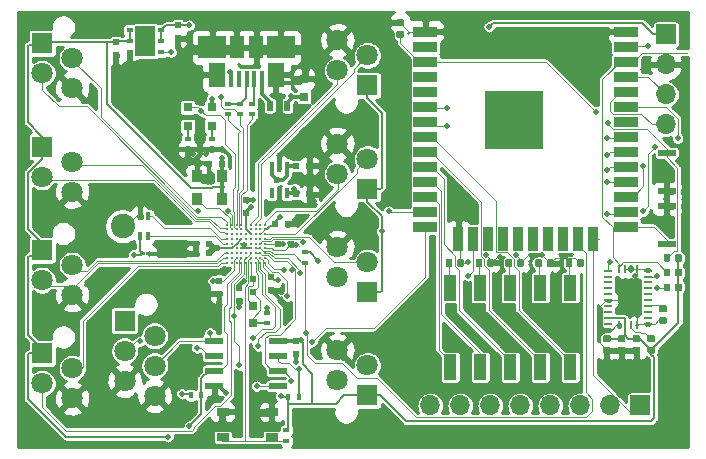
<source format=gbr>
G04 #@! TF.GenerationSoftware,KiCad,Pcbnew,5.1.0-060a0da~80~ubuntu18.04.1*
G04 #@! TF.CreationDate,2019-06-10T00:34:36+02:00*
G04 #@! TF.ProjectId,TinyFPGA-BX,54696e79-4650-4474-912d-42582e6b6963,rev?*
G04 #@! TF.SameCoordinates,Original*
G04 #@! TF.FileFunction,Copper,L1,Top*
G04 #@! TF.FilePolarity,Positive*
%FSLAX46Y46*%
G04 Gerber Fmt 4.6, Leading zero omitted, Abs format (unit mm)*
G04 Created by KiCad (PCBNEW 5.1.0-060a0da~80~ubuntu18.04.1) date 2019-06-10 00:34:36*
%MOMM*%
%LPD*%
G04 APERTURE LIST*
%ADD10C,1.800000*%
%ADD11R,1.800000X1.800000*%
%ADD12O,0.100000X0.335000*%
%ADD13O,0.100000X0.330000*%
%ADD14O,0.330000X0.100000*%
%ADD15C,0.200000*%
%ADD16O,0.335000X0.100000*%
%ADD17R,0.600000X0.400000*%
%ADD18R,0.750000X0.800000*%
%ADD19R,0.500000X0.900000*%
%ADD20R,0.800000X0.800000*%
%ADD21R,0.900000X1.000000*%
%ADD22R,0.400000X0.600000*%
%ADD23R,0.500000X0.600000*%
%ADD24R,0.600000X0.380000*%
%ADD25R,0.600000X0.500000*%
%ADD26R,0.450000X0.950000*%
%ADD27R,1.050000X0.650000*%
%ADD28R,0.450000X1.380000*%
%ADD29R,1.475000X2.100000*%
%ADD30R,2.375000X1.900000*%
%ADD31R,1.175000X1.900000*%
%ADD32R,1.550000X0.600000*%
%ADD33C,0.100000*%
%ADD34C,0.590000*%
%ADD35R,1.700000X1.700000*%
%ADD36O,1.700000X1.700000*%
%ADD37R,1.500000X0.550000*%
%ADD38R,1.120000X2.160000*%
%ADD39R,0.630000X0.450000*%
%ADD40R,1.700000X2.600000*%
%ADD41R,0.254000X0.675000*%
%ADD42R,0.675000X0.254000*%
%ADD43R,5.000000X5.000000*%
%ADD44R,2.000000X0.900000*%
%ADD45R,0.900000X2.000000*%
%ADD46C,0.300000*%
%ADD47C,2.060000*%
%ADD48R,0.450000X0.750000*%
%ADD49C,0.500000*%
%ADD50C,0.600000*%
%ADD51C,0.300000*%
%ADD52C,0.200000*%
%ADD53C,0.500000*%
%ADD54C,0.150000*%
%ADD55C,0.254000*%
G04 APERTURE END LIST*
D10*
X158860000Y-114409000D03*
X161400000Y-115679000D03*
X158860000Y-116949000D03*
D11*
X161400000Y-118219000D03*
D12*
X152730000Y-115714000D03*
D13*
X152330000Y-115714000D03*
D12*
X151930000Y-115714000D03*
X151530000Y-115714000D03*
X151130000Y-115714000D03*
X150730000Y-115714000D03*
X150330000Y-115714000D03*
D13*
X149930000Y-115714000D03*
D12*
X149530000Y-115714000D03*
D14*
X152730000Y-115314000D03*
D15*
X152330000Y-115314000D03*
X151930000Y-115314000D03*
X151530000Y-115314000D03*
X151130000Y-115314000D03*
X150730000Y-115314000D03*
X150330000Y-115314000D03*
X149930000Y-115314000D03*
D14*
X149530000Y-115314000D03*
D16*
X152730000Y-114914000D03*
D15*
X152330000Y-114914000D03*
X151930000Y-114914000D03*
X151530000Y-114914000D03*
X151130000Y-114914000D03*
X150730000Y-114914000D03*
X150330000Y-114914000D03*
X149930000Y-114914000D03*
D16*
X149530000Y-114914000D03*
X152730000Y-114514000D03*
D15*
X152330000Y-114514000D03*
X151930000Y-114514000D03*
X151530000Y-114514000D03*
X151130000Y-114514000D03*
X150730000Y-114514000D03*
X150330000Y-114514000D03*
X149930000Y-114514000D03*
X149530000Y-114514000D03*
D16*
X152730000Y-114114000D03*
D15*
X152330000Y-114114000D03*
X151930000Y-114114000D03*
X151530000Y-114114000D03*
X151130000Y-114114000D03*
X150730000Y-114114000D03*
X150330000Y-114114000D03*
X149930000Y-114114000D03*
D16*
X149530000Y-114114000D03*
X152730000Y-113714000D03*
D15*
X152330000Y-113714000D03*
X151930000Y-113714000D03*
X151530000Y-113714000D03*
X151130000Y-113714000D03*
X150730000Y-113714000D03*
X150330000Y-113714000D03*
X149930000Y-113714000D03*
D16*
X149530000Y-113714000D03*
X152730000Y-113314000D03*
D15*
X152330000Y-113314000D03*
X151930000Y-113314000D03*
X151530000Y-113314000D03*
X151130000Y-113314000D03*
X150730000Y-113314000D03*
X150330000Y-113314000D03*
X149930000Y-113314000D03*
D16*
X149530000Y-113314000D03*
D15*
X152730000Y-112914000D03*
X152330000Y-112914000D03*
X151930000Y-112914000D03*
X151530000Y-112914000D03*
X151130000Y-112914000D03*
X150730000Y-112914000D03*
X150330000Y-112914000D03*
X149930000Y-112914000D03*
D14*
X149530000Y-112914000D03*
D12*
X152730000Y-112514000D03*
X152330000Y-112514000D03*
X151930000Y-112514000D03*
X151530000Y-112514000D03*
D15*
X151130000Y-112514000D03*
D12*
X150730000Y-112514000D03*
X150330000Y-112514000D03*
D13*
X149930000Y-112514000D03*
D12*
X149530000Y-112514000D03*
D17*
X154536000Y-129923100D03*
X154536000Y-130823100D03*
D18*
X151736000Y-119373100D03*
X151736000Y-120873100D03*
X156036000Y-101673100D03*
X156036000Y-100173100D03*
D19*
X154636000Y-102423100D03*
X153136000Y-102423100D03*
D17*
X146183000Y-105223100D03*
X146183000Y-106123100D03*
X148215000Y-105223100D03*
X148215000Y-106123100D03*
D20*
X148215000Y-102587100D03*
X148215000Y-104187100D03*
X146183000Y-102587100D03*
X146183000Y-104187100D03*
D21*
X149086000Y-108423100D03*
X149086000Y-110323100D03*
X146986000Y-110323100D03*
X146986000Y-108423100D03*
D22*
X146450000Y-126954000D03*
X147350000Y-126954000D03*
D23*
X150555000Y-117864000D03*
X150555000Y-118964000D03*
D24*
X156130000Y-114864000D03*
X156130000Y-115764000D03*
D25*
X153830000Y-114164000D03*
X154930000Y-114164000D03*
D23*
X151130000Y-111514000D03*
X151130000Y-110414000D03*
D25*
X153555000Y-112439000D03*
X154655000Y-112439000D03*
X147986000Y-114923100D03*
X146886000Y-114923100D03*
X147986000Y-114123100D03*
X146886000Y-114123100D03*
X149069800Y-107349500D03*
X147969800Y-107349500D03*
D23*
X153255000Y-116964000D03*
X153255000Y-118064000D03*
X148836000Y-117273100D03*
X148836000Y-118373100D03*
X151736000Y-117123100D03*
X151736000Y-118223100D03*
D17*
X152936000Y-120873100D03*
X152936000Y-119973100D03*
D23*
X155336000Y-122373100D03*
X155336000Y-123473100D03*
D17*
X149636000Y-102273100D03*
X149636000Y-103173100D03*
X150636000Y-103173100D03*
X150636000Y-102273100D03*
X151636000Y-103173100D03*
X151636000Y-102273100D03*
D26*
X153936000Y-107623100D03*
X153286000Y-107623100D03*
X154586000Y-107623100D03*
X153286000Y-109823100D03*
X154586000Y-109823100D03*
D25*
X155386000Y-109923100D03*
X156486000Y-109923100D03*
D23*
X145340000Y-95624000D03*
X145340000Y-96724000D03*
X140110000Y-97054000D03*
X140110000Y-98154000D03*
D25*
X155386000Y-107523100D03*
X156486000Y-107523100D03*
D27*
X149155000Y-128369000D03*
X153305000Y-128369000D03*
X153305000Y-130519000D03*
X149155000Y-130519000D03*
D22*
X154690000Y-127064000D03*
X155590000Y-127064000D03*
D28*
X152470000Y-100164000D03*
X151820000Y-100164000D03*
X151170000Y-100164000D03*
X150520000Y-100164000D03*
X149870000Y-100164000D03*
D29*
X153632500Y-99804000D03*
X148707500Y-99804000D03*
D30*
X154080000Y-97504000D03*
X148260000Y-97504000D03*
D31*
X152010000Y-97504000D03*
X150330000Y-97504000D03*
D32*
X148436000Y-122353100D03*
X148436000Y-123623100D03*
X148436000Y-124893100D03*
X148436000Y-126163100D03*
X153836000Y-126163100D03*
X153836000Y-124893100D03*
X153836000Y-123623100D03*
X153836000Y-122353100D03*
D33*
G36*
X184362958Y-121861710D02*
G01*
X184377276Y-121863834D01*
X184391317Y-121867351D01*
X184404946Y-121872228D01*
X184418031Y-121878417D01*
X184430447Y-121885858D01*
X184442073Y-121894481D01*
X184452798Y-121904202D01*
X184462519Y-121914927D01*
X184471142Y-121926553D01*
X184478583Y-121938969D01*
X184484772Y-121952054D01*
X184489649Y-121965683D01*
X184493166Y-121979724D01*
X184495290Y-121994042D01*
X184496000Y-122008500D01*
X184496000Y-122303500D01*
X184495290Y-122317958D01*
X184493166Y-122332276D01*
X184489649Y-122346317D01*
X184484772Y-122359946D01*
X184478583Y-122373031D01*
X184471142Y-122385447D01*
X184462519Y-122397073D01*
X184452798Y-122407798D01*
X184442073Y-122417519D01*
X184430447Y-122426142D01*
X184418031Y-122433583D01*
X184404946Y-122439772D01*
X184391317Y-122444649D01*
X184377276Y-122448166D01*
X184362958Y-122450290D01*
X184348500Y-122451000D01*
X184003500Y-122451000D01*
X183989042Y-122450290D01*
X183974724Y-122448166D01*
X183960683Y-122444649D01*
X183947054Y-122439772D01*
X183933969Y-122433583D01*
X183921553Y-122426142D01*
X183909927Y-122417519D01*
X183899202Y-122407798D01*
X183889481Y-122397073D01*
X183880858Y-122385447D01*
X183873417Y-122373031D01*
X183867228Y-122359946D01*
X183862351Y-122346317D01*
X183858834Y-122332276D01*
X183856710Y-122317958D01*
X183856000Y-122303500D01*
X183856000Y-122008500D01*
X183856710Y-121994042D01*
X183858834Y-121979724D01*
X183862351Y-121965683D01*
X183867228Y-121952054D01*
X183873417Y-121938969D01*
X183880858Y-121926553D01*
X183889481Y-121914927D01*
X183899202Y-121904202D01*
X183909927Y-121894481D01*
X183921553Y-121885858D01*
X183933969Y-121878417D01*
X183947054Y-121872228D01*
X183960683Y-121867351D01*
X183974724Y-121863834D01*
X183989042Y-121861710D01*
X184003500Y-121861000D01*
X184348500Y-121861000D01*
X184362958Y-121861710D01*
X184362958Y-121861710D01*
G37*
D34*
X184176000Y-122156000D03*
D33*
G36*
X184362958Y-122831710D02*
G01*
X184377276Y-122833834D01*
X184391317Y-122837351D01*
X184404946Y-122842228D01*
X184418031Y-122848417D01*
X184430447Y-122855858D01*
X184442073Y-122864481D01*
X184452798Y-122874202D01*
X184462519Y-122884927D01*
X184471142Y-122896553D01*
X184478583Y-122908969D01*
X184484772Y-122922054D01*
X184489649Y-122935683D01*
X184493166Y-122949724D01*
X184495290Y-122964042D01*
X184496000Y-122978500D01*
X184496000Y-123273500D01*
X184495290Y-123287958D01*
X184493166Y-123302276D01*
X184489649Y-123316317D01*
X184484772Y-123329946D01*
X184478583Y-123343031D01*
X184471142Y-123355447D01*
X184462519Y-123367073D01*
X184452798Y-123377798D01*
X184442073Y-123387519D01*
X184430447Y-123396142D01*
X184418031Y-123403583D01*
X184404946Y-123409772D01*
X184391317Y-123414649D01*
X184377276Y-123418166D01*
X184362958Y-123420290D01*
X184348500Y-123421000D01*
X184003500Y-123421000D01*
X183989042Y-123420290D01*
X183974724Y-123418166D01*
X183960683Y-123414649D01*
X183947054Y-123409772D01*
X183933969Y-123403583D01*
X183921553Y-123396142D01*
X183909927Y-123387519D01*
X183899202Y-123377798D01*
X183889481Y-123367073D01*
X183880858Y-123355447D01*
X183873417Y-123343031D01*
X183867228Y-123329946D01*
X183862351Y-123316317D01*
X183858834Y-123302276D01*
X183856710Y-123287958D01*
X183856000Y-123273500D01*
X183856000Y-122978500D01*
X183856710Y-122964042D01*
X183858834Y-122949724D01*
X183862351Y-122935683D01*
X183867228Y-122922054D01*
X183873417Y-122908969D01*
X183880858Y-122896553D01*
X183889481Y-122884927D01*
X183899202Y-122874202D01*
X183909927Y-122864481D01*
X183921553Y-122855858D01*
X183933969Y-122848417D01*
X183947054Y-122842228D01*
X183960683Y-122837351D01*
X183974724Y-122833834D01*
X183989042Y-122831710D01*
X184003500Y-122831000D01*
X184348500Y-122831000D01*
X184362958Y-122831710D01*
X184362958Y-122831710D01*
G37*
D34*
X184176000Y-123126000D03*
D33*
G36*
X186612958Y-119346710D02*
G01*
X186627276Y-119348834D01*
X186641317Y-119352351D01*
X186654946Y-119357228D01*
X186668031Y-119363417D01*
X186680447Y-119370858D01*
X186692073Y-119379481D01*
X186702798Y-119389202D01*
X186712519Y-119399927D01*
X186721142Y-119411553D01*
X186728583Y-119423969D01*
X186734772Y-119437054D01*
X186739649Y-119450683D01*
X186743166Y-119464724D01*
X186745290Y-119479042D01*
X186746000Y-119493500D01*
X186746000Y-119788500D01*
X186745290Y-119802958D01*
X186743166Y-119817276D01*
X186739649Y-119831317D01*
X186734772Y-119844946D01*
X186728583Y-119858031D01*
X186721142Y-119870447D01*
X186712519Y-119882073D01*
X186702798Y-119892798D01*
X186692073Y-119902519D01*
X186680447Y-119911142D01*
X186668031Y-119918583D01*
X186654946Y-119924772D01*
X186641317Y-119929649D01*
X186627276Y-119933166D01*
X186612958Y-119935290D01*
X186598500Y-119936000D01*
X186253500Y-119936000D01*
X186239042Y-119935290D01*
X186224724Y-119933166D01*
X186210683Y-119929649D01*
X186197054Y-119924772D01*
X186183969Y-119918583D01*
X186171553Y-119911142D01*
X186159927Y-119902519D01*
X186149202Y-119892798D01*
X186139481Y-119882073D01*
X186130858Y-119870447D01*
X186123417Y-119858031D01*
X186117228Y-119844946D01*
X186112351Y-119831317D01*
X186108834Y-119817276D01*
X186106710Y-119802958D01*
X186106000Y-119788500D01*
X186106000Y-119493500D01*
X186106710Y-119479042D01*
X186108834Y-119464724D01*
X186112351Y-119450683D01*
X186117228Y-119437054D01*
X186123417Y-119423969D01*
X186130858Y-119411553D01*
X186139481Y-119399927D01*
X186149202Y-119389202D01*
X186159927Y-119379481D01*
X186171553Y-119370858D01*
X186183969Y-119363417D01*
X186197054Y-119357228D01*
X186210683Y-119352351D01*
X186224724Y-119348834D01*
X186239042Y-119346710D01*
X186253500Y-119346000D01*
X186598500Y-119346000D01*
X186612958Y-119346710D01*
X186612958Y-119346710D01*
G37*
D34*
X186426000Y-119641000D03*
D33*
G36*
X186612958Y-120316710D02*
G01*
X186627276Y-120318834D01*
X186641317Y-120322351D01*
X186654946Y-120327228D01*
X186668031Y-120333417D01*
X186680447Y-120340858D01*
X186692073Y-120349481D01*
X186702798Y-120359202D01*
X186712519Y-120369927D01*
X186721142Y-120381553D01*
X186728583Y-120393969D01*
X186734772Y-120407054D01*
X186739649Y-120420683D01*
X186743166Y-120434724D01*
X186745290Y-120449042D01*
X186746000Y-120463500D01*
X186746000Y-120758500D01*
X186745290Y-120772958D01*
X186743166Y-120787276D01*
X186739649Y-120801317D01*
X186734772Y-120814946D01*
X186728583Y-120828031D01*
X186721142Y-120840447D01*
X186712519Y-120852073D01*
X186702798Y-120862798D01*
X186692073Y-120872519D01*
X186680447Y-120881142D01*
X186668031Y-120888583D01*
X186654946Y-120894772D01*
X186641317Y-120899649D01*
X186627276Y-120903166D01*
X186612958Y-120905290D01*
X186598500Y-120906000D01*
X186253500Y-120906000D01*
X186239042Y-120905290D01*
X186224724Y-120903166D01*
X186210683Y-120899649D01*
X186197054Y-120894772D01*
X186183969Y-120888583D01*
X186171553Y-120881142D01*
X186159927Y-120872519D01*
X186149202Y-120862798D01*
X186139481Y-120852073D01*
X186130858Y-120840447D01*
X186123417Y-120828031D01*
X186117228Y-120814946D01*
X186112351Y-120801317D01*
X186108834Y-120787276D01*
X186106710Y-120772958D01*
X186106000Y-120758500D01*
X186106000Y-120463500D01*
X186106710Y-120449042D01*
X186108834Y-120434724D01*
X186112351Y-120420683D01*
X186117228Y-120407054D01*
X186123417Y-120393969D01*
X186130858Y-120381553D01*
X186139481Y-120369927D01*
X186149202Y-120359202D01*
X186159927Y-120349481D01*
X186171553Y-120340858D01*
X186183969Y-120333417D01*
X186197054Y-120327228D01*
X186210683Y-120322351D01*
X186224724Y-120318834D01*
X186239042Y-120316710D01*
X186253500Y-120316000D01*
X186598500Y-120316000D01*
X186612958Y-120316710D01*
X186612958Y-120316710D01*
G37*
D34*
X186426000Y-120611000D03*
D33*
G36*
X164362958Y-95111710D02*
G01*
X164377276Y-95113834D01*
X164391317Y-95117351D01*
X164404946Y-95122228D01*
X164418031Y-95128417D01*
X164430447Y-95135858D01*
X164442073Y-95144481D01*
X164452798Y-95154202D01*
X164462519Y-95164927D01*
X164471142Y-95176553D01*
X164478583Y-95188969D01*
X164484772Y-95202054D01*
X164489649Y-95215683D01*
X164493166Y-95229724D01*
X164495290Y-95244042D01*
X164496000Y-95258500D01*
X164496000Y-95553500D01*
X164495290Y-95567958D01*
X164493166Y-95582276D01*
X164489649Y-95596317D01*
X164484772Y-95609946D01*
X164478583Y-95623031D01*
X164471142Y-95635447D01*
X164462519Y-95647073D01*
X164452798Y-95657798D01*
X164442073Y-95667519D01*
X164430447Y-95676142D01*
X164418031Y-95683583D01*
X164404946Y-95689772D01*
X164391317Y-95694649D01*
X164377276Y-95698166D01*
X164362958Y-95700290D01*
X164348500Y-95701000D01*
X164003500Y-95701000D01*
X163989042Y-95700290D01*
X163974724Y-95698166D01*
X163960683Y-95694649D01*
X163947054Y-95689772D01*
X163933969Y-95683583D01*
X163921553Y-95676142D01*
X163909927Y-95667519D01*
X163899202Y-95657798D01*
X163889481Y-95647073D01*
X163880858Y-95635447D01*
X163873417Y-95623031D01*
X163867228Y-95609946D01*
X163862351Y-95596317D01*
X163858834Y-95582276D01*
X163856710Y-95567958D01*
X163856000Y-95553500D01*
X163856000Y-95258500D01*
X163856710Y-95244042D01*
X163858834Y-95229724D01*
X163862351Y-95215683D01*
X163867228Y-95202054D01*
X163873417Y-95188969D01*
X163880858Y-95176553D01*
X163889481Y-95164927D01*
X163899202Y-95154202D01*
X163909927Y-95144481D01*
X163921553Y-95135858D01*
X163933969Y-95128417D01*
X163947054Y-95122228D01*
X163960683Y-95117351D01*
X163974724Y-95113834D01*
X163989042Y-95111710D01*
X164003500Y-95111000D01*
X164348500Y-95111000D01*
X164362958Y-95111710D01*
X164362958Y-95111710D01*
G37*
D34*
X164176000Y-95406000D03*
D33*
G36*
X164362958Y-96081710D02*
G01*
X164377276Y-96083834D01*
X164391317Y-96087351D01*
X164404946Y-96092228D01*
X164418031Y-96098417D01*
X164430447Y-96105858D01*
X164442073Y-96114481D01*
X164452798Y-96124202D01*
X164462519Y-96134927D01*
X164471142Y-96146553D01*
X164478583Y-96158969D01*
X164484772Y-96172054D01*
X164489649Y-96185683D01*
X164493166Y-96199724D01*
X164495290Y-96214042D01*
X164496000Y-96228500D01*
X164496000Y-96523500D01*
X164495290Y-96537958D01*
X164493166Y-96552276D01*
X164489649Y-96566317D01*
X164484772Y-96579946D01*
X164478583Y-96593031D01*
X164471142Y-96605447D01*
X164462519Y-96617073D01*
X164452798Y-96627798D01*
X164442073Y-96637519D01*
X164430447Y-96646142D01*
X164418031Y-96653583D01*
X164404946Y-96659772D01*
X164391317Y-96664649D01*
X164377276Y-96668166D01*
X164362958Y-96670290D01*
X164348500Y-96671000D01*
X164003500Y-96671000D01*
X163989042Y-96670290D01*
X163974724Y-96668166D01*
X163960683Y-96664649D01*
X163947054Y-96659772D01*
X163933969Y-96653583D01*
X163921553Y-96646142D01*
X163909927Y-96637519D01*
X163899202Y-96627798D01*
X163889481Y-96617073D01*
X163880858Y-96605447D01*
X163873417Y-96593031D01*
X163867228Y-96579946D01*
X163862351Y-96566317D01*
X163858834Y-96552276D01*
X163856710Y-96537958D01*
X163856000Y-96523500D01*
X163856000Y-96228500D01*
X163856710Y-96214042D01*
X163858834Y-96199724D01*
X163862351Y-96185683D01*
X163867228Y-96172054D01*
X163873417Y-96158969D01*
X163880858Y-96146553D01*
X163889481Y-96134927D01*
X163899202Y-96124202D01*
X163909927Y-96114481D01*
X163921553Y-96105858D01*
X163933969Y-96098417D01*
X163947054Y-96092228D01*
X163960683Y-96087351D01*
X163974724Y-96083834D01*
X163989042Y-96081710D01*
X164003500Y-96081000D01*
X164348500Y-96081000D01*
X164362958Y-96081710D01*
X164362958Y-96081710D01*
G37*
D34*
X164176000Y-96376000D03*
D33*
G36*
X181862958Y-122831710D02*
G01*
X181877276Y-122833834D01*
X181891317Y-122837351D01*
X181904946Y-122842228D01*
X181918031Y-122848417D01*
X181930447Y-122855858D01*
X181942073Y-122864481D01*
X181952798Y-122874202D01*
X181962519Y-122884927D01*
X181971142Y-122896553D01*
X181978583Y-122908969D01*
X181984772Y-122922054D01*
X181989649Y-122935683D01*
X181993166Y-122949724D01*
X181995290Y-122964042D01*
X181996000Y-122978500D01*
X181996000Y-123273500D01*
X181995290Y-123287958D01*
X181993166Y-123302276D01*
X181989649Y-123316317D01*
X181984772Y-123329946D01*
X181978583Y-123343031D01*
X181971142Y-123355447D01*
X181962519Y-123367073D01*
X181952798Y-123377798D01*
X181942073Y-123387519D01*
X181930447Y-123396142D01*
X181918031Y-123403583D01*
X181904946Y-123409772D01*
X181891317Y-123414649D01*
X181877276Y-123418166D01*
X181862958Y-123420290D01*
X181848500Y-123421000D01*
X181503500Y-123421000D01*
X181489042Y-123420290D01*
X181474724Y-123418166D01*
X181460683Y-123414649D01*
X181447054Y-123409772D01*
X181433969Y-123403583D01*
X181421553Y-123396142D01*
X181409927Y-123387519D01*
X181399202Y-123377798D01*
X181389481Y-123367073D01*
X181380858Y-123355447D01*
X181373417Y-123343031D01*
X181367228Y-123329946D01*
X181362351Y-123316317D01*
X181358834Y-123302276D01*
X181356710Y-123287958D01*
X181356000Y-123273500D01*
X181356000Y-122978500D01*
X181356710Y-122964042D01*
X181358834Y-122949724D01*
X181362351Y-122935683D01*
X181367228Y-122922054D01*
X181373417Y-122908969D01*
X181380858Y-122896553D01*
X181389481Y-122884927D01*
X181399202Y-122874202D01*
X181409927Y-122864481D01*
X181421553Y-122855858D01*
X181433969Y-122848417D01*
X181447054Y-122842228D01*
X181460683Y-122837351D01*
X181474724Y-122833834D01*
X181489042Y-122831710D01*
X181503500Y-122831000D01*
X181848500Y-122831000D01*
X181862958Y-122831710D01*
X181862958Y-122831710D01*
G37*
D34*
X181676000Y-123126000D03*
D33*
G36*
X181862958Y-121861710D02*
G01*
X181877276Y-121863834D01*
X181891317Y-121867351D01*
X181904946Y-121872228D01*
X181918031Y-121878417D01*
X181930447Y-121885858D01*
X181942073Y-121894481D01*
X181952798Y-121904202D01*
X181962519Y-121914927D01*
X181971142Y-121926553D01*
X181978583Y-121938969D01*
X181984772Y-121952054D01*
X181989649Y-121965683D01*
X181993166Y-121979724D01*
X181995290Y-121994042D01*
X181996000Y-122008500D01*
X181996000Y-122303500D01*
X181995290Y-122317958D01*
X181993166Y-122332276D01*
X181989649Y-122346317D01*
X181984772Y-122359946D01*
X181978583Y-122373031D01*
X181971142Y-122385447D01*
X181962519Y-122397073D01*
X181952798Y-122407798D01*
X181942073Y-122417519D01*
X181930447Y-122426142D01*
X181918031Y-122433583D01*
X181904946Y-122439772D01*
X181891317Y-122444649D01*
X181877276Y-122448166D01*
X181862958Y-122450290D01*
X181848500Y-122451000D01*
X181503500Y-122451000D01*
X181489042Y-122450290D01*
X181474724Y-122448166D01*
X181460683Y-122444649D01*
X181447054Y-122439772D01*
X181433969Y-122433583D01*
X181421553Y-122426142D01*
X181409927Y-122417519D01*
X181399202Y-122407798D01*
X181389481Y-122397073D01*
X181380858Y-122385447D01*
X181373417Y-122373031D01*
X181367228Y-122359946D01*
X181362351Y-122346317D01*
X181358834Y-122332276D01*
X181356710Y-122317958D01*
X181356000Y-122303500D01*
X181356000Y-122008500D01*
X181356710Y-121994042D01*
X181358834Y-121979724D01*
X181362351Y-121965683D01*
X181367228Y-121952054D01*
X181373417Y-121938969D01*
X181380858Y-121926553D01*
X181389481Y-121914927D01*
X181399202Y-121904202D01*
X181409927Y-121894481D01*
X181421553Y-121885858D01*
X181433969Y-121878417D01*
X181447054Y-121872228D01*
X181460683Y-121867351D01*
X181474724Y-121863834D01*
X181489042Y-121861710D01*
X181503500Y-121861000D01*
X181848500Y-121861000D01*
X181862958Y-121861710D01*
X181862958Y-121861710D01*
G37*
D34*
X181676000Y-122156000D03*
D33*
G36*
X183112958Y-121861710D02*
G01*
X183127276Y-121863834D01*
X183141317Y-121867351D01*
X183154946Y-121872228D01*
X183168031Y-121878417D01*
X183180447Y-121885858D01*
X183192073Y-121894481D01*
X183202798Y-121904202D01*
X183212519Y-121914927D01*
X183221142Y-121926553D01*
X183228583Y-121938969D01*
X183234772Y-121952054D01*
X183239649Y-121965683D01*
X183243166Y-121979724D01*
X183245290Y-121994042D01*
X183246000Y-122008500D01*
X183246000Y-122303500D01*
X183245290Y-122317958D01*
X183243166Y-122332276D01*
X183239649Y-122346317D01*
X183234772Y-122359946D01*
X183228583Y-122373031D01*
X183221142Y-122385447D01*
X183212519Y-122397073D01*
X183202798Y-122407798D01*
X183192073Y-122417519D01*
X183180447Y-122426142D01*
X183168031Y-122433583D01*
X183154946Y-122439772D01*
X183141317Y-122444649D01*
X183127276Y-122448166D01*
X183112958Y-122450290D01*
X183098500Y-122451000D01*
X182753500Y-122451000D01*
X182739042Y-122450290D01*
X182724724Y-122448166D01*
X182710683Y-122444649D01*
X182697054Y-122439772D01*
X182683969Y-122433583D01*
X182671553Y-122426142D01*
X182659927Y-122417519D01*
X182649202Y-122407798D01*
X182639481Y-122397073D01*
X182630858Y-122385447D01*
X182623417Y-122373031D01*
X182617228Y-122359946D01*
X182612351Y-122346317D01*
X182608834Y-122332276D01*
X182606710Y-122317958D01*
X182606000Y-122303500D01*
X182606000Y-122008500D01*
X182606710Y-121994042D01*
X182608834Y-121979724D01*
X182612351Y-121965683D01*
X182617228Y-121952054D01*
X182623417Y-121938969D01*
X182630858Y-121926553D01*
X182639481Y-121914927D01*
X182649202Y-121904202D01*
X182659927Y-121894481D01*
X182671553Y-121885858D01*
X182683969Y-121878417D01*
X182697054Y-121872228D01*
X182710683Y-121867351D01*
X182724724Y-121863834D01*
X182739042Y-121861710D01*
X182753500Y-121861000D01*
X183098500Y-121861000D01*
X183112958Y-121861710D01*
X183112958Y-121861710D01*
G37*
D34*
X182926000Y-122156000D03*
D33*
G36*
X183112958Y-122831710D02*
G01*
X183127276Y-122833834D01*
X183141317Y-122837351D01*
X183154946Y-122842228D01*
X183168031Y-122848417D01*
X183180447Y-122855858D01*
X183192073Y-122864481D01*
X183202798Y-122874202D01*
X183212519Y-122884927D01*
X183221142Y-122896553D01*
X183228583Y-122908969D01*
X183234772Y-122922054D01*
X183239649Y-122935683D01*
X183243166Y-122949724D01*
X183245290Y-122964042D01*
X183246000Y-122978500D01*
X183246000Y-123273500D01*
X183245290Y-123287958D01*
X183243166Y-123302276D01*
X183239649Y-123316317D01*
X183234772Y-123329946D01*
X183228583Y-123343031D01*
X183221142Y-123355447D01*
X183212519Y-123367073D01*
X183202798Y-123377798D01*
X183192073Y-123387519D01*
X183180447Y-123396142D01*
X183168031Y-123403583D01*
X183154946Y-123409772D01*
X183141317Y-123414649D01*
X183127276Y-123418166D01*
X183112958Y-123420290D01*
X183098500Y-123421000D01*
X182753500Y-123421000D01*
X182739042Y-123420290D01*
X182724724Y-123418166D01*
X182710683Y-123414649D01*
X182697054Y-123409772D01*
X182683969Y-123403583D01*
X182671553Y-123396142D01*
X182659927Y-123387519D01*
X182649202Y-123377798D01*
X182639481Y-123367073D01*
X182630858Y-123355447D01*
X182623417Y-123343031D01*
X182617228Y-123329946D01*
X182612351Y-123316317D01*
X182608834Y-123302276D01*
X182606710Y-123287958D01*
X182606000Y-123273500D01*
X182606000Y-122978500D01*
X182606710Y-122964042D01*
X182608834Y-122949724D01*
X182612351Y-122935683D01*
X182617228Y-122922054D01*
X182623417Y-122908969D01*
X182630858Y-122896553D01*
X182639481Y-122884927D01*
X182649202Y-122874202D01*
X182659927Y-122864481D01*
X182671553Y-122855858D01*
X182683969Y-122848417D01*
X182697054Y-122842228D01*
X182710683Y-122837351D01*
X182724724Y-122833834D01*
X182739042Y-122831710D01*
X182753500Y-122831000D01*
X183098500Y-122831000D01*
X183112958Y-122831710D01*
X183112958Y-122831710D01*
G37*
D34*
X182926000Y-123126000D03*
D35*
X184503000Y-127814000D03*
D36*
X181963000Y-127814000D03*
X179423000Y-127814000D03*
X176883000Y-127814000D03*
X174343000Y-127814000D03*
X171803000Y-127814000D03*
X169263000Y-127814000D03*
X166723000Y-127814000D03*
D35*
X186666000Y-96401000D03*
D36*
X186666000Y-98941000D03*
X186666000Y-101481000D03*
X186666000Y-104021000D03*
D33*
G36*
X185612958Y-122831710D02*
G01*
X185627276Y-122833834D01*
X185641317Y-122837351D01*
X185654946Y-122842228D01*
X185668031Y-122848417D01*
X185680447Y-122855858D01*
X185692073Y-122864481D01*
X185702798Y-122874202D01*
X185712519Y-122884927D01*
X185721142Y-122896553D01*
X185728583Y-122908969D01*
X185734772Y-122922054D01*
X185739649Y-122935683D01*
X185743166Y-122949724D01*
X185745290Y-122964042D01*
X185746000Y-122978500D01*
X185746000Y-123273500D01*
X185745290Y-123287958D01*
X185743166Y-123302276D01*
X185739649Y-123316317D01*
X185734772Y-123329946D01*
X185728583Y-123343031D01*
X185721142Y-123355447D01*
X185712519Y-123367073D01*
X185702798Y-123377798D01*
X185692073Y-123387519D01*
X185680447Y-123396142D01*
X185668031Y-123403583D01*
X185654946Y-123409772D01*
X185641317Y-123414649D01*
X185627276Y-123418166D01*
X185612958Y-123420290D01*
X185598500Y-123421000D01*
X185253500Y-123421000D01*
X185239042Y-123420290D01*
X185224724Y-123418166D01*
X185210683Y-123414649D01*
X185197054Y-123409772D01*
X185183969Y-123403583D01*
X185171553Y-123396142D01*
X185159927Y-123387519D01*
X185149202Y-123377798D01*
X185139481Y-123367073D01*
X185130858Y-123355447D01*
X185123417Y-123343031D01*
X185117228Y-123329946D01*
X185112351Y-123316317D01*
X185108834Y-123302276D01*
X185106710Y-123287958D01*
X185106000Y-123273500D01*
X185106000Y-122978500D01*
X185106710Y-122964042D01*
X185108834Y-122949724D01*
X185112351Y-122935683D01*
X185117228Y-122922054D01*
X185123417Y-122908969D01*
X185130858Y-122896553D01*
X185139481Y-122884927D01*
X185149202Y-122874202D01*
X185159927Y-122864481D01*
X185171553Y-122855858D01*
X185183969Y-122848417D01*
X185197054Y-122842228D01*
X185210683Y-122837351D01*
X185224724Y-122833834D01*
X185239042Y-122831710D01*
X185253500Y-122831000D01*
X185598500Y-122831000D01*
X185612958Y-122831710D01*
X185612958Y-122831710D01*
G37*
D34*
X185426000Y-123126000D03*
D33*
G36*
X185612958Y-121861710D02*
G01*
X185627276Y-121863834D01*
X185641317Y-121867351D01*
X185654946Y-121872228D01*
X185668031Y-121878417D01*
X185680447Y-121885858D01*
X185692073Y-121894481D01*
X185702798Y-121904202D01*
X185712519Y-121914927D01*
X185721142Y-121926553D01*
X185728583Y-121938969D01*
X185734772Y-121952054D01*
X185739649Y-121965683D01*
X185743166Y-121979724D01*
X185745290Y-121994042D01*
X185746000Y-122008500D01*
X185746000Y-122303500D01*
X185745290Y-122317958D01*
X185743166Y-122332276D01*
X185739649Y-122346317D01*
X185734772Y-122359946D01*
X185728583Y-122373031D01*
X185721142Y-122385447D01*
X185712519Y-122397073D01*
X185702798Y-122407798D01*
X185692073Y-122417519D01*
X185680447Y-122426142D01*
X185668031Y-122433583D01*
X185654946Y-122439772D01*
X185641317Y-122444649D01*
X185627276Y-122448166D01*
X185612958Y-122450290D01*
X185598500Y-122451000D01*
X185253500Y-122451000D01*
X185239042Y-122450290D01*
X185224724Y-122448166D01*
X185210683Y-122444649D01*
X185197054Y-122439772D01*
X185183969Y-122433583D01*
X185171553Y-122426142D01*
X185159927Y-122417519D01*
X185149202Y-122407798D01*
X185139481Y-122397073D01*
X185130858Y-122385447D01*
X185123417Y-122373031D01*
X185117228Y-122359946D01*
X185112351Y-122346317D01*
X185108834Y-122332276D01*
X185106710Y-122317958D01*
X185106000Y-122303500D01*
X185106000Y-122008500D01*
X185106710Y-121994042D01*
X185108834Y-121979724D01*
X185112351Y-121965683D01*
X185117228Y-121952054D01*
X185123417Y-121938969D01*
X185130858Y-121926553D01*
X185139481Y-121914927D01*
X185149202Y-121904202D01*
X185159927Y-121894481D01*
X185171553Y-121885858D01*
X185183969Y-121878417D01*
X185197054Y-121872228D01*
X185210683Y-121867351D01*
X185224724Y-121863834D01*
X185239042Y-121861710D01*
X185253500Y-121861000D01*
X185598500Y-121861000D01*
X185612958Y-121861710D01*
X185612958Y-121861710D01*
G37*
D34*
X185426000Y-122156000D03*
D33*
G36*
X187899958Y-114994710D02*
G01*
X187914276Y-114996834D01*
X187928317Y-115000351D01*
X187941946Y-115005228D01*
X187955031Y-115011417D01*
X187967447Y-115018858D01*
X187979073Y-115027481D01*
X187989798Y-115037202D01*
X187999519Y-115047927D01*
X188008142Y-115059553D01*
X188015583Y-115071969D01*
X188021772Y-115085054D01*
X188026649Y-115098683D01*
X188030166Y-115112724D01*
X188032290Y-115127042D01*
X188033000Y-115141500D01*
X188033000Y-115486500D01*
X188032290Y-115500958D01*
X188030166Y-115515276D01*
X188026649Y-115529317D01*
X188021772Y-115542946D01*
X188015583Y-115556031D01*
X188008142Y-115568447D01*
X187999519Y-115580073D01*
X187989798Y-115590798D01*
X187979073Y-115600519D01*
X187967447Y-115609142D01*
X187955031Y-115616583D01*
X187941946Y-115622772D01*
X187928317Y-115627649D01*
X187914276Y-115631166D01*
X187899958Y-115633290D01*
X187885500Y-115634000D01*
X187590500Y-115634000D01*
X187576042Y-115633290D01*
X187561724Y-115631166D01*
X187547683Y-115627649D01*
X187534054Y-115622772D01*
X187520969Y-115616583D01*
X187508553Y-115609142D01*
X187496927Y-115600519D01*
X187486202Y-115590798D01*
X187476481Y-115580073D01*
X187467858Y-115568447D01*
X187460417Y-115556031D01*
X187454228Y-115542946D01*
X187449351Y-115529317D01*
X187445834Y-115515276D01*
X187443710Y-115500958D01*
X187443000Y-115486500D01*
X187443000Y-115141500D01*
X187443710Y-115127042D01*
X187445834Y-115112724D01*
X187449351Y-115098683D01*
X187454228Y-115085054D01*
X187460417Y-115071969D01*
X187467858Y-115059553D01*
X187476481Y-115047927D01*
X187486202Y-115037202D01*
X187496927Y-115027481D01*
X187508553Y-115018858D01*
X187520969Y-115011417D01*
X187534054Y-115005228D01*
X187547683Y-115000351D01*
X187561724Y-114996834D01*
X187576042Y-114994710D01*
X187590500Y-114994000D01*
X187885500Y-114994000D01*
X187899958Y-114994710D01*
X187899958Y-114994710D01*
G37*
D34*
X187738000Y-115314000D03*
D33*
G36*
X186929958Y-114994710D02*
G01*
X186944276Y-114996834D01*
X186958317Y-115000351D01*
X186971946Y-115005228D01*
X186985031Y-115011417D01*
X186997447Y-115018858D01*
X187009073Y-115027481D01*
X187019798Y-115037202D01*
X187029519Y-115047927D01*
X187038142Y-115059553D01*
X187045583Y-115071969D01*
X187051772Y-115085054D01*
X187056649Y-115098683D01*
X187060166Y-115112724D01*
X187062290Y-115127042D01*
X187063000Y-115141500D01*
X187063000Y-115486500D01*
X187062290Y-115500958D01*
X187060166Y-115515276D01*
X187056649Y-115529317D01*
X187051772Y-115542946D01*
X187045583Y-115556031D01*
X187038142Y-115568447D01*
X187029519Y-115580073D01*
X187019798Y-115590798D01*
X187009073Y-115600519D01*
X186997447Y-115609142D01*
X186985031Y-115616583D01*
X186971946Y-115622772D01*
X186958317Y-115627649D01*
X186944276Y-115631166D01*
X186929958Y-115633290D01*
X186915500Y-115634000D01*
X186620500Y-115634000D01*
X186606042Y-115633290D01*
X186591724Y-115631166D01*
X186577683Y-115627649D01*
X186564054Y-115622772D01*
X186550969Y-115616583D01*
X186538553Y-115609142D01*
X186526927Y-115600519D01*
X186516202Y-115590798D01*
X186506481Y-115580073D01*
X186497858Y-115568447D01*
X186490417Y-115556031D01*
X186484228Y-115542946D01*
X186479351Y-115529317D01*
X186475834Y-115515276D01*
X186473710Y-115500958D01*
X186473000Y-115486500D01*
X186473000Y-115141500D01*
X186473710Y-115127042D01*
X186475834Y-115112724D01*
X186479351Y-115098683D01*
X186484228Y-115085054D01*
X186490417Y-115071969D01*
X186497858Y-115059553D01*
X186506481Y-115047927D01*
X186516202Y-115037202D01*
X186526927Y-115027481D01*
X186538553Y-115018858D01*
X186550969Y-115011417D01*
X186564054Y-115005228D01*
X186577683Y-115000351D01*
X186591724Y-114996834D01*
X186606042Y-114994710D01*
X186620500Y-114994000D01*
X186915500Y-114994000D01*
X186929958Y-114994710D01*
X186929958Y-114994710D01*
G37*
D34*
X186768000Y-115314000D03*
D33*
G36*
X187899958Y-117494710D02*
G01*
X187914276Y-117496834D01*
X187928317Y-117500351D01*
X187941946Y-117505228D01*
X187955031Y-117511417D01*
X187967447Y-117518858D01*
X187979073Y-117527481D01*
X187989798Y-117537202D01*
X187999519Y-117547927D01*
X188008142Y-117559553D01*
X188015583Y-117571969D01*
X188021772Y-117585054D01*
X188026649Y-117598683D01*
X188030166Y-117612724D01*
X188032290Y-117627042D01*
X188033000Y-117641500D01*
X188033000Y-117986500D01*
X188032290Y-118000958D01*
X188030166Y-118015276D01*
X188026649Y-118029317D01*
X188021772Y-118042946D01*
X188015583Y-118056031D01*
X188008142Y-118068447D01*
X187999519Y-118080073D01*
X187989798Y-118090798D01*
X187979073Y-118100519D01*
X187967447Y-118109142D01*
X187955031Y-118116583D01*
X187941946Y-118122772D01*
X187928317Y-118127649D01*
X187914276Y-118131166D01*
X187899958Y-118133290D01*
X187885500Y-118134000D01*
X187590500Y-118134000D01*
X187576042Y-118133290D01*
X187561724Y-118131166D01*
X187547683Y-118127649D01*
X187534054Y-118122772D01*
X187520969Y-118116583D01*
X187508553Y-118109142D01*
X187496927Y-118100519D01*
X187486202Y-118090798D01*
X187476481Y-118080073D01*
X187467858Y-118068447D01*
X187460417Y-118056031D01*
X187454228Y-118042946D01*
X187449351Y-118029317D01*
X187445834Y-118015276D01*
X187443710Y-118000958D01*
X187443000Y-117986500D01*
X187443000Y-117641500D01*
X187443710Y-117627042D01*
X187445834Y-117612724D01*
X187449351Y-117598683D01*
X187454228Y-117585054D01*
X187460417Y-117571969D01*
X187467858Y-117559553D01*
X187476481Y-117547927D01*
X187486202Y-117537202D01*
X187496927Y-117527481D01*
X187508553Y-117518858D01*
X187520969Y-117511417D01*
X187534054Y-117505228D01*
X187547683Y-117500351D01*
X187561724Y-117496834D01*
X187576042Y-117494710D01*
X187590500Y-117494000D01*
X187885500Y-117494000D01*
X187899958Y-117494710D01*
X187899958Y-117494710D01*
G37*
D34*
X187738000Y-117814000D03*
D33*
G36*
X186929958Y-117494710D02*
G01*
X186944276Y-117496834D01*
X186958317Y-117500351D01*
X186971946Y-117505228D01*
X186985031Y-117511417D01*
X186997447Y-117518858D01*
X187009073Y-117527481D01*
X187019798Y-117537202D01*
X187029519Y-117547927D01*
X187038142Y-117559553D01*
X187045583Y-117571969D01*
X187051772Y-117585054D01*
X187056649Y-117598683D01*
X187060166Y-117612724D01*
X187062290Y-117627042D01*
X187063000Y-117641500D01*
X187063000Y-117986500D01*
X187062290Y-118000958D01*
X187060166Y-118015276D01*
X187056649Y-118029317D01*
X187051772Y-118042946D01*
X187045583Y-118056031D01*
X187038142Y-118068447D01*
X187029519Y-118080073D01*
X187019798Y-118090798D01*
X187009073Y-118100519D01*
X186997447Y-118109142D01*
X186985031Y-118116583D01*
X186971946Y-118122772D01*
X186958317Y-118127649D01*
X186944276Y-118131166D01*
X186929958Y-118133290D01*
X186915500Y-118134000D01*
X186620500Y-118134000D01*
X186606042Y-118133290D01*
X186591724Y-118131166D01*
X186577683Y-118127649D01*
X186564054Y-118122772D01*
X186550969Y-118116583D01*
X186538553Y-118109142D01*
X186526927Y-118100519D01*
X186516202Y-118090798D01*
X186506481Y-118080073D01*
X186497858Y-118068447D01*
X186490417Y-118056031D01*
X186484228Y-118042946D01*
X186479351Y-118029317D01*
X186475834Y-118015276D01*
X186473710Y-118000958D01*
X186473000Y-117986500D01*
X186473000Y-117641500D01*
X186473710Y-117627042D01*
X186475834Y-117612724D01*
X186479351Y-117598683D01*
X186484228Y-117585054D01*
X186490417Y-117571969D01*
X186497858Y-117559553D01*
X186506481Y-117547927D01*
X186516202Y-117537202D01*
X186526927Y-117527481D01*
X186538553Y-117518858D01*
X186550969Y-117511417D01*
X186564054Y-117505228D01*
X186577683Y-117500351D01*
X186591724Y-117496834D01*
X186606042Y-117494710D01*
X186620500Y-117494000D01*
X186915500Y-117494000D01*
X186929958Y-117494710D01*
X186929958Y-117494710D01*
G37*
D34*
X186768000Y-117814000D03*
D33*
G36*
X186929958Y-116244710D02*
G01*
X186944276Y-116246834D01*
X186958317Y-116250351D01*
X186971946Y-116255228D01*
X186985031Y-116261417D01*
X186997447Y-116268858D01*
X187009073Y-116277481D01*
X187019798Y-116287202D01*
X187029519Y-116297927D01*
X187038142Y-116309553D01*
X187045583Y-116321969D01*
X187051772Y-116335054D01*
X187056649Y-116348683D01*
X187060166Y-116362724D01*
X187062290Y-116377042D01*
X187063000Y-116391500D01*
X187063000Y-116736500D01*
X187062290Y-116750958D01*
X187060166Y-116765276D01*
X187056649Y-116779317D01*
X187051772Y-116792946D01*
X187045583Y-116806031D01*
X187038142Y-116818447D01*
X187029519Y-116830073D01*
X187019798Y-116840798D01*
X187009073Y-116850519D01*
X186997447Y-116859142D01*
X186985031Y-116866583D01*
X186971946Y-116872772D01*
X186958317Y-116877649D01*
X186944276Y-116881166D01*
X186929958Y-116883290D01*
X186915500Y-116884000D01*
X186620500Y-116884000D01*
X186606042Y-116883290D01*
X186591724Y-116881166D01*
X186577683Y-116877649D01*
X186564054Y-116872772D01*
X186550969Y-116866583D01*
X186538553Y-116859142D01*
X186526927Y-116850519D01*
X186516202Y-116840798D01*
X186506481Y-116830073D01*
X186497858Y-116818447D01*
X186490417Y-116806031D01*
X186484228Y-116792946D01*
X186479351Y-116779317D01*
X186475834Y-116765276D01*
X186473710Y-116750958D01*
X186473000Y-116736500D01*
X186473000Y-116391500D01*
X186473710Y-116377042D01*
X186475834Y-116362724D01*
X186479351Y-116348683D01*
X186484228Y-116335054D01*
X186490417Y-116321969D01*
X186497858Y-116309553D01*
X186506481Y-116297927D01*
X186516202Y-116287202D01*
X186526927Y-116277481D01*
X186538553Y-116268858D01*
X186550969Y-116261417D01*
X186564054Y-116255228D01*
X186577683Y-116250351D01*
X186591724Y-116246834D01*
X186606042Y-116244710D01*
X186620500Y-116244000D01*
X186915500Y-116244000D01*
X186929958Y-116244710D01*
X186929958Y-116244710D01*
G37*
D34*
X186768000Y-116564000D03*
D33*
G36*
X187899958Y-116244710D02*
G01*
X187914276Y-116246834D01*
X187928317Y-116250351D01*
X187941946Y-116255228D01*
X187955031Y-116261417D01*
X187967447Y-116268858D01*
X187979073Y-116277481D01*
X187989798Y-116287202D01*
X187999519Y-116297927D01*
X188008142Y-116309553D01*
X188015583Y-116321969D01*
X188021772Y-116335054D01*
X188026649Y-116348683D01*
X188030166Y-116362724D01*
X188032290Y-116377042D01*
X188033000Y-116391500D01*
X188033000Y-116736500D01*
X188032290Y-116750958D01*
X188030166Y-116765276D01*
X188026649Y-116779317D01*
X188021772Y-116792946D01*
X188015583Y-116806031D01*
X188008142Y-116818447D01*
X187999519Y-116830073D01*
X187989798Y-116840798D01*
X187979073Y-116850519D01*
X187967447Y-116859142D01*
X187955031Y-116866583D01*
X187941946Y-116872772D01*
X187928317Y-116877649D01*
X187914276Y-116881166D01*
X187899958Y-116883290D01*
X187885500Y-116884000D01*
X187590500Y-116884000D01*
X187576042Y-116883290D01*
X187561724Y-116881166D01*
X187547683Y-116877649D01*
X187534054Y-116872772D01*
X187520969Y-116866583D01*
X187508553Y-116859142D01*
X187496927Y-116850519D01*
X187486202Y-116840798D01*
X187476481Y-116830073D01*
X187467858Y-116818447D01*
X187460417Y-116806031D01*
X187454228Y-116792946D01*
X187449351Y-116779317D01*
X187445834Y-116765276D01*
X187443710Y-116750958D01*
X187443000Y-116736500D01*
X187443000Y-116391500D01*
X187443710Y-116377042D01*
X187445834Y-116362724D01*
X187449351Y-116348683D01*
X187454228Y-116335054D01*
X187460417Y-116321969D01*
X187467858Y-116309553D01*
X187476481Y-116297927D01*
X187486202Y-116287202D01*
X187496927Y-116277481D01*
X187508553Y-116268858D01*
X187520969Y-116261417D01*
X187534054Y-116255228D01*
X187547683Y-116250351D01*
X187561724Y-116246834D01*
X187576042Y-116244710D01*
X187590500Y-116244000D01*
X187885500Y-116244000D01*
X187899958Y-116244710D01*
X187899958Y-116244710D01*
G37*
D34*
X187738000Y-116564000D03*
D33*
G36*
X168472958Y-115431710D02*
G01*
X168487276Y-115433834D01*
X168501317Y-115437351D01*
X168514946Y-115442228D01*
X168528031Y-115448417D01*
X168540447Y-115455858D01*
X168552073Y-115464481D01*
X168562798Y-115474202D01*
X168572519Y-115484927D01*
X168581142Y-115496553D01*
X168588583Y-115508969D01*
X168594772Y-115522054D01*
X168599649Y-115535683D01*
X168603166Y-115549724D01*
X168605290Y-115564042D01*
X168606000Y-115578500D01*
X168606000Y-115923500D01*
X168605290Y-115937958D01*
X168603166Y-115952276D01*
X168599649Y-115966317D01*
X168594772Y-115979946D01*
X168588583Y-115993031D01*
X168581142Y-116005447D01*
X168572519Y-116017073D01*
X168562798Y-116027798D01*
X168552073Y-116037519D01*
X168540447Y-116046142D01*
X168528031Y-116053583D01*
X168514946Y-116059772D01*
X168501317Y-116064649D01*
X168487276Y-116068166D01*
X168472958Y-116070290D01*
X168458500Y-116071000D01*
X168163500Y-116071000D01*
X168149042Y-116070290D01*
X168134724Y-116068166D01*
X168120683Y-116064649D01*
X168107054Y-116059772D01*
X168093969Y-116053583D01*
X168081553Y-116046142D01*
X168069927Y-116037519D01*
X168059202Y-116027798D01*
X168049481Y-116017073D01*
X168040858Y-116005447D01*
X168033417Y-115993031D01*
X168027228Y-115979946D01*
X168022351Y-115966317D01*
X168018834Y-115952276D01*
X168016710Y-115937958D01*
X168016000Y-115923500D01*
X168016000Y-115578500D01*
X168016710Y-115564042D01*
X168018834Y-115549724D01*
X168022351Y-115535683D01*
X168027228Y-115522054D01*
X168033417Y-115508969D01*
X168040858Y-115496553D01*
X168049481Y-115484927D01*
X168059202Y-115474202D01*
X168069927Y-115464481D01*
X168081553Y-115455858D01*
X168093969Y-115448417D01*
X168107054Y-115442228D01*
X168120683Y-115437351D01*
X168134724Y-115433834D01*
X168149042Y-115431710D01*
X168163500Y-115431000D01*
X168458500Y-115431000D01*
X168472958Y-115431710D01*
X168472958Y-115431710D01*
G37*
D34*
X168311000Y-115751000D03*
D33*
G36*
X169442958Y-115431710D02*
G01*
X169457276Y-115433834D01*
X169471317Y-115437351D01*
X169484946Y-115442228D01*
X169498031Y-115448417D01*
X169510447Y-115455858D01*
X169522073Y-115464481D01*
X169532798Y-115474202D01*
X169542519Y-115484927D01*
X169551142Y-115496553D01*
X169558583Y-115508969D01*
X169564772Y-115522054D01*
X169569649Y-115535683D01*
X169573166Y-115549724D01*
X169575290Y-115564042D01*
X169576000Y-115578500D01*
X169576000Y-115923500D01*
X169575290Y-115937958D01*
X169573166Y-115952276D01*
X169569649Y-115966317D01*
X169564772Y-115979946D01*
X169558583Y-115993031D01*
X169551142Y-116005447D01*
X169542519Y-116017073D01*
X169532798Y-116027798D01*
X169522073Y-116037519D01*
X169510447Y-116046142D01*
X169498031Y-116053583D01*
X169484946Y-116059772D01*
X169471317Y-116064649D01*
X169457276Y-116068166D01*
X169442958Y-116070290D01*
X169428500Y-116071000D01*
X169133500Y-116071000D01*
X169119042Y-116070290D01*
X169104724Y-116068166D01*
X169090683Y-116064649D01*
X169077054Y-116059772D01*
X169063969Y-116053583D01*
X169051553Y-116046142D01*
X169039927Y-116037519D01*
X169029202Y-116027798D01*
X169019481Y-116017073D01*
X169010858Y-116005447D01*
X169003417Y-115993031D01*
X168997228Y-115979946D01*
X168992351Y-115966317D01*
X168988834Y-115952276D01*
X168986710Y-115937958D01*
X168986000Y-115923500D01*
X168986000Y-115578500D01*
X168986710Y-115564042D01*
X168988834Y-115549724D01*
X168992351Y-115535683D01*
X168997228Y-115522054D01*
X169003417Y-115508969D01*
X169010858Y-115496553D01*
X169019481Y-115484927D01*
X169029202Y-115474202D01*
X169039927Y-115464481D01*
X169051553Y-115455858D01*
X169063969Y-115448417D01*
X169077054Y-115442228D01*
X169090683Y-115437351D01*
X169104724Y-115433834D01*
X169119042Y-115431710D01*
X169133500Y-115431000D01*
X169428500Y-115431000D01*
X169442958Y-115431710D01*
X169442958Y-115431710D01*
G37*
D34*
X169281000Y-115751000D03*
D33*
G36*
X171982958Y-115431710D02*
G01*
X171997276Y-115433834D01*
X172011317Y-115437351D01*
X172024946Y-115442228D01*
X172038031Y-115448417D01*
X172050447Y-115455858D01*
X172062073Y-115464481D01*
X172072798Y-115474202D01*
X172082519Y-115484927D01*
X172091142Y-115496553D01*
X172098583Y-115508969D01*
X172104772Y-115522054D01*
X172109649Y-115535683D01*
X172113166Y-115549724D01*
X172115290Y-115564042D01*
X172116000Y-115578500D01*
X172116000Y-115923500D01*
X172115290Y-115937958D01*
X172113166Y-115952276D01*
X172109649Y-115966317D01*
X172104772Y-115979946D01*
X172098583Y-115993031D01*
X172091142Y-116005447D01*
X172082519Y-116017073D01*
X172072798Y-116027798D01*
X172062073Y-116037519D01*
X172050447Y-116046142D01*
X172038031Y-116053583D01*
X172024946Y-116059772D01*
X172011317Y-116064649D01*
X171997276Y-116068166D01*
X171982958Y-116070290D01*
X171968500Y-116071000D01*
X171673500Y-116071000D01*
X171659042Y-116070290D01*
X171644724Y-116068166D01*
X171630683Y-116064649D01*
X171617054Y-116059772D01*
X171603969Y-116053583D01*
X171591553Y-116046142D01*
X171579927Y-116037519D01*
X171569202Y-116027798D01*
X171559481Y-116017073D01*
X171550858Y-116005447D01*
X171543417Y-115993031D01*
X171537228Y-115979946D01*
X171532351Y-115966317D01*
X171528834Y-115952276D01*
X171526710Y-115937958D01*
X171526000Y-115923500D01*
X171526000Y-115578500D01*
X171526710Y-115564042D01*
X171528834Y-115549724D01*
X171532351Y-115535683D01*
X171537228Y-115522054D01*
X171543417Y-115508969D01*
X171550858Y-115496553D01*
X171559481Y-115484927D01*
X171569202Y-115474202D01*
X171579927Y-115464481D01*
X171591553Y-115455858D01*
X171603969Y-115448417D01*
X171617054Y-115442228D01*
X171630683Y-115437351D01*
X171644724Y-115433834D01*
X171659042Y-115431710D01*
X171673500Y-115431000D01*
X171968500Y-115431000D01*
X171982958Y-115431710D01*
X171982958Y-115431710D01*
G37*
D34*
X171821000Y-115751000D03*
D33*
G36*
X171012958Y-115431710D02*
G01*
X171027276Y-115433834D01*
X171041317Y-115437351D01*
X171054946Y-115442228D01*
X171068031Y-115448417D01*
X171080447Y-115455858D01*
X171092073Y-115464481D01*
X171102798Y-115474202D01*
X171112519Y-115484927D01*
X171121142Y-115496553D01*
X171128583Y-115508969D01*
X171134772Y-115522054D01*
X171139649Y-115535683D01*
X171143166Y-115549724D01*
X171145290Y-115564042D01*
X171146000Y-115578500D01*
X171146000Y-115923500D01*
X171145290Y-115937958D01*
X171143166Y-115952276D01*
X171139649Y-115966317D01*
X171134772Y-115979946D01*
X171128583Y-115993031D01*
X171121142Y-116005447D01*
X171112519Y-116017073D01*
X171102798Y-116027798D01*
X171092073Y-116037519D01*
X171080447Y-116046142D01*
X171068031Y-116053583D01*
X171054946Y-116059772D01*
X171041317Y-116064649D01*
X171027276Y-116068166D01*
X171012958Y-116070290D01*
X170998500Y-116071000D01*
X170703500Y-116071000D01*
X170689042Y-116070290D01*
X170674724Y-116068166D01*
X170660683Y-116064649D01*
X170647054Y-116059772D01*
X170633969Y-116053583D01*
X170621553Y-116046142D01*
X170609927Y-116037519D01*
X170599202Y-116027798D01*
X170589481Y-116017073D01*
X170580858Y-116005447D01*
X170573417Y-115993031D01*
X170567228Y-115979946D01*
X170562351Y-115966317D01*
X170558834Y-115952276D01*
X170556710Y-115937958D01*
X170556000Y-115923500D01*
X170556000Y-115578500D01*
X170556710Y-115564042D01*
X170558834Y-115549724D01*
X170562351Y-115535683D01*
X170567228Y-115522054D01*
X170573417Y-115508969D01*
X170580858Y-115496553D01*
X170589481Y-115484927D01*
X170599202Y-115474202D01*
X170609927Y-115464481D01*
X170621553Y-115455858D01*
X170633969Y-115448417D01*
X170647054Y-115442228D01*
X170660683Y-115437351D01*
X170674724Y-115433834D01*
X170689042Y-115431710D01*
X170703500Y-115431000D01*
X170998500Y-115431000D01*
X171012958Y-115431710D01*
X171012958Y-115431710D01*
G37*
D34*
X170851000Y-115751000D03*
D33*
G36*
X173542958Y-115431710D02*
G01*
X173557276Y-115433834D01*
X173571317Y-115437351D01*
X173584946Y-115442228D01*
X173598031Y-115448417D01*
X173610447Y-115455858D01*
X173622073Y-115464481D01*
X173632798Y-115474202D01*
X173642519Y-115484927D01*
X173651142Y-115496553D01*
X173658583Y-115508969D01*
X173664772Y-115522054D01*
X173669649Y-115535683D01*
X173673166Y-115549724D01*
X173675290Y-115564042D01*
X173676000Y-115578500D01*
X173676000Y-115923500D01*
X173675290Y-115937958D01*
X173673166Y-115952276D01*
X173669649Y-115966317D01*
X173664772Y-115979946D01*
X173658583Y-115993031D01*
X173651142Y-116005447D01*
X173642519Y-116017073D01*
X173632798Y-116027798D01*
X173622073Y-116037519D01*
X173610447Y-116046142D01*
X173598031Y-116053583D01*
X173584946Y-116059772D01*
X173571317Y-116064649D01*
X173557276Y-116068166D01*
X173542958Y-116070290D01*
X173528500Y-116071000D01*
X173233500Y-116071000D01*
X173219042Y-116070290D01*
X173204724Y-116068166D01*
X173190683Y-116064649D01*
X173177054Y-116059772D01*
X173163969Y-116053583D01*
X173151553Y-116046142D01*
X173139927Y-116037519D01*
X173129202Y-116027798D01*
X173119481Y-116017073D01*
X173110858Y-116005447D01*
X173103417Y-115993031D01*
X173097228Y-115979946D01*
X173092351Y-115966317D01*
X173088834Y-115952276D01*
X173086710Y-115937958D01*
X173086000Y-115923500D01*
X173086000Y-115578500D01*
X173086710Y-115564042D01*
X173088834Y-115549724D01*
X173092351Y-115535683D01*
X173097228Y-115522054D01*
X173103417Y-115508969D01*
X173110858Y-115496553D01*
X173119481Y-115484927D01*
X173129202Y-115474202D01*
X173139927Y-115464481D01*
X173151553Y-115455858D01*
X173163969Y-115448417D01*
X173177054Y-115442228D01*
X173190683Y-115437351D01*
X173204724Y-115433834D01*
X173219042Y-115431710D01*
X173233500Y-115431000D01*
X173528500Y-115431000D01*
X173542958Y-115431710D01*
X173542958Y-115431710D01*
G37*
D34*
X173381000Y-115751000D03*
D33*
G36*
X174512958Y-115431710D02*
G01*
X174527276Y-115433834D01*
X174541317Y-115437351D01*
X174554946Y-115442228D01*
X174568031Y-115448417D01*
X174580447Y-115455858D01*
X174592073Y-115464481D01*
X174602798Y-115474202D01*
X174612519Y-115484927D01*
X174621142Y-115496553D01*
X174628583Y-115508969D01*
X174634772Y-115522054D01*
X174639649Y-115535683D01*
X174643166Y-115549724D01*
X174645290Y-115564042D01*
X174646000Y-115578500D01*
X174646000Y-115923500D01*
X174645290Y-115937958D01*
X174643166Y-115952276D01*
X174639649Y-115966317D01*
X174634772Y-115979946D01*
X174628583Y-115993031D01*
X174621142Y-116005447D01*
X174612519Y-116017073D01*
X174602798Y-116027798D01*
X174592073Y-116037519D01*
X174580447Y-116046142D01*
X174568031Y-116053583D01*
X174554946Y-116059772D01*
X174541317Y-116064649D01*
X174527276Y-116068166D01*
X174512958Y-116070290D01*
X174498500Y-116071000D01*
X174203500Y-116071000D01*
X174189042Y-116070290D01*
X174174724Y-116068166D01*
X174160683Y-116064649D01*
X174147054Y-116059772D01*
X174133969Y-116053583D01*
X174121553Y-116046142D01*
X174109927Y-116037519D01*
X174099202Y-116027798D01*
X174089481Y-116017073D01*
X174080858Y-116005447D01*
X174073417Y-115993031D01*
X174067228Y-115979946D01*
X174062351Y-115966317D01*
X174058834Y-115952276D01*
X174056710Y-115937958D01*
X174056000Y-115923500D01*
X174056000Y-115578500D01*
X174056710Y-115564042D01*
X174058834Y-115549724D01*
X174062351Y-115535683D01*
X174067228Y-115522054D01*
X174073417Y-115508969D01*
X174080858Y-115496553D01*
X174089481Y-115484927D01*
X174099202Y-115474202D01*
X174109927Y-115464481D01*
X174121553Y-115455858D01*
X174133969Y-115448417D01*
X174147054Y-115442228D01*
X174160683Y-115437351D01*
X174174724Y-115433834D01*
X174189042Y-115431710D01*
X174203500Y-115431000D01*
X174498500Y-115431000D01*
X174512958Y-115431710D01*
X174512958Y-115431710D01*
G37*
D34*
X174351000Y-115751000D03*
D33*
G36*
X177032958Y-115441710D02*
G01*
X177047276Y-115443834D01*
X177061317Y-115447351D01*
X177074946Y-115452228D01*
X177088031Y-115458417D01*
X177100447Y-115465858D01*
X177112073Y-115474481D01*
X177122798Y-115484202D01*
X177132519Y-115494927D01*
X177141142Y-115506553D01*
X177148583Y-115518969D01*
X177154772Y-115532054D01*
X177159649Y-115545683D01*
X177163166Y-115559724D01*
X177165290Y-115574042D01*
X177166000Y-115588500D01*
X177166000Y-115933500D01*
X177165290Y-115947958D01*
X177163166Y-115962276D01*
X177159649Y-115976317D01*
X177154772Y-115989946D01*
X177148583Y-116003031D01*
X177141142Y-116015447D01*
X177132519Y-116027073D01*
X177122798Y-116037798D01*
X177112073Y-116047519D01*
X177100447Y-116056142D01*
X177088031Y-116063583D01*
X177074946Y-116069772D01*
X177061317Y-116074649D01*
X177047276Y-116078166D01*
X177032958Y-116080290D01*
X177018500Y-116081000D01*
X176723500Y-116081000D01*
X176709042Y-116080290D01*
X176694724Y-116078166D01*
X176680683Y-116074649D01*
X176667054Y-116069772D01*
X176653969Y-116063583D01*
X176641553Y-116056142D01*
X176629927Y-116047519D01*
X176619202Y-116037798D01*
X176609481Y-116027073D01*
X176600858Y-116015447D01*
X176593417Y-116003031D01*
X176587228Y-115989946D01*
X176582351Y-115976317D01*
X176578834Y-115962276D01*
X176576710Y-115947958D01*
X176576000Y-115933500D01*
X176576000Y-115588500D01*
X176576710Y-115574042D01*
X176578834Y-115559724D01*
X176582351Y-115545683D01*
X176587228Y-115532054D01*
X176593417Y-115518969D01*
X176600858Y-115506553D01*
X176609481Y-115494927D01*
X176619202Y-115484202D01*
X176629927Y-115474481D01*
X176641553Y-115465858D01*
X176653969Y-115458417D01*
X176667054Y-115452228D01*
X176680683Y-115447351D01*
X176694724Y-115443834D01*
X176709042Y-115441710D01*
X176723500Y-115441000D01*
X177018500Y-115441000D01*
X177032958Y-115441710D01*
X177032958Y-115441710D01*
G37*
D34*
X176871000Y-115761000D03*
D33*
G36*
X176062958Y-115441710D02*
G01*
X176077276Y-115443834D01*
X176091317Y-115447351D01*
X176104946Y-115452228D01*
X176118031Y-115458417D01*
X176130447Y-115465858D01*
X176142073Y-115474481D01*
X176152798Y-115484202D01*
X176162519Y-115494927D01*
X176171142Y-115506553D01*
X176178583Y-115518969D01*
X176184772Y-115532054D01*
X176189649Y-115545683D01*
X176193166Y-115559724D01*
X176195290Y-115574042D01*
X176196000Y-115588500D01*
X176196000Y-115933500D01*
X176195290Y-115947958D01*
X176193166Y-115962276D01*
X176189649Y-115976317D01*
X176184772Y-115989946D01*
X176178583Y-116003031D01*
X176171142Y-116015447D01*
X176162519Y-116027073D01*
X176152798Y-116037798D01*
X176142073Y-116047519D01*
X176130447Y-116056142D01*
X176118031Y-116063583D01*
X176104946Y-116069772D01*
X176091317Y-116074649D01*
X176077276Y-116078166D01*
X176062958Y-116080290D01*
X176048500Y-116081000D01*
X175753500Y-116081000D01*
X175739042Y-116080290D01*
X175724724Y-116078166D01*
X175710683Y-116074649D01*
X175697054Y-116069772D01*
X175683969Y-116063583D01*
X175671553Y-116056142D01*
X175659927Y-116047519D01*
X175649202Y-116037798D01*
X175639481Y-116027073D01*
X175630858Y-116015447D01*
X175623417Y-116003031D01*
X175617228Y-115989946D01*
X175612351Y-115976317D01*
X175608834Y-115962276D01*
X175606710Y-115947958D01*
X175606000Y-115933500D01*
X175606000Y-115588500D01*
X175606710Y-115574042D01*
X175608834Y-115559724D01*
X175612351Y-115545683D01*
X175617228Y-115532054D01*
X175623417Y-115518969D01*
X175630858Y-115506553D01*
X175639481Y-115494927D01*
X175649202Y-115484202D01*
X175659927Y-115474481D01*
X175671553Y-115465858D01*
X175683969Y-115458417D01*
X175697054Y-115452228D01*
X175710683Y-115447351D01*
X175724724Y-115443834D01*
X175739042Y-115441710D01*
X175753500Y-115441000D01*
X176048500Y-115441000D01*
X176062958Y-115441710D01*
X176062958Y-115441710D01*
G37*
D34*
X175901000Y-115761000D03*
D33*
G36*
X178632958Y-115441710D02*
G01*
X178647276Y-115443834D01*
X178661317Y-115447351D01*
X178674946Y-115452228D01*
X178688031Y-115458417D01*
X178700447Y-115465858D01*
X178712073Y-115474481D01*
X178722798Y-115484202D01*
X178732519Y-115494927D01*
X178741142Y-115506553D01*
X178748583Y-115518969D01*
X178754772Y-115532054D01*
X178759649Y-115545683D01*
X178763166Y-115559724D01*
X178765290Y-115574042D01*
X178766000Y-115588500D01*
X178766000Y-115933500D01*
X178765290Y-115947958D01*
X178763166Y-115962276D01*
X178759649Y-115976317D01*
X178754772Y-115989946D01*
X178748583Y-116003031D01*
X178741142Y-116015447D01*
X178732519Y-116027073D01*
X178722798Y-116037798D01*
X178712073Y-116047519D01*
X178700447Y-116056142D01*
X178688031Y-116063583D01*
X178674946Y-116069772D01*
X178661317Y-116074649D01*
X178647276Y-116078166D01*
X178632958Y-116080290D01*
X178618500Y-116081000D01*
X178323500Y-116081000D01*
X178309042Y-116080290D01*
X178294724Y-116078166D01*
X178280683Y-116074649D01*
X178267054Y-116069772D01*
X178253969Y-116063583D01*
X178241553Y-116056142D01*
X178229927Y-116047519D01*
X178219202Y-116037798D01*
X178209481Y-116027073D01*
X178200858Y-116015447D01*
X178193417Y-116003031D01*
X178187228Y-115989946D01*
X178182351Y-115976317D01*
X178178834Y-115962276D01*
X178176710Y-115947958D01*
X178176000Y-115933500D01*
X178176000Y-115588500D01*
X178176710Y-115574042D01*
X178178834Y-115559724D01*
X178182351Y-115545683D01*
X178187228Y-115532054D01*
X178193417Y-115518969D01*
X178200858Y-115506553D01*
X178209481Y-115494927D01*
X178219202Y-115484202D01*
X178229927Y-115474481D01*
X178241553Y-115465858D01*
X178253969Y-115458417D01*
X178267054Y-115452228D01*
X178280683Y-115447351D01*
X178294724Y-115443834D01*
X178309042Y-115441710D01*
X178323500Y-115441000D01*
X178618500Y-115441000D01*
X178632958Y-115441710D01*
X178632958Y-115441710D01*
G37*
D34*
X178471000Y-115761000D03*
D33*
G36*
X179602958Y-115441710D02*
G01*
X179617276Y-115443834D01*
X179631317Y-115447351D01*
X179644946Y-115452228D01*
X179658031Y-115458417D01*
X179670447Y-115465858D01*
X179682073Y-115474481D01*
X179692798Y-115484202D01*
X179702519Y-115494927D01*
X179711142Y-115506553D01*
X179718583Y-115518969D01*
X179724772Y-115532054D01*
X179729649Y-115545683D01*
X179733166Y-115559724D01*
X179735290Y-115574042D01*
X179736000Y-115588500D01*
X179736000Y-115933500D01*
X179735290Y-115947958D01*
X179733166Y-115962276D01*
X179729649Y-115976317D01*
X179724772Y-115989946D01*
X179718583Y-116003031D01*
X179711142Y-116015447D01*
X179702519Y-116027073D01*
X179692798Y-116037798D01*
X179682073Y-116047519D01*
X179670447Y-116056142D01*
X179658031Y-116063583D01*
X179644946Y-116069772D01*
X179631317Y-116074649D01*
X179617276Y-116078166D01*
X179602958Y-116080290D01*
X179588500Y-116081000D01*
X179293500Y-116081000D01*
X179279042Y-116080290D01*
X179264724Y-116078166D01*
X179250683Y-116074649D01*
X179237054Y-116069772D01*
X179223969Y-116063583D01*
X179211553Y-116056142D01*
X179199927Y-116047519D01*
X179189202Y-116037798D01*
X179179481Y-116027073D01*
X179170858Y-116015447D01*
X179163417Y-116003031D01*
X179157228Y-115989946D01*
X179152351Y-115976317D01*
X179148834Y-115962276D01*
X179146710Y-115947958D01*
X179146000Y-115933500D01*
X179146000Y-115588500D01*
X179146710Y-115574042D01*
X179148834Y-115559724D01*
X179152351Y-115545683D01*
X179157228Y-115532054D01*
X179163417Y-115518969D01*
X179170858Y-115506553D01*
X179179481Y-115494927D01*
X179189202Y-115484202D01*
X179199927Y-115474481D01*
X179211553Y-115465858D01*
X179223969Y-115458417D01*
X179237054Y-115452228D01*
X179250683Y-115447351D01*
X179264724Y-115443834D01*
X179279042Y-115441710D01*
X179293500Y-115441000D01*
X179588500Y-115441000D01*
X179602958Y-115441710D01*
X179602958Y-115441710D01*
G37*
D34*
X179441000Y-115761000D03*
D37*
X186753000Y-106439000D03*
X186753000Y-109689000D03*
X186753000Y-110939000D03*
X186753000Y-114189000D03*
D38*
X168406000Y-124586000D03*
X178566000Y-117856000D03*
X170946000Y-124586000D03*
X176026000Y-117856000D03*
X173486000Y-124586000D03*
X173486000Y-117856000D03*
X176026000Y-124586000D03*
X170946000Y-117856000D03*
X178566000Y-124586000D03*
X168406000Y-117856000D03*
D39*
X141270000Y-96024000D03*
X141270000Y-96974000D03*
X141270000Y-97924000D03*
X143950000Y-97924000D03*
X143950000Y-96974000D03*
X143950000Y-96024000D03*
D40*
X142610000Y-96974000D03*
D41*
X182716000Y-116263500D03*
D42*
X185128500Y-120901000D03*
D41*
X182716000Y-121038500D03*
D42*
X181803500Y-120901000D03*
D41*
X183216000Y-121038500D03*
X183716000Y-121038500D03*
X184216000Y-121038500D03*
D42*
X181803500Y-120401000D03*
X181803500Y-119901000D03*
X181803500Y-119401000D03*
X181803500Y-118901000D03*
X181803500Y-118401000D03*
X181803500Y-117901000D03*
X181803500Y-117401000D03*
X181803500Y-116901000D03*
X181803500Y-116401000D03*
X185128500Y-120401000D03*
X185128500Y-119901000D03*
X185128500Y-119401000D03*
X185128500Y-118901000D03*
X185128500Y-118401000D03*
X185128500Y-117901000D03*
X185128500Y-117401000D03*
X185128500Y-116901000D03*
X185128500Y-116401000D03*
D41*
X183216000Y-116263500D03*
X183716000Y-116263500D03*
X184216000Y-116263500D03*
D11*
X133858000Y-97159000D03*
D10*
X136398000Y-98429000D03*
X133858000Y-99699000D03*
X136398000Y-100969000D03*
D11*
X133860000Y-114659000D03*
D10*
X136400000Y-115929000D03*
X133860000Y-117199000D03*
X136400000Y-118469000D03*
D11*
X161400000Y-126969000D03*
D10*
X158860000Y-125699000D03*
X161400000Y-124429000D03*
X158860000Y-123159000D03*
X136400000Y-109719000D03*
X133860000Y-108449000D03*
X136400000Y-107179000D03*
D11*
X133860000Y-105909000D03*
D10*
X136400000Y-127219000D03*
X133860000Y-125949000D03*
X136400000Y-124679000D03*
D11*
X133860000Y-123409000D03*
D10*
X158860000Y-105659000D03*
X161400000Y-106929000D03*
X158860000Y-108199000D03*
D11*
X161400000Y-109469000D03*
X161400000Y-100719000D03*
D10*
X158860000Y-99449000D03*
X161400000Y-98179000D03*
X158860000Y-96909000D03*
D43*
X173806000Y-103676000D03*
D44*
X166306000Y-96176000D03*
X166306000Y-97446000D03*
X166306000Y-98716000D03*
X166306000Y-99986000D03*
X166306000Y-101256000D03*
X166306000Y-102526000D03*
X166306000Y-103796000D03*
X166306000Y-105066000D03*
X166306000Y-106336000D03*
X166306000Y-107606000D03*
X166306000Y-108876000D03*
X166306000Y-110146000D03*
X166306000Y-111416000D03*
X166306000Y-112686000D03*
D45*
X169091000Y-113686000D03*
X170361000Y-113686000D03*
X171631000Y-113686000D03*
X172901000Y-113686000D03*
X174171000Y-113686000D03*
X175441000Y-113686000D03*
X176711000Y-113686000D03*
X177981000Y-113686000D03*
X179251000Y-113686000D03*
X180521000Y-113686000D03*
D44*
X183306000Y-112686000D03*
X183306000Y-111416000D03*
X183306000Y-110146000D03*
X183306000Y-108876000D03*
X183306000Y-107606000D03*
X183306000Y-106336000D03*
X183306000Y-105066000D03*
X183306000Y-103796000D03*
X183306000Y-102526000D03*
X183306000Y-101256000D03*
X183306000Y-99986000D03*
X183306000Y-98716000D03*
X183306000Y-97446000D03*
X183306000Y-96176000D03*
D10*
X143383000Y-127000000D03*
X140843000Y-125730000D03*
D11*
X140843000Y-120650000D03*
D10*
X143383000Y-121920000D03*
X140843000Y-123190000D03*
X143383000Y-124460000D03*
D33*
G36*
X142503351Y-114785361D02*
G01*
X142510632Y-114786441D01*
X142517771Y-114788229D01*
X142524701Y-114790709D01*
X142531355Y-114793856D01*
X142537668Y-114797640D01*
X142543579Y-114802024D01*
X142549033Y-114806967D01*
X142553976Y-114812421D01*
X142558360Y-114818332D01*
X142562144Y-114824645D01*
X142565291Y-114831299D01*
X142567771Y-114838229D01*
X142569559Y-114845368D01*
X142570639Y-114852649D01*
X142571000Y-114860000D01*
X142571000Y-115010000D01*
X142570639Y-115017351D01*
X142569559Y-115024632D01*
X142567771Y-115031771D01*
X142565291Y-115038701D01*
X142562144Y-115045355D01*
X142558360Y-115051668D01*
X142553976Y-115057579D01*
X142549033Y-115063033D01*
X142543579Y-115067976D01*
X142537668Y-115072360D01*
X142531355Y-115076144D01*
X142524701Y-115079291D01*
X142517771Y-115081771D01*
X142510632Y-115083559D01*
X142503351Y-115084639D01*
X142496000Y-115085000D01*
X142246000Y-115085000D01*
X142238649Y-115084639D01*
X142231368Y-115083559D01*
X142224229Y-115081771D01*
X142217299Y-115079291D01*
X142210645Y-115076144D01*
X142204332Y-115072360D01*
X142198421Y-115067976D01*
X142192967Y-115063033D01*
X142188024Y-115057579D01*
X142183640Y-115051668D01*
X142179856Y-115045355D01*
X142176709Y-115038701D01*
X142174229Y-115031771D01*
X142172441Y-115024632D01*
X142171361Y-115017351D01*
X142171000Y-115010000D01*
X142171000Y-114860000D01*
X142171361Y-114852649D01*
X142172441Y-114845368D01*
X142174229Y-114838229D01*
X142176709Y-114831299D01*
X142179856Y-114824645D01*
X142183640Y-114818332D01*
X142188024Y-114812421D01*
X142192967Y-114806967D01*
X142198421Y-114802024D01*
X142204332Y-114797640D01*
X142210645Y-114793856D01*
X142217299Y-114790709D01*
X142224229Y-114788229D01*
X142231368Y-114786441D01*
X142238649Y-114785361D01*
X142246000Y-114785000D01*
X142496000Y-114785000D01*
X142503351Y-114785361D01*
X142503351Y-114785361D01*
G37*
D46*
X142371000Y-114935000D03*
D33*
G36*
X143003351Y-114785361D02*
G01*
X143010632Y-114786441D01*
X143017771Y-114788229D01*
X143024701Y-114790709D01*
X143031355Y-114793856D01*
X143037668Y-114797640D01*
X143043579Y-114802024D01*
X143049033Y-114806967D01*
X143053976Y-114812421D01*
X143058360Y-114818332D01*
X143062144Y-114824645D01*
X143065291Y-114831299D01*
X143067771Y-114838229D01*
X143069559Y-114845368D01*
X143070639Y-114852649D01*
X143071000Y-114860000D01*
X143071000Y-115010000D01*
X143070639Y-115017351D01*
X143069559Y-115024632D01*
X143067771Y-115031771D01*
X143065291Y-115038701D01*
X143062144Y-115045355D01*
X143058360Y-115051668D01*
X143053976Y-115057579D01*
X143049033Y-115063033D01*
X143043579Y-115067976D01*
X143037668Y-115072360D01*
X143031355Y-115076144D01*
X143024701Y-115079291D01*
X143017771Y-115081771D01*
X143010632Y-115083559D01*
X143003351Y-115084639D01*
X142996000Y-115085000D01*
X142746000Y-115085000D01*
X142738649Y-115084639D01*
X142731368Y-115083559D01*
X142724229Y-115081771D01*
X142717299Y-115079291D01*
X142710645Y-115076144D01*
X142704332Y-115072360D01*
X142698421Y-115067976D01*
X142692967Y-115063033D01*
X142688024Y-115057579D01*
X142683640Y-115051668D01*
X142679856Y-115045355D01*
X142676709Y-115038701D01*
X142674229Y-115031771D01*
X142672441Y-115024632D01*
X142671361Y-115017351D01*
X142671000Y-115010000D01*
X142671000Y-114860000D01*
X142671361Y-114852649D01*
X142672441Y-114845368D01*
X142674229Y-114838229D01*
X142676709Y-114831299D01*
X142679856Y-114824645D01*
X142683640Y-114818332D01*
X142688024Y-114812421D01*
X142692967Y-114806967D01*
X142698421Y-114802024D01*
X142704332Y-114797640D01*
X142710645Y-114793856D01*
X142717299Y-114790709D01*
X142724229Y-114788229D01*
X142731368Y-114786441D01*
X142738649Y-114785361D01*
X142746000Y-114785000D01*
X142996000Y-114785000D01*
X143003351Y-114785361D01*
X143003351Y-114785361D01*
G37*
D46*
X142871000Y-114935000D03*
D47*
X140671000Y-112649000D03*
D48*
X142851000Y-113499000D03*
X142851000Y-111799000D03*
X142151000Y-111799000D03*
X142151000Y-113499000D03*
D49*
X149630003Y-111315778D03*
X147085364Y-111359636D03*
X146304000Y-95631000D03*
X154940000Y-101600000D03*
X171704000Y-95758000D03*
X155210442Y-109453519D03*
X152936000Y-119549746D03*
X148776000Y-114523100D03*
X154256679Y-114164543D03*
X154956000Y-125739100D03*
X163195000Y-111379000D03*
X154979692Y-116333275D03*
X151697543Y-122118877D03*
X142149843Y-122391157D03*
X146973001Y-122970001D03*
X156718000Y-122428000D03*
X156167973Y-121673163D03*
X148082000Y-121666000D03*
X155392091Y-114252270D03*
X155441057Y-130819711D03*
X150430000Y-130039000D03*
X155325547Y-124152814D03*
X149434200Y-126780500D03*
X146657393Y-106499254D03*
X147737090Y-106499254D03*
X148595141Y-99316840D03*
X147947031Y-108876818D03*
X156316527Y-99446101D03*
X149802581Y-99608091D03*
X146186323Y-114148423D03*
X149048427Y-129220894D03*
X151883356Y-128295519D03*
X156136000Y-97973100D03*
X153586000Y-97973100D03*
X148686000Y-97973100D03*
X146136000Y-97973100D03*
X151736000Y-110423100D03*
X146186000Y-114923100D03*
X150928900Y-114263000D03*
X155250560Y-112106867D03*
X154213320Y-119051509D03*
X148836380Y-119095520D03*
X150555000Y-119514000D03*
X182880000Y-118745000D03*
X184150000Y-120015000D03*
X184023000Y-116891001D03*
X176224000Y-115114000D03*
X186690000Y-110363000D03*
X169961000Y-115697000D03*
X171459215Y-115052785D03*
X172633886Y-115236001D03*
X173994215Y-115057785D03*
X156845000Y-110490000D03*
X157861000Y-111633000D03*
X154080000Y-127054000D03*
X145700000Y-126834000D03*
D50*
X153720000Y-108724000D03*
D49*
X155790815Y-122266783D03*
X148326870Y-117269113D03*
X149104000Y-109356100D03*
X148211000Y-101873100D03*
X149074074Y-106848306D03*
X151515987Y-111048068D03*
X150930000Y-117239000D03*
X153813445Y-117194042D03*
X153982979Y-111895914D03*
X141605000Y-115070000D03*
X157226000Y-115570000D03*
X162600001Y-113070001D03*
X144526000Y-130462440D03*
X150567069Y-124384250D03*
X152026849Y-126180918D03*
X150105000Y-120260000D03*
X169926000Y-116840000D03*
X148981126Y-101693479D03*
X154380000Y-116314000D03*
X147326000Y-102879100D03*
X155924815Y-113976192D03*
X154630000Y-118564000D03*
X155702000Y-116586000D03*
X155582044Y-124754000D03*
X152130000Y-122789000D03*
X146326489Y-129562439D03*
X181737000Y-103886000D03*
X180745343Y-102972657D03*
X181676000Y-111641000D03*
X181676000Y-107891000D03*
X181676000Y-108891000D03*
X181676000Y-106641000D03*
X181676000Y-105141000D03*
X168176000Y-102641000D03*
X168176000Y-104141000D03*
X184776000Y-111358157D03*
X181926000Y-115641000D03*
X185780887Y-105893506D03*
X187666001Y-105195999D03*
X185928000Y-117856000D03*
X184776000Y-107569000D03*
X144780000Y-97917000D03*
X185926000Y-116891000D03*
X185176000Y-97391000D03*
D33*
X149530000Y-112514000D02*
X149530000Y-112396500D01*
X149530000Y-112417144D02*
X149530000Y-112514000D01*
X149479000Y-112366144D02*
X149530000Y-112417144D01*
X149479000Y-112268000D02*
X149479000Y-112366144D01*
X133860000Y-99819000D02*
X133860000Y-101091792D01*
X146983214Y-111823172D02*
X149034172Y-111823172D01*
X133860000Y-101091792D02*
X135257208Y-102489000D01*
X135257208Y-102489000D02*
X137649042Y-102489000D01*
X137649042Y-102489000D02*
X146983214Y-111823172D01*
X149034172Y-111823172D02*
X149479000Y-112268000D01*
X138811000Y-100960000D02*
X136400000Y-98549000D01*
X138811000Y-103368102D02*
X138811000Y-100960000D01*
X149930000Y-111703000D02*
X149606000Y-111379000D01*
X149930000Y-112514000D02*
X149930000Y-111703000D01*
X149606000Y-111379000D02*
X149606000Y-111339781D01*
X149606000Y-111339781D02*
X149630003Y-111315778D01*
X147066000Y-111379000D02*
X146821898Y-111379000D01*
X147085364Y-111359636D02*
X147066000Y-111379000D01*
X146821898Y-111379000D02*
X146689949Y-111247051D01*
X146689949Y-111247051D02*
X138811000Y-103368102D01*
X157960001Y-101483999D02*
X158860000Y-100584000D01*
X152130000Y-107314000D02*
X157960001Y-101483999D01*
X152130000Y-110064000D02*
X152130000Y-107314000D01*
X152136001Y-110070001D02*
X152130000Y-110064000D01*
X158860000Y-100584000D02*
X158860000Y-99449000D01*
X151530000Y-112514000D02*
X151530000Y-112396500D01*
X152136001Y-110615101D02*
X152136001Y-110070001D01*
X152130000Y-110621102D02*
X152136001Y-110615101D01*
X151530000Y-112396500D02*
X152130000Y-111796500D01*
X152130000Y-111796500D02*
X152130000Y-110621102D01*
X158880000Y-108219000D02*
X158860000Y-108199000D01*
X153662500Y-111314000D02*
X157016146Y-111314000D01*
X157016146Y-111314000D02*
X158880000Y-109450146D01*
X152730000Y-112514000D02*
X152730000Y-112246500D01*
X158880000Y-109450146D02*
X158880000Y-108219000D01*
X152730000Y-112246500D02*
X153662500Y-111314000D01*
X142306186Y-107429000D02*
X136400000Y-107429000D01*
X149530000Y-112914000D02*
X149415000Y-112914000D01*
X149415000Y-112914000D02*
X149329990Y-112828990D01*
X149329990Y-112828990D02*
X148896990Y-112828990D01*
X148896990Y-112828990D02*
X148091182Y-112023182D01*
X148091182Y-112023182D02*
X146900368Y-112023182D01*
X146900368Y-112023182D02*
X142306186Y-107429000D01*
X149412500Y-113314000D02*
X149530000Y-113314000D01*
X143293330Y-108699000D02*
X146817522Y-112223192D01*
X146817522Y-112223192D02*
X148008336Y-112223192D01*
X133860000Y-108699000D02*
X143293330Y-108699000D01*
X148008336Y-112223192D02*
X148949144Y-113164000D01*
X148949144Y-113164000D02*
X149262500Y-113164000D01*
X149262500Y-113164000D02*
X149412500Y-113314000D01*
X152997500Y-113314000D02*
X152730000Y-113314000D01*
X160500001Y-107828999D02*
X160500001Y-108113001D01*
X155299002Y-113314000D02*
X152997500Y-113314000D01*
X160500001Y-108113001D02*
X155299002Y-113314000D01*
X161400000Y-106929000D02*
X160500001Y-107828999D01*
X149530000Y-113714000D02*
X149412500Y-113714000D01*
X143176000Y-111799000D02*
X144153000Y-112776000D01*
X142851000Y-111799000D02*
X143176000Y-111799000D01*
X144153000Y-112776000D02*
X148082000Y-112776000D01*
X149020000Y-113714000D02*
X149530000Y-113714000D01*
X148082000Y-112776000D02*
X149020000Y-113714000D01*
X158575998Y-115679000D02*
X160127208Y-115679000D01*
X156423181Y-113526183D02*
X158575998Y-115679000D01*
X160127208Y-115679000D02*
X161400000Y-115679000D01*
X153334961Y-113526183D02*
X156423181Y-113526183D01*
X153147144Y-113714000D02*
X153334961Y-113526183D01*
X152730000Y-113714000D02*
X153147144Y-113714000D01*
X149137144Y-114114000D02*
X149530000Y-114114000D01*
X148522144Y-113499000D02*
X149137144Y-114114000D01*
X142851000Y-113499000D02*
X148522144Y-113499000D01*
X149530000Y-114914000D02*
X149580100Y-114914000D01*
X149580100Y-114914000D02*
X149581000Y-114913100D01*
X149530000Y-114914000D02*
X149412500Y-114914000D01*
X149530000Y-114914000D02*
X149262500Y-114914000D01*
X137672792Y-116429000D02*
X136400000Y-116429000D01*
X138531792Y-115570000D02*
X137672792Y-116429000D01*
X148606500Y-115570000D02*
X138531792Y-115570000D01*
X149262500Y-114914000D02*
X148606500Y-115570000D01*
X150325300Y-114914000D02*
X150328900Y-114910400D01*
X150330000Y-114911500D02*
X150328900Y-114910400D01*
X135132792Y-117699000D02*
X133860000Y-117699000D01*
X149530000Y-115314000D02*
X149415000Y-115314000D01*
X149145356Y-115314000D02*
X148689346Y-115770010D01*
X149530000Y-115314000D02*
X149145356Y-115314000D01*
X148689346Y-115770010D02*
X138614638Y-115770010D01*
X136685648Y-117699000D02*
X133860000Y-117699000D01*
X138614638Y-115770010D02*
X136685648Y-117699000D01*
X149028212Y-115714000D02*
X148772192Y-115970020D01*
X149530000Y-115714000D02*
X149028212Y-115714000D01*
X148772192Y-115970020D02*
X141966980Y-115970020D01*
X137299999Y-124529001D02*
X136400000Y-125429000D01*
X137299999Y-120637001D02*
X137299999Y-124529001D01*
X141966980Y-115970020D02*
X137299999Y-120637001D01*
X152945098Y-106814000D02*
X152810999Y-106948099D01*
X153049002Y-106814000D02*
X152945098Y-106814000D01*
X160249999Y-99613003D02*
X153049002Y-106814000D01*
X161400000Y-98179000D02*
X160249999Y-99329001D01*
X160249999Y-99329001D02*
X160249999Y-99613003D01*
X152810999Y-106948099D02*
X152778757Y-106948099D01*
X152778757Y-106948099D02*
X152380000Y-107346856D01*
X152380000Y-111946500D02*
X152380000Y-107346856D01*
X151930000Y-112514000D02*
X151930000Y-112396500D01*
X151930000Y-112396500D02*
X152380000Y-111946500D01*
D51*
X153136000Y-102143100D02*
X153136000Y-102723100D01*
X152436000Y-100653100D02*
X152436000Y-101443100D01*
X152436000Y-101443100D02*
X153136000Y-102143100D01*
D52*
X151786000Y-100653100D02*
X151786000Y-102123100D01*
X151786000Y-102123100D02*
X151636000Y-102273100D01*
X150636000Y-102273100D02*
X149636000Y-102273100D01*
X151136000Y-100653100D02*
X151136000Y-101773100D01*
X151136000Y-101773100D02*
X150636000Y-102273100D01*
D51*
X154636000Y-102723100D02*
X154636000Y-102173100D01*
X154636000Y-102173100D02*
X155136000Y-101673100D01*
X155136000Y-101673100D02*
X155561000Y-101673100D01*
X155561000Y-101673100D02*
X156036000Y-101673100D01*
D33*
X154586000Y-102773100D02*
X154636000Y-102723100D01*
D52*
X144350000Y-95624000D02*
X143950000Y-96024000D01*
X145340000Y-95624000D02*
X144350000Y-95624000D01*
X143950000Y-96024000D02*
X143950000Y-96974000D01*
X145340000Y-95624000D02*
X146297000Y-95624000D01*
X146297000Y-95624000D02*
X146304000Y-95631000D01*
X184640999Y-95425999D02*
X185616000Y-96401000D01*
X172036001Y-95425999D02*
X184640999Y-95425999D01*
X185616000Y-96401000D02*
X186666000Y-96401000D01*
X171704000Y-95758000D02*
X172036001Y-95425999D01*
D33*
X146986000Y-110323100D02*
X146986000Y-110356631D01*
X146986000Y-110356631D02*
X147698203Y-111068834D01*
X147698203Y-111068834D02*
X148817373Y-111068834D01*
X148817373Y-111068834D02*
X149730000Y-111981461D01*
X149730000Y-111981461D02*
X149730000Y-112714000D01*
X149730000Y-112714000D02*
X149930000Y-112914000D01*
X146986000Y-110323100D02*
X146986000Y-110273100D01*
X154256136Y-114164000D02*
X153830000Y-114164000D01*
D51*
X155521214Y-109764291D02*
X155460441Y-109703518D01*
X155521214Y-109778297D02*
X155521214Y-109764291D01*
X155460441Y-109703518D02*
X155210442Y-109453519D01*
X155397322Y-109780988D02*
X155518523Y-109780988D01*
X155521214Y-109787886D02*
X155521214Y-109778297D01*
X155386000Y-109923100D02*
X155521214Y-109787886D01*
X155518523Y-109780988D02*
X155521214Y-109778297D01*
D53*
X148386000Y-114523100D02*
X147986000Y-114923100D01*
X148386000Y-114523100D02*
X147986000Y-114123100D01*
D33*
X152730000Y-114114000D02*
X152676900Y-114114000D01*
D51*
X152936000Y-119973100D02*
X152936000Y-119549746D01*
D33*
X152730000Y-114114000D02*
X153645100Y-114114000D01*
D51*
X155482280Y-109923100D02*
X155397322Y-109838142D01*
D54*
X150330000Y-114114000D02*
X149930000Y-114514000D01*
X150730000Y-113714000D02*
X150330000Y-114114000D01*
D52*
X149530000Y-114514000D02*
X148785100Y-114514000D01*
X149930000Y-114514000D02*
X149530000Y-114514000D01*
D33*
X155386000Y-109923100D02*
X155482280Y-109923100D01*
X154586000Y-109823100D02*
X154586000Y-109973100D01*
D51*
X154586000Y-109823100D02*
X155286000Y-109823100D01*
D33*
X155286000Y-109823100D02*
X155386000Y-109923100D01*
X149930000Y-114514000D02*
X149930000Y-114511500D01*
D53*
X148776000Y-114523100D02*
X148386000Y-114523100D01*
D52*
X148776000Y-114523100D02*
X148686000Y-114523100D01*
X148785100Y-114514000D02*
X148776000Y-114523100D01*
D33*
X154256679Y-114164543D02*
X154256136Y-114164000D01*
X152330000Y-114914000D02*
X152330000Y-114939000D01*
X152330000Y-114939000D02*
X152505000Y-115114000D01*
X152505000Y-115114000D02*
X153005000Y-115114000D01*
X153005000Y-115114000D02*
X153455769Y-115564769D01*
X153455769Y-115564769D02*
X154590614Y-115564769D01*
X154001802Y-121813435D02*
X153039663Y-121813435D01*
X152716083Y-124248183D02*
X153361000Y-124893100D01*
X155278612Y-116252767D02*
X155278612Y-120536625D01*
X155278612Y-120536625D02*
X154001802Y-121813435D01*
X153039663Y-121813435D02*
X152716083Y-122137015D01*
X152716083Y-122137015D02*
X152716083Y-124248183D01*
X153836000Y-124893100D02*
X154311000Y-124893100D01*
X154311000Y-124893100D02*
X154956000Y-125538100D01*
X154956000Y-125538100D02*
X154956000Y-125739100D01*
D52*
X153361000Y-124893100D02*
X153836000Y-124893100D01*
D33*
X151930000Y-114914000D02*
X152332500Y-114914000D01*
X166306000Y-111416000D02*
X163232000Y-111416000D01*
X163232000Y-111416000D02*
X163195000Y-111379000D01*
X155126389Y-116186578D02*
X155212422Y-116186578D01*
X154979692Y-116333275D02*
X155126389Y-116186578D01*
X154590614Y-115564769D02*
X155212422Y-116186578D01*
X155212422Y-116186578D02*
X155278612Y-116252767D01*
X151530000Y-115314000D02*
X151505000Y-115314000D01*
X151505000Y-115314000D02*
X151330000Y-115489000D01*
X151330000Y-115489000D02*
X151330000Y-117479417D01*
X151330000Y-117479417D02*
X151055000Y-117754417D01*
X151055000Y-117754417D02*
X151055000Y-130773100D01*
X151055000Y-130773100D02*
X151030000Y-130798100D01*
X149061000Y-130798100D02*
X151030000Y-130798100D01*
X151030000Y-130798100D02*
X151260863Y-130798100D01*
X151260863Y-130798100D02*
X153211000Y-130798100D01*
X153211000Y-130798100D02*
X154511000Y-130798100D01*
X154511000Y-130798100D02*
X154536000Y-130823100D01*
X149261000Y-130798100D02*
X149061000Y-130798100D01*
X151930000Y-115314000D02*
X152029999Y-115413999D01*
X152029999Y-115413999D02*
X152079999Y-115413999D01*
X152079999Y-115413999D02*
X152130000Y-115464000D01*
X152130000Y-115464000D02*
X152130000Y-116357103D01*
X152130000Y-116357103D02*
X152473223Y-116700326D01*
X152473223Y-116700326D02*
X152473223Y-118407223D01*
X152473223Y-118407223D02*
X153579064Y-119513064D01*
X153579064Y-119513064D02*
X153579064Y-121053686D01*
X153579064Y-121053686D02*
X153321168Y-121311582D01*
X153321168Y-121311582D02*
X152504838Y-121311582D01*
X152504838Y-121311582D02*
X151697543Y-122118877D01*
D52*
X148436000Y-123623100D02*
X148911000Y-123623100D01*
D33*
X140997447Y-123190000D02*
X140843000Y-123190000D01*
X141796290Y-122391157D02*
X140997447Y-123190000D01*
X142149843Y-122391157D02*
X141796290Y-122391157D01*
X147307901Y-122970001D02*
X146973001Y-122970001D01*
X147961000Y-123623100D02*
X147307901Y-122970001D01*
X148436000Y-123623100D02*
X147961000Y-123623100D01*
X156718000Y-122428000D02*
X157861000Y-121285000D01*
X157861000Y-121285000D02*
X161925000Y-121285000D01*
X166306000Y-116904000D02*
X166306000Y-112686000D01*
X161925000Y-121285000D02*
X166306000Y-116904000D01*
X153930000Y-115014000D02*
X155188711Y-115014000D01*
X155188711Y-115014000D02*
X155973071Y-115798360D01*
X152330000Y-114514000D02*
X152330000Y-114524000D01*
X152330000Y-114524000D02*
X152520000Y-114714000D01*
X152520000Y-114714000D02*
X153190000Y-114714000D01*
X153190000Y-114714000D02*
X153490000Y-115014000D01*
X153490000Y-115014000D02*
X153930000Y-115014000D01*
D52*
X148486000Y-122303100D02*
X148436000Y-122353100D01*
D33*
X148466000Y-122323100D02*
X148436000Y-122353100D01*
X151930000Y-114514000D02*
X152325300Y-114514000D01*
X145489900Y-122353100D02*
X143383000Y-124460000D01*
X148436000Y-122353100D02*
X145489900Y-122353100D01*
X148082000Y-121999100D02*
X148436000Y-122353100D01*
X148082000Y-121666000D02*
X148082000Y-121999100D01*
X156130000Y-121635190D02*
X156167973Y-121673163D01*
X156130000Y-115764000D02*
X156130000Y-121635190D01*
X179903001Y-128814001D02*
X165517001Y-128814001D01*
X179251000Y-114236000D02*
X179886010Y-114871010D01*
X179251000Y-113686000D02*
X179251000Y-114236000D01*
X179886010Y-114871010D02*
X179886010Y-126691990D01*
X179886010Y-126691990D02*
X180423001Y-127228981D01*
X180423001Y-127228981D02*
X180423001Y-128294001D01*
X180423001Y-128294001D02*
X179903001Y-128814001D01*
X162182001Y-125479001D02*
X160531001Y-125479001D01*
X165517001Y-128814001D02*
X162182001Y-125479001D01*
X159261001Y-124209001D02*
X156975001Y-124209001D01*
X160531001Y-125479001D02*
X159261001Y-124209001D01*
X156290816Y-121796006D02*
X156167973Y-121673163D01*
X156290816Y-123524816D02*
X156290816Y-121796006D01*
X156975001Y-124209001D02*
X156290816Y-123524816D01*
D51*
X154786000Y-114073100D02*
X154965170Y-114252270D01*
D33*
X155554990Y-114252270D02*
X155392091Y-114252270D01*
D51*
X155038538Y-114252270D02*
X155392091Y-114252270D01*
D33*
X155605030Y-114302310D02*
X155554990Y-114252270D01*
D51*
X154965170Y-114252270D02*
X155038538Y-114252270D01*
X154918427Y-112439000D02*
X155000561Y-112356866D01*
X154655000Y-112439000D02*
X154918427Y-112439000D01*
X155000561Y-112356866D02*
X155250560Y-112106867D01*
X148836000Y-118373100D02*
X148836000Y-119095140D01*
X148836000Y-119095140D02*
X148836380Y-119095520D01*
D52*
X146407394Y-106249255D02*
X146657393Y-106499254D01*
X146281239Y-106123100D02*
X146407394Y-106249255D01*
X146183000Y-106123100D02*
X146281239Y-106123100D01*
X147987089Y-106249255D02*
X147737090Y-106499254D01*
X148215000Y-106123100D02*
X148113244Y-106123100D01*
X148113244Y-106123100D02*
X147987089Y-106249255D01*
D51*
X148261476Y-100523100D02*
X148595143Y-100189433D01*
X148595143Y-100189433D02*
X148595143Y-99316842D01*
X148595143Y-99316842D02*
X148595141Y-99316840D01*
D33*
X152730000Y-114514000D02*
X153291253Y-114514000D01*
X153291253Y-114514000D02*
X153393093Y-114615840D01*
X153393093Y-114615840D02*
X154428160Y-114615840D01*
X154428160Y-114615840D02*
X154880000Y-114164000D01*
X154880000Y-114164000D02*
X154930000Y-114164000D01*
D51*
X150555000Y-118964000D02*
X150555000Y-119514000D01*
X146986000Y-108423100D02*
X147448059Y-108885159D01*
X147448059Y-108885159D02*
X147947031Y-108885159D01*
X147947031Y-108885159D02*
X147947031Y-108876818D01*
X147969800Y-108854049D02*
X147947031Y-108876818D01*
X147969800Y-107349500D02*
X147969800Y-108854049D01*
D52*
X151130000Y-114514000D02*
X151130000Y-114464100D01*
X151130000Y-114464100D02*
X150928900Y-114263000D01*
D51*
X148436000Y-126163100D02*
X148816800Y-126163100D01*
X148816800Y-126163100D02*
X149434200Y-126780500D01*
X156036000Y-100173100D02*
X156036000Y-100103398D01*
X156036000Y-100103398D02*
X156316527Y-99822871D01*
X156316527Y-99822871D02*
X156316527Y-99446101D01*
X149836000Y-100648100D02*
X149836000Y-99641510D01*
X149836000Y-99641510D02*
X149802581Y-99608091D01*
X146211646Y-114123100D02*
X146186323Y-114148423D01*
X146886000Y-114123100D02*
X146211646Y-114123100D01*
D33*
X152730000Y-114514000D02*
X152681900Y-114514000D01*
D51*
X149048427Y-128660673D02*
X149048427Y-128867341D01*
X149061000Y-128648100D02*
X149048427Y-128660673D01*
X149048427Y-128867341D02*
X149048427Y-129220894D01*
X153246000Y-118053100D02*
X154213320Y-119020420D01*
X153246000Y-118003100D02*
X153246000Y-118053100D01*
X152235937Y-128648100D02*
X152133355Y-128545518D01*
X153211000Y-128648100D02*
X152235937Y-128648100D01*
X152133355Y-128545518D02*
X151883356Y-128295519D01*
X155336000Y-123473100D02*
X155336000Y-124142361D01*
X155336000Y-124142361D02*
X155325547Y-124152814D01*
X154236000Y-100523100D02*
X155686000Y-100523100D01*
X155686000Y-100523100D02*
X156036000Y-100173100D01*
X154936000Y-97973100D02*
X156136000Y-97973100D01*
X152336000Y-97973100D02*
X153586000Y-97973100D01*
X149936000Y-97973100D02*
X148686000Y-97973100D01*
X147336000Y-97973100D02*
X146136000Y-97973100D01*
D52*
X148986000Y-128573100D02*
X149061000Y-128648100D01*
D51*
X151136000Y-110423100D02*
X151736000Y-110423100D01*
X146886000Y-114923100D02*
X146186000Y-114923100D01*
D33*
X154736000Y-114073100D02*
X154786000Y-114073100D01*
X150730000Y-114514000D02*
X150730000Y-114464100D01*
X150730000Y-114514000D02*
X150730000Y-114509300D01*
X150730000Y-114509300D02*
X150928900Y-114310400D01*
D52*
X151130000Y-114514000D02*
X150730000Y-114514000D01*
X151530000Y-114514000D02*
X151130000Y-114514000D01*
D33*
X151130000Y-114511500D02*
X150928900Y-114310400D01*
X150730000Y-114514000D02*
X150730000Y-114511500D01*
X151130000Y-114514000D02*
X151130000Y-114511500D01*
X150730000Y-114114000D02*
X150732500Y-114114000D01*
X150732500Y-114114000D02*
X150928900Y-114310400D01*
X150730000Y-114114000D02*
X150725300Y-114114000D01*
X151130000Y-114114000D02*
X151125300Y-114114000D01*
X151125300Y-114114000D02*
X150928900Y-114310400D01*
D51*
X154213320Y-119020420D02*
X154213320Y-119051509D01*
D33*
X184353500Y-120901000D02*
X184216000Y-121038500D01*
X185128500Y-120901000D02*
X184353500Y-120901000D01*
X181341832Y-122791832D02*
X181676000Y-123126000D01*
X181105990Y-122555990D02*
X181341832Y-122791832D01*
X181105990Y-121843844D02*
X181105990Y-122555990D01*
X181338844Y-121610990D02*
X181105990Y-121843844D01*
X181916510Y-121610990D02*
X181338844Y-121610990D01*
X182489000Y-121038500D02*
X181916510Y-121610990D01*
X182716000Y-121038500D02*
X182489000Y-121038500D01*
X181568998Y-118901000D02*
X181105990Y-119364008D01*
X181105990Y-119364008D02*
X181105990Y-121843844D01*
X181803500Y-118901000D02*
X181568998Y-118901000D01*
X185716000Y-120901000D02*
X185566000Y-120901000D01*
X185566000Y-120901000D02*
X185128500Y-120901000D01*
X186006000Y-120611000D02*
X185716000Y-120901000D01*
X186426000Y-120611000D02*
X186006000Y-120611000D01*
X183216000Y-116263500D02*
X183716000Y-116263500D01*
X183716000Y-116263500D02*
X184216000Y-116263500D01*
X184991000Y-116263500D02*
X185128500Y-116401000D01*
X184216000Y-116263500D02*
X184991000Y-116263500D01*
X164946000Y-96176000D02*
X164176000Y-95406000D01*
X166306000Y-96176000D02*
X164946000Y-96176000D01*
X177205168Y-115426832D02*
X176871000Y-115761000D01*
X177341010Y-115290990D02*
X177205168Y-115426832D01*
X178970990Y-115290990D02*
X177341010Y-115290990D01*
X179441000Y-115761000D02*
X178970990Y-115290990D01*
X169281000Y-113876000D02*
X169091000Y-113686000D01*
X169281000Y-115751000D02*
X169281000Y-113876000D01*
X150730000Y-114114000D02*
X151130000Y-114514000D01*
X151130000Y-114114000D02*
X150730000Y-114514000D01*
X140976000Y-112649000D02*
X140671000Y-112649000D01*
X141826000Y-111799000D02*
X140976000Y-112649000D01*
X142151000Y-111799000D02*
X141826000Y-111799000D01*
X181803500Y-118901000D02*
X182724000Y-118901000D01*
X182724000Y-118901000D02*
X182880000Y-118745000D01*
X184216000Y-121038500D02*
X184216000Y-120081000D01*
X184216000Y-120081000D02*
X184150000Y-120015000D01*
X184216000Y-116263500D02*
X184216000Y-116698001D01*
X184216000Y-116698001D02*
X184023000Y-116891001D01*
X176110999Y-115000999D02*
X176224000Y-115114000D01*
X175101001Y-115000999D02*
X176110999Y-115000999D01*
X174351000Y-115751000D02*
X175101001Y-115000999D01*
X176871000Y-115761000D02*
X176224000Y-115114000D01*
X156486000Y-109923100D02*
X156486000Y-107523100D01*
X156995900Y-107523100D02*
X158860000Y-105659000D01*
X156486000Y-107523100D02*
X156995900Y-107523100D01*
X184023000Y-117602000D02*
X182880000Y-118745000D01*
X184023000Y-116891001D02*
X184023000Y-117602000D01*
X186753000Y-110939000D02*
X186753000Y-110426000D01*
X186753000Y-110426000D02*
X186690000Y-110363000D01*
X186753000Y-110300000D02*
X186690000Y-110363000D01*
X186753000Y-109689000D02*
X186753000Y-110300000D01*
X169281000Y-115751000D02*
X169907000Y-115751000D01*
X169907000Y-115751000D02*
X169961000Y-115697000D01*
X171821000Y-115414570D02*
X171821000Y-115751000D01*
X171459215Y-115052785D02*
X171821000Y-115414570D01*
X171821000Y-115751000D02*
X172335999Y-115236001D01*
X172335999Y-115236001D02*
X172633886Y-115236001D01*
X174351000Y-115414570D02*
X174351000Y-115751000D01*
X173994215Y-115057785D02*
X174351000Y-115414570D01*
X156486000Y-109923100D02*
X156486000Y-110131000D01*
X156486000Y-110131000D02*
X156845000Y-110490000D01*
D52*
X154690000Y-127064000D02*
X154090000Y-127064000D01*
X154090000Y-127064000D02*
X154080000Y-127054000D01*
X145700000Y-126834000D02*
X146330000Y-126834000D01*
X146330000Y-126834000D02*
X146450000Y-126954000D01*
D51*
X153720000Y-108724000D02*
X154260100Y-108724000D01*
X154260100Y-108724000D02*
X154586000Y-108398100D01*
X154586000Y-108398100D02*
X154586000Y-107623100D01*
X153286000Y-107623100D02*
X153286000Y-108290000D01*
X153286000Y-108290000D02*
X153720000Y-108724000D01*
X155437262Y-122266783D02*
X155790815Y-122266783D01*
X155336000Y-122368045D02*
X155437262Y-122266783D01*
X155336000Y-122373100D02*
X155336000Y-122368045D01*
D33*
X152330000Y-115314000D02*
X152530000Y-115514000D01*
X152530000Y-115514000D02*
X152530000Y-116091929D01*
X152530000Y-116091929D02*
X152980000Y-116541929D01*
X152980000Y-116541929D02*
X152980000Y-116689000D01*
X152980000Y-116689000D02*
X153255000Y-116964000D01*
D51*
X148680423Y-117269113D02*
X148326870Y-117269113D01*
X148832013Y-117269113D02*
X148680423Y-117269113D01*
X148836000Y-117273100D02*
X148832013Y-117269113D01*
D33*
X150330000Y-115314000D02*
X150305000Y-115314000D01*
X150130000Y-116318297D02*
X149175197Y-117273100D01*
X149175197Y-117273100D02*
X148836000Y-117273100D01*
D51*
X150555000Y-117864000D02*
X150555000Y-117614000D01*
X150555000Y-117614000D02*
X150930000Y-117239000D01*
D33*
X151130000Y-115714000D02*
X151130000Y-117039000D01*
X151130000Y-117039000D02*
X150930000Y-117239000D01*
X153655000Y-112338999D02*
X153655000Y-112439000D01*
D52*
X152880000Y-112914000D02*
X153130000Y-112664000D01*
X153130000Y-112664000D02*
X153680000Y-112664000D01*
X152730000Y-112914000D02*
X152880000Y-112914000D01*
D33*
X152330000Y-113289000D02*
X152705000Y-112914000D01*
X152705000Y-112914000D02*
X152730000Y-112914000D01*
X152330000Y-113314000D02*
X152330000Y-113289000D01*
D52*
X151130000Y-112514000D02*
X151130000Y-111514000D01*
D51*
X149104000Y-109356100D02*
X149104000Y-108441100D01*
X149104000Y-108441100D02*
X149086000Y-108423100D01*
X149086000Y-110323100D02*
X149086000Y-109374100D01*
X149086000Y-109374100D02*
X149104000Y-109356100D01*
D33*
X148922830Y-117273100D02*
X148836000Y-117273100D01*
D51*
X148215000Y-102587100D02*
X148215000Y-101877100D01*
X148215000Y-101877100D02*
X148211000Y-101873100D01*
D33*
X151130000Y-115714000D02*
X151130000Y-115664100D01*
D51*
X149074074Y-107201859D02*
X149074074Y-106848306D01*
X149074074Y-107345226D02*
X149074074Y-107201859D01*
X149069800Y-107349500D02*
X149074074Y-107345226D01*
X149086000Y-108423100D02*
X149086000Y-107365700D01*
X149086000Y-107365700D02*
X149069800Y-107349500D01*
D54*
X151530000Y-113314000D02*
X151130000Y-112914000D01*
D52*
X151130000Y-112914000D02*
X151130000Y-112514000D01*
D51*
X155386000Y-107523100D02*
X154686000Y-107523100D01*
D33*
X154686000Y-107523100D02*
X154586000Y-107623100D01*
D51*
X151136000Y-111428055D02*
X151515987Y-111048068D01*
X155336000Y-122373100D02*
X153856000Y-122373100D01*
D33*
X153856000Y-122373100D02*
X153836000Y-122353100D01*
X151530000Y-113314000D02*
X151530000Y-113309300D01*
X151130000Y-112914000D02*
X151125300Y-112914000D01*
D52*
X153485042Y-117194042D02*
X153255000Y-116964000D01*
X153813445Y-117194042D02*
X153485042Y-117194042D01*
X153555000Y-112439000D02*
X153555000Y-112323893D01*
X153555000Y-112323893D02*
X153982979Y-111895914D01*
X183216000Y-120501000D02*
X183216000Y-121038500D01*
X183115999Y-120400999D02*
X183216000Y-120501000D01*
X181803500Y-120401000D02*
X183115999Y-120400999D01*
X181706000Y-122186000D02*
X181696000Y-122176000D01*
X181676000Y-122156000D02*
X182926000Y-122156000D01*
X183216000Y-121866000D02*
X183216000Y-121038500D01*
X182926000Y-122156000D02*
X183216000Y-121866000D01*
X183506000Y-122156000D02*
X184176000Y-122156000D01*
X183216000Y-121866000D02*
X183506000Y-122156000D01*
X184456000Y-122156000D02*
X185426000Y-123126000D01*
X184176000Y-122156000D02*
X184456000Y-122156000D01*
X141270000Y-96024000D02*
X141270000Y-96974000D01*
X140190000Y-96974000D02*
X140110000Y-97054000D01*
X141270000Y-96974000D02*
X140190000Y-96974000D01*
X134085000Y-97054000D02*
X133860000Y-97279000D01*
X133860000Y-105059000D02*
X133860000Y-106159000D01*
X132659999Y-103858999D02*
X133860000Y-105059000D01*
X132659999Y-97379001D02*
X132659999Y-103858999D01*
X132760000Y-97279000D02*
X132659999Y-97379001D01*
X133860000Y-97279000D02*
X132760000Y-97279000D01*
X133860000Y-114059000D02*
X133860000Y-115159000D01*
X133860000Y-106922998D02*
X132659999Y-108122999D01*
X132659999Y-112858999D02*
X133860000Y-114059000D01*
X132659999Y-108122999D02*
X132659999Y-112858999D01*
X133860000Y-106159000D02*
X133860000Y-106922998D01*
X132659999Y-121858999D02*
X133860000Y-123059000D01*
X132659999Y-115259001D02*
X132659999Y-121858999D01*
X132760000Y-115159000D02*
X132659999Y-115259001D01*
X133860000Y-115159000D02*
X132760000Y-115159000D01*
D33*
X150305000Y-115314000D02*
X150130000Y-115489000D01*
X150130000Y-115489000D02*
X150130000Y-116318297D01*
D52*
X142151000Y-114715000D02*
X142151000Y-113499000D01*
X142371000Y-114935000D02*
X142151000Y-114715000D01*
X154690000Y-129769100D02*
X154536000Y-129923100D01*
X154690000Y-127064000D02*
X154690000Y-129769100D01*
X160300000Y-126969000D02*
X161400000Y-126969000D01*
X159445924Y-126969000D02*
X160300000Y-126969000D01*
X158750923Y-127664001D02*
X159445924Y-126969000D01*
X154690000Y-127564000D02*
X154790001Y-127664001D01*
X154690000Y-127064000D02*
X154690000Y-127564000D01*
X161400000Y-110569000D02*
X161400000Y-109469000D01*
X162500000Y-118219000D02*
X162600001Y-118118999D01*
X162600001Y-111769001D02*
X161400000Y-110569000D01*
X161400000Y-118219000D02*
X162500000Y-118219000D01*
X161400000Y-101819000D02*
X161400000Y-100719000D01*
X162600001Y-109368999D02*
X162600001Y-103019001D01*
X162500000Y-109469000D02*
X162600001Y-109368999D01*
X162600001Y-103019001D02*
X161400000Y-101819000D01*
X161400000Y-109469000D02*
X162500000Y-109469000D01*
X142236000Y-115070000D02*
X142371000Y-114935000D01*
X141605000Y-115070000D02*
X142236000Y-115070000D01*
X187738000Y-115314000D02*
X187738000Y-116564000D01*
X187738000Y-116564000D02*
X187738000Y-117814000D01*
X187738000Y-120814000D02*
X187738000Y-117814000D01*
X185426000Y-123126000D02*
X187738000Y-120814000D01*
X162500000Y-126969000D02*
X161400000Y-126969000D01*
X164695011Y-129164011D02*
X162500000Y-126969000D01*
X185653001Y-128904001D02*
X185392991Y-129164011D01*
X185392991Y-129164011D02*
X164695011Y-129164011D01*
X185653001Y-123748001D02*
X185653001Y-128904001D01*
X185426000Y-123521000D02*
X185653001Y-123748001D01*
X185426000Y-123126000D02*
X185426000Y-123521000D01*
X155940806Y-124317806D02*
X156747001Y-125124001D01*
X155940806Y-122539806D02*
X155940806Y-124317806D01*
X156747001Y-125124001D02*
X156747001Y-127664001D01*
X155790815Y-122389815D02*
X155940806Y-122539806D01*
X155790815Y-122266783D02*
X155790815Y-122389815D01*
X156747001Y-127664001D02*
X158750923Y-127664001D01*
X154790001Y-127664001D02*
X156747001Y-127664001D01*
X156130000Y-114864000D02*
X156520000Y-114864000D01*
X156520000Y-114864000D02*
X157226000Y-115570000D01*
X162600001Y-113070001D02*
X162600001Y-111769001D01*
X162600001Y-118118999D02*
X162600001Y-113070001D01*
X135855660Y-130462440D02*
X144526000Y-130462440D01*
X132659999Y-127266779D02*
X135855660Y-130462440D01*
X132659999Y-123509001D02*
X132659999Y-127266779D01*
X133860000Y-123409000D02*
X132760000Y-123409000D01*
X132760000Y-123409000D02*
X132659999Y-123509001D01*
X139345000Y-102272102D02*
X139345000Y-97054000D01*
X146499717Y-109426819D02*
X139345000Y-102272102D01*
X148211032Y-109426819D02*
X146499717Y-109426819D01*
X148281751Y-109356100D02*
X148211032Y-109426819D01*
X149104000Y-109356100D02*
X148281751Y-109356100D01*
X139345000Y-97054000D02*
X134085000Y-97054000D01*
X140110000Y-97054000D02*
X139345000Y-97054000D01*
D33*
X150567069Y-124030697D02*
X150567069Y-124384250D01*
X150567069Y-122794169D02*
X150567069Y-124030697D01*
X150105000Y-122332100D02*
X150567069Y-122794169D01*
X150980001Y-115413999D02*
X150930000Y-115464000D01*
X150930000Y-115464000D02*
X150930000Y-116667248D01*
X150930000Y-116667248D02*
X150105000Y-117492248D01*
X151030001Y-115413999D02*
X150980001Y-115413999D01*
X151130000Y-115314000D02*
X151030001Y-115413999D01*
X151530000Y-114914000D02*
X151130000Y-115314000D01*
X152380402Y-126180918D02*
X152026849Y-126180918D01*
X153818182Y-126180918D02*
X152380402Y-126180918D01*
X153826000Y-126173100D02*
X153818182Y-126180918D01*
D52*
X153826000Y-126173100D02*
X153836000Y-126163100D01*
D33*
X153361000Y-126163100D02*
X153836000Y-126163100D01*
X150105000Y-120133000D02*
X150105000Y-120260000D01*
X150105000Y-120133000D02*
X150105000Y-122332100D01*
X150105000Y-117492248D02*
X150105000Y-120133000D01*
X170361000Y-116405000D02*
X170361000Y-113686000D01*
X169926000Y-116840000D02*
X170361000Y-116405000D01*
X150730000Y-112914000D02*
X150705000Y-112914000D01*
X150880000Y-104344000D02*
X150636000Y-104100000D01*
X150636000Y-104100000D02*
X150636000Y-103173100D01*
X150705000Y-112914000D02*
X150530000Y-112739000D01*
X150530000Y-112739000D02*
X150530000Y-109824160D01*
X150530000Y-109824160D02*
X150880000Y-109474160D01*
X150880000Y-109474160D02*
X150880000Y-104344000D01*
X150636000Y-103173100D02*
X150536000Y-103173100D01*
X150536000Y-103173100D02*
X150088815Y-102725915D01*
X150088815Y-102725915D02*
X149259442Y-102725915D01*
X149259442Y-102725915D02*
X148981126Y-102447599D01*
X148981126Y-102447599D02*
X148981126Y-102047032D01*
X148981126Y-102047032D02*
X148981126Y-101693479D01*
X150730000Y-112514000D02*
X150730000Y-110029262D01*
X150730000Y-110029262D02*
X151185880Y-109573382D01*
X151185880Y-109573382D02*
X151185880Y-104035223D01*
X151636000Y-103585103D02*
X151185880Y-104035223D01*
X151636000Y-103585103D02*
X151636000Y-103173100D01*
X151736000Y-119373100D02*
X151736000Y-119348100D01*
X151736000Y-119348100D02*
X151270107Y-118882207D01*
X151270107Y-118882207D02*
X151270107Y-117823893D01*
X151270107Y-117823893D02*
X151405000Y-117689000D01*
X151405000Y-117689000D02*
X151655000Y-117689000D01*
X151655000Y-117689000D02*
X151736000Y-117608000D01*
X151736000Y-117608000D02*
X151736000Y-117456681D01*
X151736000Y-117456681D02*
X151736000Y-117123100D01*
X151680000Y-117067100D02*
X151736000Y-117123100D01*
X151530000Y-116917100D02*
X151680000Y-117067100D01*
X151530000Y-115714000D02*
X151530000Y-116917100D01*
X151530000Y-115714000D02*
X151530000Y-115664100D01*
X151930000Y-115714000D02*
X151930000Y-116489000D01*
X151930000Y-116489000D02*
X152179384Y-116738384D01*
X152179384Y-116738384D02*
X152179384Y-117779716D01*
X152179384Y-117779716D02*
X151736000Y-118223100D01*
X151736000Y-118273100D02*
X152338554Y-118875654D01*
X152338554Y-118875654D02*
X152338554Y-119770546D01*
X152338554Y-119770546D02*
X151736000Y-120373100D01*
X151736000Y-120373100D02*
X151736000Y-120873100D01*
D52*
X152936000Y-120873100D02*
X151736000Y-120873100D01*
D33*
X150330000Y-113314000D02*
X150330000Y-113311500D01*
X150730000Y-113314000D02*
X150730000Y-113309300D01*
X151130000Y-113314000D02*
X151130000Y-113311500D01*
X150332500Y-113714000D02*
X150328900Y-113710400D01*
X151930000Y-113714000D02*
X151932500Y-113714000D01*
X151930000Y-114114000D02*
X151930000Y-114109300D01*
X150330000Y-112514000D02*
X150330000Y-109629063D01*
X150580000Y-104602759D02*
X150008585Y-104031344D01*
X149636000Y-103658759D02*
X149758586Y-103781345D01*
X149636000Y-103173100D02*
X149636000Y-103658759D01*
D51*
X149636000Y-103179100D02*
X149623313Y-103166413D01*
D52*
X149636000Y-103173100D02*
X149636000Y-103179100D01*
D33*
X149758586Y-103781345D02*
X150008585Y-104031344D01*
X150470000Y-104712759D02*
X150470000Y-105164000D01*
X150580000Y-104602759D02*
X150470000Y-104712759D01*
X150470000Y-109269063D02*
X150470000Y-105164000D01*
X150470000Y-109489063D02*
X150470000Y-109269063D01*
X150330000Y-109629063D02*
X150470000Y-109489063D01*
X152330000Y-113714000D02*
X152325300Y-113714000D01*
X152730000Y-115314000D02*
X152845000Y-115314000D01*
X152845000Y-115314000D02*
X152995000Y-115464000D01*
X152995000Y-115756137D02*
X153527863Y-116289000D01*
X152995000Y-115464000D02*
X152995000Y-115756137D01*
X153527863Y-116289000D02*
X153780000Y-116289000D01*
X153780000Y-116289000D02*
X154355000Y-116289000D01*
X154355000Y-116289000D02*
X154380000Y-116314000D01*
X150330000Y-112914000D02*
X150305000Y-112914000D01*
X150305000Y-112914000D02*
X150130000Y-112739000D01*
X150130000Y-111414000D02*
X150030000Y-111314000D01*
X150130000Y-112739000D02*
X150130000Y-111414000D01*
X150030000Y-109474649D02*
X150178366Y-109326283D01*
X150030000Y-111314000D02*
X150030000Y-109474649D01*
X149337585Y-105709470D02*
X149337585Y-103663446D01*
X150178366Y-109326283D02*
X150178366Y-106550251D01*
X148928139Y-103254000D02*
X147700900Y-103254000D01*
X150178366Y-106550251D02*
X149337585Y-105709470D01*
X149337585Y-103663446D02*
X148928139Y-103254000D01*
X147700900Y-103254000D02*
X147326000Y-102879100D01*
X146183000Y-102587100D02*
X147034000Y-102587100D01*
X147034000Y-102587100D02*
X147326000Y-102879100D01*
X153417807Y-113726193D02*
X155674816Y-113726193D01*
X155674816Y-113726193D02*
X155924815Y-113976192D01*
X152505000Y-113914000D02*
X153230000Y-113914000D01*
X152429999Y-113989001D02*
X152505000Y-113914000D01*
X152330000Y-114114000D02*
X152429999Y-114014001D01*
X153230000Y-113914000D02*
X153417807Y-113726193D01*
X152429999Y-114014001D02*
X152429999Y-113989001D01*
X154630000Y-117270595D02*
X154630000Y-118564000D01*
X153873392Y-116513987D02*
X154630000Y-117270595D01*
X153329851Y-116513987D02*
X153873392Y-116513987D01*
X152730000Y-115714000D02*
X152730000Y-115914136D01*
X152730000Y-115914136D02*
X153329851Y-116513987D01*
X153100000Y-114914000D02*
X153549303Y-115363303D01*
X152730000Y-114914000D02*
X153100000Y-114914000D01*
X153549303Y-115363303D02*
X154672004Y-115363303D01*
X154672004Y-115363303D02*
X155702000Y-116393299D01*
X155702000Y-116393299D02*
X155702000Y-116586000D01*
X150730000Y-115714000D02*
X150730000Y-115667100D01*
X133860000Y-127971792D02*
X133860000Y-126699000D01*
X135850648Y-129962440D02*
X133860000Y-127971792D01*
X146518490Y-129962440D02*
X135850648Y-129962440D01*
X146726490Y-129754440D02*
X146518490Y-129962440D01*
X146726490Y-129677508D02*
X146726490Y-129754440D01*
X148509999Y-127893999D02*
X146726490Y-129677508D01*
X149834201Y-126972501D02*
X148912703Y-127893999D01*
X150730000Y-115714000D02*
X150730000Y-116580011D01*
X150730000Y-116580011D02*
X149820857Y-117489154D01*
X149696271Y-120639272D02*
X149834201Y-120777202D01*
X149820857Y-117489154D02*
X149820857Y-119472469D01*
X149834201Y-120777202D02*
X149834201Y-126972501D01*
X149820857Y-119472469D02*
X149696271Y-119597055D01*
X148912703Y-127893999D02*
X148509999Y-127893999D01*
X149696271Y-119597055D02*
X149696271Y-120639272D01*
D52*
X155582044Y-124754000D02*
X155582044Y-127056044D01*
X155582044Y-127056044D02*
X155590000Y-127064000D01*
D33*
X154749098Y-124243098D02*
X155260000Y-124754000D01*
X155260000Y-124754000D02*
X155582044Y-124754000D01*
X154520000Y-124243098D02*
X154749098Y-124243098D01*
X153836000Y-123623100D02*
X153836000Y-124023100D01*
X153836000Y-124023100D02*
X154055998Y-124243098D01*
X154055998Y-124243098D02*
X154520000Y-124243098D01*
X152330000Y-115714000D02*
X152330000Y-116237432D01*
X152330000Y-116237432D02*
X152741230Y-116648662D01*
X152741230Y-116648662D02*
X152741230Y-118375230D01*
X152741230Y-118375230D02*
X153982493Y-119616493D01*
X153982493Y-119616493D02*
X153982493Y-121145946D01*
X153557074Y-121571365D02*
X152783692Y-121571365D01*
X153982493Y-121145946D02*
X153557074Y-121571365D01*
X152783692Y-121571365D02*
X152130000Y-122225057D01*
X152130000Y-122225057D02*
X152130000Y-122789000D01*
D52*
X148215000Y-105223100D02*
X148215000Y-104187100D01*
X146183000Y-105223100D02*
X146183000Y-104187100D01*
X146326489Y-129562439D02*
X147350000Y-128538928D01*
X147350000Y-128538928D02*
X147350000Y-126954000D01*
X147330000Y-125524100D02*
X147330000Y-126674000D01*
X147330000Y-126674000D02*
X147350000Y-126694000D01*
X147350000Y-126694000D02*
X147350000Y-126954000D01*
X147330000Y-125524100D02*
X147961000Y-124893100D01*
X147961000Y-124893100D02*
X148436000Y-124893100D01*
D33*
X147959100Y-124893100D02*
X147830000Y-124764000D01*
X148436000Y-124893100D02*
X147959100Y-124893100D01*
X149527328Y-124276772D02*
X148911000Y-124893100D01*
X149285998Y-121528878D02*
X149527328Y-121770208D01*
X149527328Y-121770208D02*
X149527328Y-124276772D01*
X149285998Y-119446002D02*
X149285998Y-121528878D01*
X150730000Y-115314000D02*
X150705000Y-115314000D01*
X149526610Y-117491710D02*
X149526610Y-119205390D01*
X150705000Y-115314000D02*
X150530000Y-115489000D01*
X150530000Y-115489000D02*
X150530000Y-116488320D01*
X150530000Y-116488320D02*
X149526610Y-117491710D01*
X148911000Y-124893100D02*
X148436000Y-124893100D01*
X149526610Y-119205390D02*
X149285998Y-119446002D01*
X151130000Y-114914000D02*
X151125300Y-114914000D01*
X151132500Y-114914000D02*
X151128900Y-114910400D01*
X185222668Y-119306832D02*
X185128500Y-119401000D01*
X186091832Y-119306832D02*
X185222668Y-119306832D01*
X186426000Y-119641000D02*
X186091832Y-119306832D01*
X165756000Y-98716000D02*
X166306000Y-98716000D01*
X164176000Y-97136000D02*
X165756000Y-98716000D01*
X164176000Y-96376000D02*
X164176000Y-97136000D01*
X181737000Y-103947002D02*
X181737000Y-103886000D01*
X182185999Y-104396001D02*
X181737000Y-103947002D01*
X185085001Y-104396001D02*
X182185999Y-104396001D01*
X186753000Y-106439000D02*
X186753000Y-106064000D01*
X186753000Y-106064000D02*
X185085001Y-104396001D01*
X176488686Y-98716000D02*
X166306000Y-98716000D01*
X180745343Y-102972657D02*
X176488686Y-98716000D01*
X187338010Y-114743990D02*
X187643010Y-114743990D01*
X186768000Y-115314000D02*
X187338010Y-114743990D01*
X187653001Y-107714001D02*
X186753000Y-106814000D01*
X187653001Y-114733999D02*
X187653001Y-107714001D01*
X186753000Y-106814000D02*
X186753000Y-106439000D01*
X187643010Y-114743990D02*
X187653001Y-114733999D01*
X180971000Y-113686000D02*
X180521000Y-113686000D01*
X180521000Y-125246000D02*
X183716000Y-128441000D01*
X183716000Y-128441000D02*
X184666000Y-128441000D01*
X180521000Y-113686000D02*
X180521000Y-125246000D01*
X183081000Y-111641000D02*
X183306000Y-111416000D01*
X181676000Y-111641000D02*
X183081000Y-111641000D01*
X181961000Y-107606000D02*
X183306000Y-107606000D01*
X181676000Y-107891000D02*
X181961000Y-107606000D01*
X183291000Y-108891000D02*
X183306000Y-108876000D01*
X181676000Y-108891000D02*
X183291000Y-108891000D01*
X181981000Y-106336000D02*
X183306000Y-106336000D01*
X181676000Y-106641000D02*
X181981000Y-106336000D01*
X183231000Y-105141000D02*
X183306000Y-105066000D01*
X181676000Y-105141000D02*
X183231000Y-105141000D01*
X166421000Y-102641000D02*
X166306000Y-102526000D01*
X168176000Y-102641000D02*
X166421000Y-102641000D01*
X166651000Y-104141000D02*
X166306000Y-103796000D01*
X168176000Y-104141000D02*
X166651000Y-104141000D01*
X185171000Y-99986000D02*
X183306000Y-99986000D01*
X186666000Y-101481000D02*
X185171000Y-99986000D01*
X182185999Y-103126001D02*
X181926000Y-102866002D01*
X184568920Y-103126001D02*
X182185999Y-103126001D01*
X186666000Y-104021000D02*
X185463919Y-104021000D01*
X185463919Y-104021000D02*
X184568920Y-103126001D01*
X182756000Y-101256000D02*
X183306000Y-101256000D01*
X181926000Y-102086000D02*
X182756000Y-101256000D01*
X181926000Y-102866002D02*
X181926000Y-102086000D01*
X185426000Y-122156000D02*
X184911000Y-121641000D01*
X184077990Y-121610990D02*
X183716000Y-121249000D01*
X183716000Y-121249000D02*
X183716000Y-121038500D01*
X184513156Y-121610990D02*
X184077990Y-121610990D01*
X184543166Y-121641000D02*
X184513156Y-121610990D01*
X184911000Y-121641000D02*
X184543166Y-121641000D01*
X181803500Y-116401000D02*
X181803500Y-115763500D01*
X181803500Y-115763500D02*
X181926000Y-115641000D01*
X185025999Y-111108158D02*
X184776000Y-111358157D01*
X185176001Y-106720997D02*
X185176001Y-110958156D01*
X185176001Y-110958156D02*
X185025999Y-111108158D01*
X187666001Y-103540999D02*
X187666001Y-105195999D01*
X186651002Y-102526000D02*
X187666001Y-103540999D01*
X183306000Y-102526000D02*
X186651002Y-102526000D01*
X185176001Y-106720997D02*
X185176001Y-106498392D01*
X185176001Y-106498392D02*
X185780887Y-105893506D01*
X186726000Y-117856000D02*
X186768000Y-117814000D01*
X185928000Y-117856000D02*
X186726000Y-117856000D01*
X183856000Y-98716000D02*
X183306000Y-98716000D01*
X184631001Y-97940999D02*
X183856000Y-98716000D01*
X188460999Y-97940999D02*
X184631001Y-97940999D01*
X182756000Y-98716000D02*
X183306000Y-98716000D01*
X181275999Y-100196001D02*
X182756000Y-98716000D01*
X181275999Y-111833001D02*
X181275999Y-100196001D01*
X182155999Y-112713001D02*
X181275999Y-111833001D01*
X182155999Y-115265999D02*
X182155999Y-112713001D01*
X182716000Y-115826000D02*
X182155999Y-115265999D01*
X182716000Y-116263500D02*
X182716000Y-115826000D01*
X182716000Y-116053000D02*
X182716000Y-116263500D01*
X183072000Y-115697000D02*
X182716000Y-116053000D01*
X185901000Y-115697000D02*
X183072000Y-115697000D01*
X186768000Y-116564000D02*
X185901000Y-115697000D01*
X168311000Y-117761000D02*
X168406000Y-117856000D01*
X168311000Y-115751000D02*
X168311000Y-117761000D01*
X170851000Y-117761000D02*
X170946000Y-117856000D01*
X170851000Y-115751000D02*
X170851000Y-117761000D01*
X173381000Y-117751000D02*
X173486000Y-117856000D01*
X173381000Y-115751000D02*
X173381000Y-117751000D01*
X175901000Y-117731000D02*
X176026000Y-117856000D01*
X175901000Y-115761000D02*
X175901000Y-117731000D01*
X178471000Y-117761000D02*
X178566000Y-117856000D01*
X178471000Y-115761000D02*
X178471000Y-117761000D01*
X184131000Y-112686000D02*
X183306000Y-112686000D01*
X185625000Y-112686000D02*
X186753000Y-113814000D01*
X186753000Y-113814000D02*
X186753000Y-114189000D01*
X183306000Y-112686000D02*
X185625000Y-112686000D01*
X167456001Y-110746001D02*
X166856000Y-110146000D01*
X167456001Y-123116001D02*
X167456001Y-110746001D01*
X168406000Y-124066000D02*
X167456001Y-123116001D01*
X166856000Y-110146000D02*
X166306000Y-110146000D01*
X168406000Y-124586000D02*
X168406000Y-124066000D01*
X166856000Y-108876000D02*
X166306000Y-108876000D01*
X167656011Y-109676011D02*
X166856000Y-108876000D01*
X167656011Y-120116011D02*
X167656011Y-109676011D01*
X170946000Y-123406000D02*
X167656011Y-120116011D01*
X170946000Y-124586000D02*
X170946000Y-123406000D01*
X166856000Y-107606000D02*
X166306000Y-107606000D01*
X167856021Y-108606021D02*
X166856000Y-107606000D01*
X167856021Y-114171023D02*
X167856021Y-108606021D01*
X168835990Y-115150992D02*
X167856021Y-114171023D01*
X168835990Y-116046734D02*
X168835990Y-115150992D01*
X169176000Y-116386744D02*
X168835990Y-116046734D01*
X169176000Y-119756000D02*
X169176000Y-116386744D01*
X173486000Y-124066000D02*
X169176000Y-119756000D01*
X173486000Y-124586000D02*
X173486000Y-124066000D01*
X176026000Y-124586000D02*
X176026000Y-124066000D01*
X176026000Y-124066000D02*
X171656001Y-119696001D01*
X171030999Y-115190255D02*
X171030999Y-110610997D01*
X171656001Y-119696001D02*
X171656001Y-116326745D01*
X166611000Y-106641000D02*
X166306000Y-106336000D01*
X171656001Y-116326745D02*
X171296010Y-115966754D01*
X167061002Y-106641000D02*
X166611000Y-106641000D01*
X171030999Y-110610997D02*
X167061002Y-106641000D01*
X171296010Y-115966754D02*
X171296010Y-115455266D01*
X171296010Y-115455266D02*
X171030999Y-115190255D01*
X166856000Y-105066000D02*
X166306000Y-105066000D01*
X172300999Y-110510999D02*
X166856000Y-105066000D01*
X172300999Y-114806001D02*
X172300999Y-110510999D01*
X172330999Y-114836001D02*
X172300999Y-114806001D01*
X173206745Y-114836001D02*
X172330999Y-114836001D01*
X173826010Y-116046734D02*
X173826010Y-115455266D01*
X174196001Y-116416725D02*
X173826010Y-116046734D01*
X174196001Y-119696001D02*
X174196001Y-116416725D01*
X178566000Y-124066000D02*
X174196001Y-119696001D01*
X173826010Y-115455266D02*
X173206745Y-114836001D01*
X178566000Y-124586000D02*
X178566000Y-124066000D01*
X184776000Y-109126002D02*
X184776000Y-107569000D01*
X184776000Y-109226000D02*
X184776000Y-109126002D01*
X183306000Y-110146000D02*
X183856000Y-110146000D01*
X183856000Y-110146000D02*
X184776000Y-109226000D01*
X143957000Y-97917000D02*
X143950000Y-97924000D01*
X144780000Y-97917000D02*
X143957000Y-97917000D01*
X185128500Y-116901000D02*
X185916000Y-116901000D01*
X185916000Y-116901000D02*
X185926000Y-116891000D01*
X183361000Y-97391000D02*
X183306000Y-97446000D01*
X185176000Y-97391000D02*
X183361000Y-97391000D01*
D55*
G36*
X188574001Y-131297000D02*
G01*
X155017252Y-131297000D01*
X155018550Y-131296306D01*
X155068343Y-131255443D01*
X155109206Y-131205650D01*
X155139570Y-131148843D01*
X155158268Y-131087203D01*
X155164582Y-131023100D01*
X155164582Y-130623100D01*
X155158268Y-130558997D01*
X155139570Y-130497357D01*
X155109206Y-130440550D01*
X155068343Y-130390757D01*
X155046827Y-130373100D01*
X155068343Y-130355443D01*
X155109206Y-130305650D01*
X155139570Y-130248843D01*
X155158268Y-130187203D01*
X155164582Y-130123100D01*
X155164582Y-129723100D01*
X155158268Y-129658997D01*
X155139570Y-129597357D01*
X155117000Y-129555132D01*
X155117000Y-128091001D01*
X156726024Y-128091001D01*
X156747001Y-128093067D01*
X156767979Y-128091001D01*
X158557147Y-128091001D01*
X158522950Y-128262920D01*
X158522950Y-128475080D01*
X158564341Y-128683164D01*
X158645531Y-128879174D01*
X158763401Y-129055579D01*
X158913421Y-129205599D01*
X159089826Y-129323469D01*
X159285836Y-129404659D01*
X159493920Y-129446050D01*
X159706080Y-129446050D01*
X159914164Y-129404659D01*
X160110174Y-129323469D01*
X160286579Y-129205599D01*
X160436599Y-129055579D01*
X160554469Y-128879174D01*
X160635659Y-128683164D01*
X160677050Y-128475080D01*
X160677050Y-128262920D01*
X160664053Y-128197582D01*
X162300000Y-128197582D01*
X162364103Y-128191268D01*
X162425743Y-128172570D01*
X162482550Y-128142206D01*
X162532343Y-128101343D01*
X162573206Y-128051550D01*
X162603570Y-127994743D01*
X162622268Y-127933103D01*
X162628582Y-127869000D01*
X162628582Y-127701450D01*
X164378252Y-129451122D01*
X164391616Y-129467406D01*
X164407900Y-129480770D01*
X164407909Y-129480779D01*
X164456634Y-129520766D01*
X164493648Y-129540550D01*
X164530815Y-129560416D01*
X164611304Y-129584833D01*
X164674033Y-129591011D01*
X164674045Y-129591011D01*
X164695010Y-129593076D01*
X164715975Y-129591011D01*
X185372024Y-129591011D01*
X185392991Y-129593076D01*
X185413958Y-129591011D01*
X185413969Y-129591011D01*
X185476698Y-129584833D01*
X185557187Y-129560416D01*
X185631367Y-129520766D01*
X185696386Y-129467406D01*
X185709759Y-129451111D01*
X185940101Y-129220769D01*
X185956396Y-129207396D01*
X185974329Y-129185545D01*
X186009757Y-129142378D01*
X186049406Y-129068198D01*
X186055383Y-129048494D01*
X186073823Y-128987708D01*
X186080001Y-128924979D01*
X186080001Y-128924968D01*
X186082066Y-128904001D01*
X186080001Y-128883034D01*
X186080001Y-123768968D01*
X186082066Y-123748001D01*
X186080001Y-123727034D01*
X186080001Y-123727023D01*
X186073823Y-123664294D01*
X186049406Y-123583805D01*
X186009756Y-123509625D01*
X186009609Y-123509446D01*
X186038342Y-123455689D01*
X186065434Y-123366379D01*
X186074582Y-123273500D01*
X186074582Y-123081286D01*
X188025106Y-121130763D01*
X188041395Y-121117395D01*
X188054764Y-121101105D01*
X188054768Y-121101101D01*
X188094756Y-121052377D01*
X188132836Y-120981131D01*
X188134405Y-120978196D01*
X188158822Y-120897707D01*
X188165000Y-120834978D01*
X188165000Y-120834967D01*
X188167065Y-120814000D01*
X188165000Y-120793033D01*
X188165000Y-118370035D01*
X188222141Y-118323141D01*
X188281348Y-118250997D01*
X188325342Y-118168689D01*
X188352434Y-118079379D01*
X188361582Y-117986500D01*
X188361582Y-117641500D01*
X188352434Y-117548621D01*
X188325342Y-117459311D01*
X188281348Y-117377003D01*
X188222141Y-117304859D01*
X188165000Y-117257965D01*
X188165000Y-117120035D01*
X188222141Y-117073141D01*
X188281348Y-117000997D01*
X188325342Y-116918689D01*
X188352434Y-116829379D01*
X188361582Y-116736500D01*
X188361582Y-116391500D01*
X188352434Y-116298621D01*
X188325342Y-116209311D01*
X188281348Y-116127003D01*
X188222141Y-116054859D01*
X188165000Y-116007965D01*
X188165000Y-115870035D01*
X188222141Y-115823141D01*
X188281348Y-115750997D01*
X188325342Y-115668689D01*
X188352434Y-115579379D01*
X188361582Y-115486500D01*
X188361582Y-115141500D01*
X188352434Y-115048621D01*
X188325342Y-114959311D01*
X188281348Y-114877003D01*
X188222141Y-114804859D01*
X188149997Y-114745652D01*
X188067689Y-114701658D01*
X188030001Y-114690225D01*
X188030001Y-111573266D01*
X188031746Y-111571161D01*
X188091265Y-111461145D01*
X188128177Y-111341631D01*
X188138000Y-111224750D01*
X188030001Y-111116751D01*
X188030001Y-110761249D01*
X188138000Y-110653250D01*
X188128177Y-110536369D01*
X188091265Y-110416855D01*
X188035620Y-110314000D01*
X188091265Y-110211145D01*
X188128177Y-110091631D01*
X188138000Y-109974750D01*
X188030001Y-109866751D01*
X188030001Y-109511249D01*
X188138000Y-109403250D01*
X188128177Y-109286369D01*
X188091265Y-109166855D01*
X188031746Y-109056839D01*
X188030001Y-109054734D01*
X188030001Y-107732520D01*
X188031825Y-107714001D01*
X188024546Y-107640095D01*
X188002989Y-107569031D01*
X187996729Y-107557319D01*
X187967982Y-107503538D01*
X187938938Y-107468148D01*
X187932675Y-107460516D01*
X187932673Y-107460514D01*
X187920870Y-107446132D01*
X187906488Y-107434329D01*
X187513688Y-107041529D01*
X187567103Y-107036268D01*
X187628743Y-107017570D01*
X187685550Y-106987206D01*
X187735343Y-106946343D01*
X187776206Y-106896550D01*
X187806570Y-106839743D01*
X187825268Y-106778103D01*
X187831582Y-106714000D01*
X187831582Y-106164000D01*
X187825268Y-106099897D01*
X187806570Y-106038257D01*
X187776206Y-105981450D01*
X187735343Y-105931657D01*
X187685550Y-105890794D01*
X187628743Y-105860430D01*
X187567103Y-105841732D01*
X187503000Y-105835418D01*
X187053111Y-105835418D01*
X187042015Y-105821897D01*
X187032674Y-105810515D01*
X187032672Y-105810513D01*
X187020869Y-105796131D01*
X187006487Y-105784328D01*
X186389133Y-105166974D01*
X186435268Y-105180969D01*
X186608188Y-105198000D01*
X186723812Y-105198000D01*
X186896732Y-105180969D01*
X187092499Y-105121584D01*
X187089001Y-105139169D01*
X187089001Y-105252829D01*
X187111175Y-105364304D01*
X187154670Y-105469311D01*
X187217816Y-105563815D01*
X187298185Y-105644184D01*
X187392689Y-105707330D01*
X187497696Y-105750825D01*
X187609171Y-105772999D01*
X187722831Y-105772999D01*
X187834306Y-105750825D01*
X187939313Y-105707330D01*
X188033817Y-105644184D01*
X188114186Y-105563815D01*
X188177332Y-105469311D01*
X188220827Y-105364304D01*
X188243001Y-105252829D01*
X188243001Y-105139169D01*
X188220827Y-105027694D01*
X188177332Y-104922687D01*
X188114186Y-104828183D01*
X188043001Y-104756998D01*
X188043001Y-103559507D01*
X188044824Y-103540998D01*
X188043001Y-103522489D01*
X188043001Y-103522480D01*
X188037546Y-103467094D01*
X188015989Y-103396029D01*
X187980982Y-103330536D01*
X187933870Y-103273130D01*
X187919483Y-103261323D01*
X187192386Y-102534226D01*
X187323070Y-102464374D01*
X187502291Y-102317291D01*
X187649374Y-102138070D01*
X187758667Y-101933597D01*
X187825969Y-101711732D01*
X187848694Y-101481000D01*
X187825969Y-101250268D01*
X187758667Y-101028403D01*
X187649374Y-100823930D01*
X187502291Y-100644709D01*
X187323070Y-100497626D01*
X187118597Y-100388333D01*
X187058115Y-100369986D01*
X187297252Y-100285157D01*
X187547355Y-100136178D01*
X187763588Y-99941269D01*
X187937641Y-99707920D01*
X188062825Y-99445099D01*
X188107476Y-99297890D01*
X187986155Y-99068000D01*
X186793000Y-99068000D01*
X186793000Y-99088000D01*
X186539000Y-99088000D01*
X186539000Y-99068000D01*
X185345845Y-99068000D01*
X185224524Y-99297890D01*
X185269175Y-99445099D01*
X185375184Y-99667663D01*
X185315970Y-99636012D01*
X185244905Y-99614455D01*
X185189519Y-99609000D01*
X185189512Y-99609000D01*
X185171000Y-99607177D01*
X185152488Y-99609000D01*
X184634582Y-99609000D01*
X184634582Y-99536000D01*
X184628268Y-99471897D01*
X184609570Y-99410257D01*
X184579206Y-99353450D01*
X184577195Y-99351000D01*
X184579206Y-99348550D01*
X184609570Y-99291743D01*
X184628268Y-99230103D01*
X184634582Y-99166000D01*
X184634582Y-98470577D01*
X184787160Y-98317999D01*
X185325809Y-98317999D01*
X185269175Y-98436901D01*
X185224524Y-98584110D01*
X185345845Y-98814000D01*
X186539000Y-98814000D01*
X186539000Y-98794000D01*
X186793000Y-98794000D01*
X186793000Y-98814000D01*
X187986155Y-98814000D01*
X188107476Y-98584110D01*
X188062825Y-98436901D01*
X188006191Y-98317999D01*
X188479518Y-98317999D01*
X188534904Y-98312544D01*
X188574000Y-98300685D01*
X188574001Y-131297000D01*
X188574001Y-131297000D01*
G37*
X188574001Y-131297000D02*
X155017252Y-131297000D01*
X155018550Y-131296306D01*
X155068343Y-131255443D01*
X155109206Y-131205650D01*
X155139570Y-131148843D01*
X155158268Y-131087203D01*
X155164582Y-131023100D01*
X155164582Y-130623100D01*
X155158268Y-130558997D01*
X155139570Y-130497357D01*
X155109206Y-130440550D01*
X155068343Y-130390757D01*
X155046827Y-130373100D01*
X155068343Y-130355443D01*
X155109206Y-130305650D01*
X155139570Y-130248843D01*
X155158268Y-130187203D01*
X155164582Y-130123100D01*
X155164582Y-129723100D01*
X155158268Y-129658997D01*
X155139570Y-129597357D01*
X155117000Y-129555132D01*
X155117000Y-128091001D01*
X156726024Y-128091001D01*
X156747001Y-128093067D01*
X156767979Y-128091001D01*
X158557147Y-128091001D01*
X158522950Y-128262920D01*
X158522950Y-128475080D01*
X158564341Y-128683164D01*
X158645531Y-128879174D01*
X158763401Y-129055579D01*
X158913421Y-129205599D01*
X159089826Y-129323469D01*
X159285836Y-129404659D01*
X159493920Y-129446050D01*
X159706080Y-129446050D01*
X159914164Y-129404659D01*
X160110174Y-129323469D01*
X160286579Y-129205599D01*
X160436599Y-129055579D01*
X160554469Y-128879174D01*
X160635659Y-128683164D01*
X160677050Y-128475080D01*
X160677050Y-128262920D01*
X160664053Y-128197582D01*
X162300000Y-128197582D01*
X162364103Y-128191268D01*
X162425743Y-128172570D01*
X162482550Y-128142206D01*
X162532343Y-128101343D01*
X162573206Y-128051550D01*
X162603570Y-127994743D01*
X162622268Y-127933103D01*
X162628582Y-127869000D01*
X162628582Y-127701450D01*
X164378252Y-129451122D01*
X164391616Y-129467406D01*
X164407900Y-129480770D01*
X164407909Y-129480779D01*
X164456634Y-129520766D01*
X164493648Y-129540550D01*
X164530815Y-129560416D01*
X164611304Y-129584833D01*
X164674033Y-129591011D01*
X164674045Y-129591011D01*
X164695010Y-129593076D01*
X164715975Y-129591011D01*
X185372024Y-129591011D01*
X185392991Y-129593076D01*
X185413958Y-129591011D01*
X185413969Y-129591011D01*
X185476698Y-129584833D01*
X185557187Y-129560416D01*
X185631367Y-129520766D01*
X185696386Y-129467406D01*
X185709759Y-129451111D01*
X185940101Y-129220769D01*
X185956396Y-129207396D01*
X185974329Y-129185545D01*
X186009757Y-129142378D01*
X186049406Y-129068198D01*
X186055383Y-129048494D01*
X186073823Y-128987708D01*
X186080001Y-128924979D01*
X186080001Y-128924968D01*
X186082066Y-128904001D01*
X186080001Y-128883034D01*
X186080001Y-123768968D01*
X186082066Y-123748001D01*
X186080001Y-123727034D01*
X186080001Y-123727023D01*
X186073823Y-123664294D01*
X186049406Y-123583805D01*
X186009756Y-123509625D01*
X186009609Y-123509446D01*
X186038342Y-123455689D01*
X186065434Y-123366379D01*
X186074582Y-123273500D01*
X186074582Y-123081286D01*
X188025106Y-121130763D01*
X188041395Y-121117395D01*
X188054764Y-121101105D01*
X188054768Y-121101101D01*
X188094756Y-121052377D01*
X188132836Y-120981131D01*
X188134405Y-120978196D01*
X188158822Y-120897707D01*
X188165000Y-120834978D01*
X188165000Y-120834967D01*
X188167065Y-120814000D01*
X188165000Y-120793033D01*
X188165000Y-118370035D01*
X188222141Y-118323141D01*
X188281348Y-118250997D01*
X188325342Y-118168689D01*
X188352434Y-118079379D01*
X188361582Y-117986500D01*
X188361582Y-117641500D01*
X188352434Y-117548621D01*
X188325342Y-117459311D01*
X188281348Y-117377003D01*
X188222141Y-117304859D01*
X188165000Y-117257965D01*
X188165000Y-117120035D01*
X188222141Y-117073141D01*
X188281348Y-117000997D01*
X188325342Y-116918689D01*
X188352434Y-116829379D01*
X188361582Y-116736500D01*
X188361582Y-116391500D01*
X188352434Y-116298621D01*
X188325342Y-116209311D01*
X188281348Y-116127003D01*
X188222141Y-116054859D01*
X188165000Y-116007965D01*
X188165000Y-115870035D01*
X188222141Y-115823141D01*
X188281348Y-115750997D01*
X188325342Y-115668689D01*
X188352434Y-115579379D01*
X188361582Y-115486500D01*
X188361582Y-115141500D01*
X188352434Y-115048621D01*
X188325342Y-114959311D01*
X188281348Y-114877003D01*
X188222141Y-114804859D01*
X188149997Y-114745652D01*
X188067689Y-114701658D01*
X188030001Y-114690225D01*
X188030001Y-111573266D01*
X188031746Y-111571161D01*
X188091265Y-111461145D01*
X188128177Y-111341631D01*
X188138000Y-111224750D01*
X188030001Y-111116751D01*
X188030001Y-110761249D01*
X188138000Y-110653250D01*
X188128177Y-110536369D01*
X188091265Y-110416855D01*
X188035620Y-110314000D01*
X188091265Y-110211145D01*
X188128177Y-110091631D01*
X188138000Y-109974750D01*
X188030001Y-109866751D01*
X188030001Y-109511249D01*
X188138000Y-109403250D01*
X188128177Y-109286369D01*
X188091265Y-109166855D01*
X188031746Y-109056839D01*
X188030001Y-109054734D01*
X188030001Y-107732520D01*
X188031825Y-107714001D01*
X188024546Y-107640095D01*
X188002989Y-107569031D01*
X187996729Y-107557319D01*
X187967982Y-107503538D01*
X187938938Y-107468148D01*
X187932675Y-107460516D01*
X187932673Y-107460514D01*
X187920870Y-107446132D01*
X187906488Y-107434329D01*
X187513688Y-107041529D01*
X187567103Y-107036268D01*
X187628743Y-107017570D01*
X187685550Y-106987206D01*
X187735343Y-106946343D01*
X187776206Y-106896550D01*
X187806570Y-106839743D01*
X187825268Y-106778103D01*
X187831582Y-106714000D01*
X187831582Y-106164000D01*
X187825268Y-106099897D01*
X187806570Y-106038257D01*
X187776206Y-105981450D01*
X187735343Y-105931657D01*
X187685550Y-105890794D01*
X187628743Y-105860430D01*
X187567103Y-105841732D01*
X187503000Y-105835418D01*
X187053111Y-105835418D01*
X187042015Y-105821897D01*
X187032674Y-105810515D01*
X187032672Y-105810513D01*
X187020869Y-105796131D01*
X187006487Y-105784328D01*
X186389133Y-105166974D01*
X186435268Y-105180969D01*
X186608188Y-105198000D01*
X186723812Y-105198000D01*
X186896732Y-105180969D01*
X187092499Y-105121584D01*
X187089001Y-105139169D01*
X187089001Y-105252829D01*
X187111175Y-105364304D01*
X187154670Y-105469311D01*
X187217816Y-105563815D01*
X187298185Y-105644184D01*
X187392689Y-105707330D01*
X187497696Y-105750825D01*
X187609171Y-105772999D01*
X187722831Y-105772999D01*
X187834306Y-105750825D01*
X187939313Y-105707330D01*
X188033817Y-105644184D01*
X188114186Y-105563815D01*
X188177332Y-105469311D01*
X188220827Y-105364304D01*
X188243001Y-105252829D01*
X188243001Y-105139169D01*
X188220827Y-105027694D01*
X188177332Y-104922687D01*
X188114186Y-104828183D01*
X188043001Y-104756998D01*
X188043001Y-103559507D01*
X188044824Y-103540998D01*
X188043001Y-103522489D01*
X188043001Y-103522480D01*
X188037546Y-103467094D01*
X188015989Y-103396029D01*
X187980982Y-103330536D01*
X187933870Y-103273130D01*
X187919483Y-103261323D01*
X187192386Y-102534226D01*
X187323070Y-102464374D01*
X187502291Y-102317291D01*
X187649374Y-102138070D01*
X187758667Y-101933597D01*
X187825969Y-101711732D01*
X187848694Y-101481000D01*
X187825969Y-101250268D01*
X187758667Y-101028403D01*
X187649374Y-100823930D01*
X187502291Y-100644709D01*
X187323070Y-100497626D01*
X187118597Y-100388333D01*
X187058115Y-100369986D01*
X187297252Y-100285157D01*
X187547355Y-100136178D01*
X187763588Y-99941269D01*
X187937641Y-99707920D01*
X188062825Y-99445099D01*
X188107476Y-99297890D01*
X187986155Y-99068000D01*
X186793000Y-99068000D01*
X186793000Y-99088000D01*
X186539000Y-99088000D01*
X186539000Y-99068000D01*
X185345845Y-99068000D01*
X185224524Y-99297890D01*
X185269175Y-99445099D01*
X185375184Y-99667663D01*
X185315970Y-99636012D01*
X185244905Y-99614455D01*
X185189519Y-99609000D01*
X185189512Y-99609000D01*
X185171000Y-99607177D01*
X185152488Y-99609000D01*
X184634582Y-99609000D01*
X184634582Y-99536000D01*
X184628268Y-99471897D01*
X184609570Y-99410257D01*
X184579206Y-99353450D01*
X184577195Y-99351000D01*
X184579206Y-99348550D01*
X184609570Y-99291743D01*
X184628268Y-99230103D01*
X184634582Y-99166000D01*
X184634582Y-98470577D01*
X184787160Y-98317999D01*
X185325809Y-98317999D01*
X185269175Y-98436901D01*
X185224524Y-98584110D01*
X185345845Y-98814000D01*
X186539000Y-98814000D01*
X186539000Y-98794000D01*
X186793000Y-98794000D01*
X186793000Y-98814000D01*
X187986155Y-98814000D01*
X188107476Y-98584110D01*
X188062825Y-98436901D01*
X188006191Y-98317999D01*
X188479518Y-98317999D01*
X188534904Y-98312544D01*
X188574000Y-98300685D01*
X188574001Y-131297000D01*
G36*
X163611820Y-94521498D02*
G01*
X163501506Y-94580463D01*
X163404815Y-94659815D01*
X163325463Y-94756506D01*
X163266498Y-94866820D01*
X163230188Y-94986518D01*
X163217928Y-95111000D01*
X163221000Y-95120250D01*
X163379750Y-95279000D01*
X164049000Y-95279000D01*
X164049000Y-95259000D01*
X164303000Y-95259000D01*
X164303000Y-95279000D01*
X164323000Y-95279000D01*
X164323000Y-95533000D01*
X164303000Y-95533000D01*
X164303000Y-95553000D01*
X164049000Y-95553000D01*
X164049000Y-95533000D01*
X163379750Y-95533000D01*
X163221000Y-95691750D01*
X163217928Y-95701000D01*
X163230188Y-95825482D01*
X163266498Y-95945180D01*
X163325463Y-96055494D01*
X163404815Y-96152185D01*
X163501506Y-96231537D01*
X163527418Y-96245387D01*
X163527418Y-96523500D01*
X163536566Y-96616379D01*
X163563658Y-96705689D01*
X163607652Y-96787997D01*
X163666859Y-96860141D01*
X163739003Y-96919348D01*
X163799001Y-96951417D01*
X163799001Y-97117479D01*
X163797177Y-97136000D01*
X163804455Y-97209905D01*
X163826012Y-97280969D01*
X163861020Y-97346463D01*
X163896326Y-97389484D01*
X163896329Y-97389487D01*
X163908132Y-97403869D01*
X163922514Y-97415672D01*
X164977418Y-98470576D01*
X164977418Y-99166000D01*
X164983732Y-99230103D01*
X165002430Y-99291743D01*
X165032794Y-99348550D01*
X165034805Y-99351000D01*
X165032794Y-99353450D01*
X165002430Y-99410257D01*
X164983732Y-99471897D01*
X164977418Y-99536000D01*
X164977418Y-100436000D01*
X164983732Y-100500103D01*
X165002430Y-100561743D01*
X165032794Y-100618550D01*
X165034805Y-100621000D01*
X165032794Y-100623450D01*
X165002430Y-100680257D01*
X164983732Y-100741897D01*
X164977418Y-100806000D01*
X164977418Y-101706000D01*
X164983732Y-101770103D01*
X165002430Y-101831743D01*
X165032794Y-101888550D01*
X165034805Y-101891000D01*
X165032794Y-101893450D01*
X165002430Y-101950257D01*
X164983732Y-102011897D01*
X164977418Y-102076000D01*
X164977418Y-102976000D01*
X164983732Y-103040103D01*
X165002430Y-103101743D01*
X165032794Y-103158550D01*
X165034805Y-103161000D01*
X165032794Y-103163450D01*
X165002430Y-103220257D01*
X164983732Y-103281897D01*
X164977418Y-103346000D01*
X164977418Y-104246000D01*
X164983732Y-104310103D01*
X165002430Y-104371743D01*
X165032794Y-104428550D01*
X165034805Y-104431000D01*
X165032794Y-104433450D01*
X165002430Y-104490257D01*
X164983732Y-104551897D01*
X164977418Y-104616000D01*
X164977418Y-105516000D01*
X164983732Y-105580103D01*
X165002430Y-105641743D01*
X165032794Y-105698550D01*
X165034805Y-105701000D01*
X165032794Y-105703450D01*
X165002430Y-105760257D01*
X164983732Y-105821897D01*
X164977418Y-105886000D01*
X164977418Y-106786000D01*
X164983732Y-106850103D01*
X165002430Y-106911743D01*
X165032794Y-106968550D01*
X165034805Y-106971000D01*
X165032794Y-106973450D01*
X165002430Y-107030257D01*
X164983732Y-107091897D01*
X164977418Y-107156000D01*
X164977418Y-108056000D01*
X164983732Y-108120103D01*
X165002430Y-108181743D01*
X165032794Y-108238550D01*
X165034805Y-108241000D01*
X165032794Y-108243450D01*
X165002430Y-108300257D01*
X164983732Y-108361897D01*
X164977418Y-108426000D01*
X164977418Y-109326000D01*
X164983732Y-109390103D01*
X165002430Y-109451743D01*
X165032794Y-109508550D01*
X165034805Y-109511000D01*
X165032794Y-109513450D01*
X165002430Y-109570257D01*
X164983732Y-109631897D01*
X164977418Y-109696000D01*
X164977418Y-110596000D01*
X164983732Y-110660103D01*
X165002430Y-110721743D01*
X165032794Y-110778550D01*
X165034805Y-110781000D01*
X165032794Y-110783450D01*
X165002430Y-110840257D01*
X164983732Y-110901897D01*
X164977418Y-110966000D01*
X164977418Y-111039000D01*
X163661771Y-111039000D01*
X163643185Y-111011184D01*
X163562816Y-110930815D01*
X163468312Y-110867669D01*
X163363305Y-110824174D01*
X163251830Y-110802000D01*
X163138170Y-110802000D01*
X163026695Y-110824174D01*
X162921688Y-110867669D01*
X162827184Y-110930815D01*
X162746815Y-111011184D01*
X162683669Y-111105688D01*
X162641753Y-111206884D01*
X162132450Y-110697582D01*
X162300000Y-110697582D01*
X162364103Y-110691268D01*
X162425743Y-110672570D01*
X162482550Y-110642206D01*
X162532343Y-110601343D01*
X162573206Y-110551550D01*
X162603570Y-110494743D01*
X162622268Y-110433103D01*
X162628582Y-110369000D01*
X162628582Y-109876209D01*
X162664196Y-109865405D01*
X162738376Y-109825755D01*
X162803395Y-109772395D01*
X162816768Y-109756100D01*
X162887102Y-109685766D01*
X162903396Y-109672394D01*
X162923196Y-109648268D01*
X162956757Y-109607375D01*
X162980492Y-109562968D01*
X162996406Y-109533195D01*
X163020823Y-109452706D01*
X163027001Y-109389977D01*
X163027001Y-109389966D01*
X163029066Y-109368999D01*
X163027001Y-109348032D01*
X163027001Y-103039968D01*
X163029066Y-103019001D01*
X163027001Y-102998034D01*
X163027001Y-102998023D01*
X163020823Y-102935294D01*
X162996406Y-102854805D01*
X162977345Y-102819144D01*
X162956757Y-102780624D01*
X162916769Y-102731900D01*
X162916765Y-102731896D01*
X162903396Y-102715606D01*
X162887106Y-102702237D01*
X162132450Y-101947582D01*
X162300000Y-101947582D01*
X162364103Y-101941268D01*
X162425743Y-101922570D01*
X162482550Y-101892206D01*
X162532343Y-101851343D01*
X162573206Y-101801550D01*
X162603570Y-101744743D01*
X162622268Y-101683103D01*
X162628582Y-101619000D01*
X162628582Y-99819000D01*
X162622268Y-99754897D01*
X162603570Y-99693257D01*
X162573206Y-99636450D01*
X162532343Y-99586657D01*
X162482550Y-99545794D01*
X162425743Y-99515430D01*
X162364103Y-99496732D01*
X162300000Y-99490418D01*
X160626999Y-99490418D01*
X160626999Y-99485159D01*
X160837895Y-99274263D01*
X161042097Y-99358847D01*
X161279151Y-99406000D01*
X161520849Y-99406000D01*
X161757903Y-99358847D01*
X161981202Y-99266353D01*
X162182167Y-99132073D01*
X162353073Y-98961167D01*
X162487353Y-98760202D01*
X162579847Y-98536903D01*
X162627000Y-98299849D01*
X162627000Y-98058151D01*
X162579847Y-97821097D01*
X162487353Y-97597798D01*
X162353073Y-97396833D01*
X162182167Y-97225927D01*
X161981202Y-97091647D01*
X161757903Y-96999153D01*
X161520849Y-96952000D01*
X161279151Y-96952000D01*
X161042097Y-96999153D01*
X160818798Y-97091647D01*
X160617833Y-97225927D01*
X160446927Y-97396833D01*
X160312647Y-97597798D01*
X160220153Y-97821097D01*
X160173000Y-98058151D01*
X160173000Y-98299849D01*
X160220153Y-98536903D01*
X160304737Y-98741105D01*
X160014921Y-99030921D01*
X159947353Y-98867798D01*
X159813073Y-98666833D01*
X159642167Y-98495927D01*
X159441202Y-98361647D01*
X159402204Y-98345493D01*
X159511199Y-98307222D01*
X159660792Y-98227261D01*
X159744475Y-97973080D01*
X158860000Y-97088605D01*
X157975525Y-97973080D01*
X158059208Y-98227261D01*
X158311142Y-98348249D01*
X158278798Y-98361647D01*
X158077833Y-98495927D01*
X157906927Y-98666833D01*
X157772647Y-98867798D01*
X157680153Y-99091097D01*
X157633000Y-99328151D01*
X157633000Y-99569849D01*
X157680153Y-99806903D01*
X157772647Y-100030202D01*
X157906927Y-100231167D01*
X158077833Y-100402073D01*
X158278798Y-100536353D01*
X158346461Y-100564380D01*
X157706516Y-101204326D01*
X156715689Y-102195153D01*
X156733268Y-102137203D01*
X156739582Y-102073100D01*
X156739582Y-101273100D01*
X156733268Y-101208997D01*
X156714570Y-101147357D01*
X156707710Y-101134523D01*
X156765494Y-101103637D01*
X156862185Y-101024285D01*
X156941537Y-100927594D01*
X157000502Y-100817280D01*
X157036812Y-100697582D01*
X157049072Y-100573100D01*
X157046000Y-100458850D01*
X156887250Y-100300100D01*
X156163000Y-100300100D01*
X156163000Y-100320100D01*
X155909000Y-100320100D01*
X155909000Y-100300100D01*
X155184750Y-100300100D01*
X155026000Y-100458850D01*
X155022928Y-100573100D01*
X155035188Y-100697582D01*
X155071498Y-100817280D01*
X155130463Y-100927594D01*
X155209815Y-101024285D01*
X155306506Y-101103637D01*
X155364290Y-101134523D01*
X155357430Y-101147357D01*
X155344845Y-101188844D01*
X155307816Y-101151815D01*
X155213312Y-101088669D01*
X155108305Y-101045174D01*
X154996830Y-101023000D01*
X154982308Y-101023000D01*
X154995812Y-100978482D01*
X155008072Y-100854000D01*
X155005000Y-100089750D01*
X154846250Y-99931000D01*
X153759500Y-99931000D01*
X153759500Y-101330250D01*
X153918250Y-101489000D01*
X154370000Y-101492072D01*
X154373227Y-101491754D01*
X154363000Y-101543170D01*
X154363000Y-101646783D01*
X154321897Y-101650832D01*
X154260257Y-101669530D01*
X154203450Y-101699894D01*
X154153657Y-101740757D01*
X154112794Y-101790550D01*
X154082430Y-101847357D01*
X154063732Y-101908997D01*
X154057418Y-101973100D01*
X154057418Y-102873100D01*
X154063732Y-102937203D01*
X154082430Y-102998843D01*
X154112794Y-103055650D01*
X154153657Y-103105443D01*
X154203450Y-103146306D01*
X154260257Y-103176670D01*
X154321897Y-103195368D01*
X154386000Y-103201682D01*
X154628639Y-103201682D01*
X154636000Y-103202407D01*
X154643361Y-103201682D01*
X154886000Y-103201682D01*
X154950103Y-103195368D01*
X155011743Y-103176670D01*
X155068550Y-103146306D01*
X155118343Y-103105443D01*
X155159206Y-103055650D01*
X155189570Y-102998843D01*
X155208268Y-102937203D01*
X155214582Y-102873100D01*
X155214582Y-102269097D01*
X155333580Y-102150100D01*
X155342644Y-102150100D01*
X155357430Y-102198843D01*
X155387794Y-102255650D01*
X155428657Y-102305443D01*
X155478450Y-102346306D01*
X155535257Y-102376670D01*
X155596897Y-102395368D01*
X155661000Y-102401682D01*
X156411000Y-102401682D01*
X156475103Y-102395368D01*
X156533053Y-102377789D01*
X151876514Y-107034328D01*
X151862132Y-107046131D01*
X151850329Y-107060513D01*
X151850326Y-107060516D01*
X151815020Y-107103537D01*
X151780012Y-107169031D01*
X151758455Y-107240095D01*
X151751177Y-107314000D01*
X151753001Y-107332522D01*
X151753000Y-109597061D01*
X151748012Y-109592748D01*
X151639249Y-109530968D01*
X151562880Y-109505641D01*
X151562880Y-104191381D01*
X151889488Y-103864774D01*
X151903869Y-103852972D01*
X151930206Y-103820881D01*
X151950980Y-103795567D01*
X151950982Y-103795565D01*
X151985988Y-103730073D01*
X151994600Y-103701682D01*
X151996405Y-103695732D01*
X152000103Y-103695368D01*
X152061743Y-103676670D01*
X152118550Y-103646306D01*
X152168343Y-103605443D01*
X152209206Y-103555650D01*
X152239570Y-103498843D01*
X152258268Y-103437203D01*
X152264582Y-103373100D01*
X152264582Y-102973100D01*
X152258268Y-102908997D01*
X152239570Y-102847357D01*
X152209206Y-102790550D01*
X152168343Y-102740757D01*
X152146827Y-102723100D01*
X152168343Y-102705443D01*
X152209206Y-102655650D01*
X152239570Y-102598843D01*
X152258268Y-102537203D01*
X152264582Y-102473100D01*
X152264582Y-102073100D01*
X152258268Y-102008997D01*
X152239570Y-101947357D01*
X152213000Y-101897648D01*
X152213000Y-101894679D01*
X152557418Y-102239098D01*
X152557418Y-102873100D01*
X152563732Y-102937203D01*
X152582430Y-102998843D01*
X152612794Y-103055650D01*
X152653657Y-103105443D01*
X152703450Y-103146306D01*
X152760257Y-103176670D01*
X152821897Y-103195368D01*
X152886000Y-103201682D01*
X153128639Y-103201682D01*
X153136000Y-103202407D01*
X153143361Y-103201682D01*
X153386000Y-103201682D01*
X153450103Y-103195368D01*
X153511743Y-103176670D01*
X153568550Y-103146306D01*
X153618343Y-103105443D01*
X153659206Y-103055650D01*
X153689570Y-102998843D01*
X153708268Y-102937203D01*
X153714582Y-102873100D01*
X153714582Y-101973100D01*
X153708268Y-101908997D01*
X153689570Y-101847357D01*
X153659206Y-101790550D01*
X153618343Y-101740757D01*
X153568550Y-101699894D01*
X153511743Y-101669530D01*
X153450103Y-101650832D01*
X153386000Y-101644518D01*
X153311998Y-101644518D01*
X153157765Y-101490285D01*
X153346750Y-101489000D01*
X153505500Y-101330250D01*
X153505500Y-99931000D01*
X153485500Y-99931000D01*
X153485500Y-99773100D01*
X155022928Y-99773100D01*
X155026000Y-99887350D01*
X155184750Y-100046100D01*
X155909000Y-100046100D01*
X155909000Y-99296850D01*
X156163000Y-99296850D01*
X156163000Y-100046100D01*
X156887250Y-100046100D01*
X157046000Y-99887350D01*
X157049072Y-99773100D01*
X157036812Y-99648618D01*
X157000502Y-99528920D01*
X156941537Y-99418606D01*
X156862185Y-99321915D01*
X156765494Y-99242563D01*
X156655180Y-99183598D01*
X156535482Y-99147288D01*
X156411000Y-99135028D01*
X156321750Y-99138100D01*
X156163000Y-99296850D01*
X155909000Y-99296850D01*
X155750250Y-99138100D01*
X155661000Y-99135028D01*
X155536518Y-99147288D01*
X155416820Y-99183598D01*
X155306506Y-99242563D01*
X155209815Y-99321915D01*
X155130463Y-99418606D01*
X155071498Y-99528920D01*
X155035188Y-99648618D01*
X155022928Y-99773100D01*
X153485500Y-99773100D01*
X153485500Y-99677000D01*
X153505500Y-99677000D01*
X153505500Y-99657000D01*
X153759500Y-99657000D01*
X153759500Y-99677000D01*
X154846250Y-99677000D01*
X155005000Y-99518250D01*
X155006717Y-99091184D01*
X155267500Y-99092072D01*
X155391982Y-99079812D01*
X155511680Y-99043502D01*
X155621994Y-98984537D01*
X155718685Y-98905185D01*
X155798037Y-98808494D01*
X155857002Y-98698180D01*
X155893312Y-98578482D01*
X155905572Y-98454000D01*
X155902500Y-97789750D01*
X155743750Y-97631000D01*
X154207000Y-97631000D01*
X154207000Y-97651000D01*
X153953000Y-97651000D01*
X153953000Y-97631000D01*
X152137000Y-97631000D01*
X152137000Y-98930250D01*
X152258123Y-99051373D01*
X152258501Y-99145418D01*
X152245000Y-99145418D01*
X152180897Y-99151732D01*
X152145000Y-99162621D01*
X152109103Y-99151732D01*
X152045000Y-99145418D01*
X151595000Y-99145418D01*
X151530897Y-99151732D01*
X151495000Y-99162621D01*
X151459103Y-99151732D01*
X151395000Y-99145418D01*
X150945000Y-99145418D01*
X150880897Y-99151732D01*
X150845000Y-99162621D01*
X150809103Y-99151732D01*
X150745000Y-99145418D01*
X150640064Y-99145418D01*
X150631057Y-99127909D01*
X150553237Y-99029979D01*
X150457808Y-98949113D01*
X150457002Y-98948666D01*
X150457002Y-98930252D01*
X150615750Y-99089000D01*
X150917500Y-99092072D01*
X151041982Y-99079812D01*
X151161680Y-99043502D01*
X151170000Y-99039055D01*
X151178320Y-99043502D01*
X151298018Y-99079812D01*
X151422500Y-99092072D01*
X151724250Y-99089000D01*
X151883000Y-98930250D01*
X151883000Y-97631000D01*
X150457000Y-97631000D01*
X150457000Y-97651000D01*
X150203000Y-97651000D01*
X150203000Y-97631000D01*
X148387000Y-97631000D01*
X148387000Y-97651000D01*
X148133000Y-97651000D01*
X148133000Y-97631000D01*
X146596250Y-97631000D01*
X146437500Y-97789750D01*
X146434428Y-98454000D01*
X146446688Y-98578482D01*
X146482998Y-98698180D01*
X146541963Y-98808494D01*
X146621315Y-98905185D01*
X146718006Y-98984537D01*
X146828320Y-99043502D01*
X146948018Y-99079812D01*
X147072500Y-99092072D01*
X147333283Y-99091184D01*
X147335000Y-99518250D01*
X147493750Y-99677000D01*
X148580500Y-99677000D01*
X148580500Y-99657000D01*
X148834500Y-99657000D01*
X148834500Y-99677000D01*
X148854500Y-99677000D01*
X148854500Y-99931000D01*
X148834500Y-99931000D01*
X148834500Y-99951000D01*
X148580500Y-99951000D01*
X148580500Y-99931000D01*
X147493750Y-99931000D01*
X147335000Y-100089750D01*
X147331928Y-100854000D01*
X147344188Y-100978482D01*
X147380498Y-101098180D01*
X147439463Y-101208494D01*
X147518815Y-101305185D01*
X147615506Y-101384537D01*
X147725820Y-101443502D01*
X147801607Y-101466492D01*
X147762815Y-101505284D01*
X147699669Y-101599788D01*
X147656174Y-101704795D01*
X147634000Y-101816270D01*
X147634000Y-101913066D01*
X147632450Y-101913894D01*
X147582657Y-101954757D01*
X147541794Y-102004550D01*
X147511430Y-102061357D01*
X147492732Y-102122997D01*
X147486418Y-102187100D01*
X147486418Y-102322705D01*
X147382830Y-102302100D01*
X147280995Y-102302100D01*
X147244463Y-102272119D01*
X147178970Y-102237112D01*
X147107905Y-102215555D01*
X147052519Y-102210100D01*
X147052512Y-102210100D01*
X147034000Y-102208277D01*
X147015488Y-102210100D01*
X146911582Y-102210100D01*
X146911582Y-102187100D01*
X146905268Y-102122997D01*
X146886570Y-102061357D01*
X146856206Y-102004550D01*
X146815343Y-101954757D01*
X146765550Y-101913894D01*
X146708743Y-101883530D01*
X146647103Y-101864832D01*
X146583000Y-101858518D01*
X145783000Y-101858518D01*
X145718897Y-101864832D01*
X145657257Y-101883530D01*
X145600450Y-101913894D01*
X145550657Y-101954757D01*
X145509794Y-102004550D01*
X145479430Y-102061357D01*
X145460732Y-102122997D01*
X145454418Y-102187100D01*
X145454418Y-102987100D01*
X145460732Y-103051203D01*
X145479430Y-103112843D01*
X145509794Y-103169650D01*
X145550657Y-103219443D01*
X145600450Y-103260306D01*
X145657257Y-103290670D01*
X145718897Y-103309368D01*
X145783000Y-103315682D01*
X146583000Y-103315682D01*
X146647103Y-103309368D01*
X146708743Y-103290670D01*
X146765550Y-103260306D01*
X146815343Y-103219443D01*
X146839659Y-103189813D01*
X146877815Y-103246916D01*
X146958184Y-103327285D01*
X147052688Y-103390431D01*
X147157695Y-103433926D01*
X147269170Y-103456100D01*
X147369841Y-103456100D01*
X147421228Y-103507486D01*
X147433031Y-103521869D01*
X147447413Y-103533672D01*
X147447415Y-103533674D01*
X147466891Y-103549657D01*
X147490437Y-103568981D01*
X147520599Y-103585103D01*
X147546425Y-103598907D01*
X147541794Y-103604550D01*
X147511430Y-103661357D01*
X147492732Y-103722997D01*
X147486418Y-103787100D01*
X147486418Y-104587100D01*
X147492732Y-104651203D01*
X147511430Y-104712843D01*
X147541794Y-104769650D01*
X147582657Y-104819443D01*
X147631605Y-104859612D01*
X147611430Y-104897357D01*
X147592732Y-104958997D01*
X147586418Y-105023100D01*
X147586418Y-105377524D01*
X147574258Y-105383627D01*
X147475559Y-105460469D01*
X147393748Y-105555088D01*
X147331968Y-105663851D01*
X147292594Y-105782576D01*
X147280000Y-105891350D01*
X147438750Y-106050100D01*
X148088000Y-106050100D01*
X148088000Y-105976100D01*
X148342000Y-105976100D01*
X148342000Y-106050100D01*
X148991250Y-106050100D01*
X149067144Y-105974206D01*
X149069716Y-105977339D01*
X149084104Y-105989147D01*
X149801367Y-106706411D01*
X149801367Y-107730997D01*
X149768343Y-107690757D01*
X149718550Y-107649894D01*
X149694675Y-107637133D01*
X149698382Y-107599500D01*
X149698382Y-107099500D01*
X149692068Y-107035397D01*
X149673370Y-106973757D01*
X149647173Y-106924746D01*
X149651074Y-106905136D01*
X149651074Y-106791476D01*
X149628900Y-106680001D01*
X149585405Y-106574994D01*
X149522259Y-106480490D01*
X149441890Y-106400121D01*
X149347386Y-106336975D01*
X149242379Y-106293480D01*
X149130904Y-106271306D01*
X149066456Y-106271306D01*
X148991250Y-106196100D01*
X148342000Y-106196100D01*
X148342000Y-106270100D01*
X148088000Y-106270100D01*
X148088000Y-106196100D01*
X147438750Y-106196100D01*
X147280000Y-106354850D01*
X147292594Y-106463624D01*
X147325487Y-106562807D01*
X147230359Y-106636869D01*
X147148548Y-106731488D01*
X147086768Y-106840251D01*
X147047394Y-106958976D01*
X147034800Y-107067750D01*
X147193550Y-107226500D01*
X147842800Y-107226500D01*
X147842800Y-107202500D01*
X148096800Y-107202500D01*
X148096800Y-107226500D01*
X148116800Y-107226500D01*
X148116800Y-107472500D01*
X148096800Y-107472500D01*
X148096800Y-107496500D01*
X147907361Y-107496500D01*
X147887185Y-107471915D01*
X147790494Y-107392563D01*
X147680180Y-107333598D01*
X147560482Y-107297288D01*
X147436000Y-107285028D01*
X147271750Y-107288100D01*
X147113000Y-107446850D01*
X147113000Y-107553050D01*
X147034800Y-107631250D01*
X147047394Y-107740024D01*
X147086768Y-107858749D01*
X147113000Y-107904930D01*
X147113000Y-108296100D01*
X147912250Y-108296100D01*
X147973850Y-108234500D01*
X148096802Y-108234500D01*
X148096802Y-108075752D01*
X148255550Y-108234500D01*
X148307418Y-108231879D01*
X148307418Y-108923100D01*
X148308009Y-108929100D01*
X148302718Y-108929100D01*
X148281751Y-108927035D01*
X148260784Y-108929100D01*
X148260773Y-108929100D01*
X148198044Y-108935278D01*
X148117555Y-108959695D01*
X148093421Y-108972595D01*
X148067851Y-108986262D01*
X148074072Y-108923100D01*
X148071000Y-108708850D01*
X147912250Y-108550100D01*
X147113000Y-108550100D01*
X147113000Y-108570100D01*
X146859000Y-108570100D01*
X146859000Y-108550100D01*
X146839000Y-108550100D01*
X146839000Y-108296100D01*
X146859000Y-108296100D01*
X146859000Y-107446850D01*
X146700250Y-107288100D01*
X146536000Y-107285028D01*
X146411518Y-107297288D01*
X146291820Y-107333598D01*
X146181506Y-107392563D01*
X146084815Y-107471915D01*
X146005463Y-107568606D01*
X145946498Y-107678920D01*
X145910188Y-107798618D01*
X145897928Y-107923100D01*
X145901000Y-108137350D01*
X146059748Y-108296098D01*
X145972865Y-108296098D01*
X144031617Y-106354850D01*
X145248000Y-106354850D01*
X145260594Y-106463624D01*
X145299968Y-106582349D01*
X145361748Y-106691112D01*
X145443559Y-106785731D01*
X145542258Y-106862573D01*
X145654051Y-106918682D01*
X145774643Y-106951904D01*
X145897250Y-106958100D01*
X146056000Y-106799350D01*
X146056000Y-106196100D01*
X146310000Y-106196100D01*
X146310000Y-106799350D01*
X146468750Y-106958100D01*
X146591357Y-106951904D01*
X146711949Y-106918682D01*
X146823742Y-106862573D01*
X146922441Y-106785731D01*
X147004252Y-106691112D01*
X147066032Y-106582349D01*
X147105406Y-106463624D01*
X147118000Y-106354850D01*
X146959250Y-106196100D01*
X146310000Y-106196100D01*
X146056000Y-106196100D01*
X145406750Y-106196100D01*
X145248000Y-106354850D01*
X144031617Y-106354850D01*
X143568117Y-105891350D01*
X145248000Y-105891350D01*
X145406750Y-106050100D01*
X146056000Y-106050100D01*
X146056000Y-105976100D01*
X146310000Y-105976100D01*
X146310000Y-106050100D01*
X146959250Y-106050100D01*
X147118000Y-105891350D01*
X147105406Y-105782576D01*
X147066032Y-105663851D01*
X147004252Y-105555088D01*
X146922441Y-105460469D01*
X146823742Y-105383627D01*
X146811582Y-105377524D01*
X146811582Y-105023100D01*
X146805268Y-104958997D01*
X146786570Y-104897357D01*
X146766395Y-104859612D01*
X146815343Y-104819443D01*
X146856206Y-104769650D01*
X146886570Y-104712843D01*
X146905268Y-104651203D01*
X146911582Y-104587100D01*
X146911582Y-103787100D01*
X146905268Y-103722997D01*
X146886570Y-103661357D01*
X146856206Y-103604550D01*
X146815343Y-103554757D01*
X146765550Y-103513894D01*
X146708743Y-103483530D01*
X146647103Y-103464832D01*
X146583000Y-103458518D01*
X145783000Y-103458518D01*
X145718897Y-103464832D01*
X145657257Y-103483530D01*
X145600450Y-103513894D01*
X145550657Y-103554757D01*
X145509794Y-103604550D01*
X145479430Y-103661357D01*
X145460732Y-103722997D01*
X145454418Y-103787100D01*
X145454418Y-104587100D01*
X145460732Y-104651203D01*
X145479430Y-104712843D01*
X145509794Y-104769650D01*
X145550657Y-104819443D01*
X145599605Y-104859612D01*
X145579430Y-104897357D01*
X145560732Y-104958997D01*
X145554418Y-105023100D01*
X145554418Y-105377524D01*
X145542258Y-105383627D01*
X145443559Y-105460469D01*
X145361748Y-105555088D01*
X145299968Y-105663851D01*
X145260594Y-105782576D01*
X145248000Y-105891350D01*
X143568117Y-105891350D01*
X139772000Y-102095234D01*
X139772000Y-99082487D01*
X139828250Y-99089000D01*
X139987000Y-98930250D01*
X139987000Y-98281000D01*
X139963000Y-98281000D01*
X139963000Y-98027000D01*
X139987000Y-98027000D01*
X139987000Y-98007000D01*
X140233000Y-98007000D01*
X140233000Y-98027000D01*
X140257000Y-98027000D01*
X140257000Y-98281000D01*
X140233000Y-98281000D01*
X140233000Y-98930250D01*
X140391750Y-99089000D01*
X140500524Y-99076406D01*
X140619249Y-99037032D01*
X140728012Y-98975252D01*
X140822631Y-98893441D01*
X140899473Y-98794742D01*
X140905819Y-98782098D01*
X140971010Y-98786871D01*
X140984250Y-98784000D01*
X141143000Y-98625250D01*
X141143000Y-98022000D01*
X141123000Y-98022000D01*
X141123000Y-97826000D01*
X141143000Y-97826000D01*
X141143000Y-97777000D01*
X141397000Y-97777000D01*
X141397000Y-97826000D01*
X141417000Y-97826000D01*
X141417000Y-98022000D01*
X141397000Y-98022000D01*
X141397000Y-98625250D01*
X141555750Y-98784000D01*
X141568990Y-98786871D01*
X141693740Y-98777738D01*
X141814312Y-98744443D01*
X141926071Y-98688265D01*
X142024722Y-98611364D01*
X142032306Y-98602582D01*
X143460000Y-98602582D01*
X143524103Y-98596268D01*
X143585743Y-98577570D01*
X143642550Y-98547206D01*
X143692343Y-98506343D01*
X143715946Y-98477582D01*
X144265000Y-98477582D01*
X144329103Y-98471268D01*
X144390743Y-98452570D01*
X144447550Y-98422206D01*
X144469977Y-98403801D01*
X144506688Y-98428331D01*
X144611695Y-98471826D01*
X144723170Y-98494000D01*
X144836830Y-98494000D01*
X144948305Y-98471826D01*
X145053312Y-98428331D01*
X145147816Y-98365185D01*
X145228185Y-98284816D01*
X145291331Y-98190312D01*
X145334826Y-98085305D01*
X145357000Y-97973830D01*
X145357000Y-97860170D01*
X145334826Y-97748695D01*
X145291331Y-97643688D01*
X145228185Y-97549184D01*
X145198126Y-97519125D01*
X145217000Y-97500250D01*
X145217000Y-96851000D01*
X145463000Y-96851000D01*
X145463000Y-97500250D01*
X145621750Y-97659000D01*
X145730524Y-97646406D01*
X145849249Y-97607032D01*
X145958012Y-97545252D01*
X146052631Y-97463441D01*
X146129473Y-97364742D01*
X146185582Y-97252949D01*
X146218804Y-97132357D01*
X146225000Y-97009750D01*
X146066250Y-96851000D01*
X145463000Y-96851000D01*
X145217000Y-96851000D01*
X145193000Y-96851000D01*
X145193000Y-96597000D01*
X145217000Y-96597000D01*
X145217000Y-96577000D01*
X145463000Y-96577000D01*
X145463000Y-96597000D01*
X146066250Y-96597000D01*
X146225000Y-96438250D01*
X146218804Y-96315643D01*
X146185786Y-96195790D01*
X146247170Y-96208000D01*
X146360830Y-96208000D01*
X146472305Y-96185826D01*
X146577312Y-96142331D01*
X146602937Y-96125209D01*
X146541963Y-96199506D01*
X146482998Y-96309820D01*
X146446688Y-96429518D01*
X146434428Y-96554000D01*
X146437500Y-97218250D01*
X146596250Y-97377000D01*
X148133000Y-97377000D01*
X148133000Y-96077750D01*
X148387000Y-96077750D01*
X148387000Y-97377000D01*
X150203000Y-97377000D01*
X150203000Y-96077750D01*
X150457000Y-96077750D01*
X150457000Y-97377000D01*
X151883000Y-97377000D01*
X151883000Y-96077750D01*
X152137000Y-96077750D01*
X152137000Y-97377000D01*
X153953000Y-97377000D01*
X153953000Y-96077750D01*
X154207000Y-96077750D01*
X154207000Y-97377000D01*
X155743750Y-97377000D01*
X155902500Y-97218250D01*
X155903622Y-96975553D01*
X157319009Y-96975553D01*
X157361603Y-97274907D01*
X157461778Y-97560199D01*
X157541739Y-97709792D01*
X157795920Y-97793475D01*
X158680395Y-96909000D01*
X159039605Y-96909000D01*
X159924080Y-97793475D01*
X160178261Y-97709792D01*
X160309158Y-97437225D01*
X160384365Y-97144358D01*
X160400991Y-96842447D01*
X160358397Y-96543093D01*
X160258222Y-96257801D01*
X160178261Y-96108208D01*
X159924080Y-96024525D01*
X159039605Y-96909000D01*
X158680395Y-96909000D01*
X157795920Y-96024525D01*
X157541739Y-96108208D01*
X157410842Y-96380775D01*
X157335635Y-96673642D01*
X157319009Y-96975553D01*
X155903622Y-96975553D01*
X155905572Y-96554000D01*
X155893312Y-96429518D01*
X155857002Y-96309820D01*
X155798037Y-96199506D01*
X155718685Y-96102815D01*
X155621994Y-96023463D01*
X155511680Y-95964498D01*
X155391982Y-95928188D01*
X155267500Y-95915928D01*
X154365750Y-95919000D01*
X154207000Y-96077750D01*
X153953000Y-96077750D01*
X153794250Y-95919000D01*
X152892500Y-95915928D01*
X152768018Y-95928188D01*
X152745000Y-95935170D01*
X152721982Y-95928188D01*
X152597500Y-95915928D01*
X152295750Y-95919000D01*
X152137000Y-96077750D01*
X151883000Y-96077750D01*
X151724250Y-95919000D01*
X151422500Y-95915928D01*
X151298018Y-95928188D01*
X151178320Y-95964498D01*
X151170000Y-95968945D01*
X151161680Y-95964498D01*
X151041982Y-95928188D01*
X150917500Y-95915928D01*
X150615750Y-95919000D01*
X150457000Y-96077750D01*
X150203000Y-96077750D01*
X150044250Y-95919000D01*
X149742500Y-95915928D01*
X149618018Y-95928188D01*
X149595000Y-95935170D01*
X149571982Y-95928188D01*
X149447500Y-95915928D01*
X148545750Y-95919000D01*
X148387000Y-96077750D01*
X148133000Y-96077750D01*
X147974250Y-95919000D01*
X147072500Y-95915928D01*
X146948018Y-95928188D01*
X146828320Y-95964498D01*
X146738484Y-96012517D01*
X146752185Y-95998816D01*
X146815331Y-95904312D01*
X146839931Y-95844920D01*
X157975525Y-95844920D01*
X158860000Y-96729395D01*
X159744475Y-95844920D01*
X159660792Y-95590739D01*
X159388225Y-95459842D01*
X159095358Y-95384635D01*
X158793447Y-95368009D01*
X158494093Y-95410603D01*
X158208801Y-95510778D01*
X158059208Y-95590739D01*
X157975525Y-95844920D01*
X146839931Y-95844920D01*
X146858826Y-95799305D01*
X146881000Y-95687830D01*
X146881000Y-95574170D01*
X146858826Y-95462695D01*
X146815331Y-95357688D01*
X146752185Y-95263184D01*
X146671816Y-95182815D01*
X146577312Y-95119669D01*
X146472305Y-95076174D01*
X146360830Y-95054000D01*
X146247170Y-95054000D01*
X146135695Y-95076174D01*
X146030688Y-95119669D01*
X145936184Y-95182815D01*
X145921999Y-95197000D01*
X145892898Y-95197000D01*
X145863206Y-95141450D01*
X145822343Y-95091657D01*
X145772550Y-95050794D01*
X145715743Y-95020430D01*
X145654103Y-95001732D01*
X145590000Y-94995418D01*
X145090000Y-94995418D01*
X145025897Y-95001732D01*
X144964257Y-95020430D01*
X144907450Y-95050794D01*
X144857657Y-95091657D01*
X144816794Y-95141450D01*
X144787102Y-95197000D01*
X144370964Y-95197000D01*
X144349999Y-95194935D01*
X144329034Y-95197000D01*
X144329022Y-95197000D01*
X144266293Y-95203178D01*
X144185804Y-95227595D01*
X144151273Y-95246052D01*
X144111623Y-95267245D01*
X144062898Y-95307233D01*
X144062895Y-95307236D01*
X144046605Y-95320605D01*
X144033236Y-95336895D01*
X143899713Y-95470418D01*
X143715946Y-95470418D01*
X143692343Y-95441657D01*
X143642550Y-95400794D01*
X143585743Y-95370430D01*
X143524103Y-95351732D01*
X143460000Y-95345418D01*
X141760000Y-95345418D01*
X141695897Y-95351732D01*
X141634257Y-95370430D01*
X141577450Y-95400794D01*
X141527657Y-95441657D01*
X141504054Y-95470418D01*
X140955000Y-95470418D01*
X140890897Y-95476732D01*
X140829257Y-95495430D01*
X140772450Y-95525794D01*
X140722657Y-95566657D01*
X140681794Y-95616450D01*
X140651430Y-95673257D01*
X140632732Y-95734897D01*
X140626418Y-95799000D01*
X140626418Y-96249000D01*
X140632732Y-96313103D01*
X140651430Y-96374743D01*
X140681794Y-96431550D01*
X140722657Y-96481343D01*
X140744173Y-96499000D01*
X140722657Y-96516657D01*
X140697756Y-96547000D01*
X140613141Y-96547000D01*
X140592343Y-96521657D01*
X140542550Y-96480794D01*
X140485743Y-96450430D01*
X140424103Y-96431732D01*
X140360000Y-96425418D01*
X139860000Y-96425418D01*
X139795897Y-96431732D01*
X139734257Y-96450430D01*
X139677450Y-96480794D01*
X139627657Y-96521657D01*
X139586794Y-96571450D01*
X139557102Y-96627000D01*
X139365978Y-96627000D01*
X139345000Y-96624934D01*
X139324023Y-96627000D01*
X136297584Y-96627000D01*
X136344579Y-96595599D01*
X136494599Y-96445579D01*
X136612469Y-96269174D01*
X136693659Y-96073164D01*
X136735050Y-95865080D01*
X136735050Y-95652920D01*
X136693659Y-95444836D01*
X136612469Y-95248826D01*
X136494599Y-95072421D01*
X136344579Y-94922401D01*
X136168174Y-94804531D01*
X135972164Y-94723341D01*
X135764080Y-94681950D01*
X135551920Y-94681950D01*
X135343836Y-94723341D01*
X135147826Y-94804531D01*
X134971421Y-94922401D01*
X134821401Y-95072421D01*
X134703531Y-95248826D01*
X134622341Y-95444836D01*
X134580950Y-95652920D01*
X134580950Y-95865080D01*
X134593947Y-95930418D01*
X132958000Y-95930418D01*
X132893897Y-95936732D01*
X132832257Y-95955430D01*
X132775450Y-95985794D01*
X132725657Y-96026657D01*
X132684794Y-96076450D01*
X132654430Y-96133257D01*
X132635732Y-96194897D01*
X132629418Y-96259000D01*
X132629418Y-96872398D01*
X132595804Y-96882595D01*
X132558714Y-96902420D01*
X132521624Y-96922244D01*
X132474434Y-96960973D01*
X132456605Y-96975605D01*
X132443232Y-96991900D01*
X132372899Y-97062233D01*
X132356604Y-97075606D01*
X132343232Y-97091900D01*
X132343231Y-97091901D01*
X132303244Y-97140625D01*
X132301249Y-97144358D01*
X132263594Y-97214806D01*
X132239177Y-97295295D01*
X132232999Y-97358024D01*
X132232999Y-97358034D01*
X132230934Y-97379001D01*
X132232999Y-97399968D01*
X132233000Y-103838022D01*
X132230934Y-103858999D01*
X132233000Y-103879976D01*
X132233000Y-103879977D01*
X132239178Y-103942706D01*
X132258519Y-104006463D01*
X132263595Y-104023195D01*
X132303244Y-104097375D01*
X132343231Y-104146099D01*
X132343236Y-104146104D01*
X132356605Y-104162394D01*
X132372894Y-104175762D01*
X132886664Y-104689533D01*
X132834257Y-104705430D01*
X132777450Y-104735794D01*
X132727657Y-104776657D01*
X132686794Y-104826450D01*
X132656430Y-104883257D01*
X132637732Y-104944897D01*
X132631418Y-105009000D01*
X132631418Y-106809000D01*
X132637732Y-106873103D01*
X132656430Y-106934743D01*
X132686794Y-106991550D01*
X132727657Y-107041343D01*
X132777450Y-107082206D01*
X132834257Y-107112570D01*
X132895897Y-107131268D01*
X132960000Y-107137582D01*
X133041547Y-107137582D01*
X132372899Y-107806231D01*
X132356604Y-107819604D01*
X132343232Y-107835898D01*
X132343231Y-107835899D01*
X132303244Y-107884623D01*
X132293473Y-107902904D01*
X132263594Y-107958804D01*
X132239177Y-108039293D01*
X132232999Y-108102022D01*
X132232999Y-108102032D01*
X132230934Y-108122999D01*
X132232999Y-108143966D01*
X132233000Y-112838022D01*
X132230934Y-112858999D01*
X132233000Y-112879976D01*
X132233000Y-112879977D01*
X132239178Y-112942706D01*
X132259828Y-113010778D01*
X132263595Y-113023195D01*
X132303244Y-113097375D01*
X132343231Y-113146099D01*
X132343236Y-113146104D01*
X132356605Y-113162394D01*
X132372894Y-113175762D01*
X132725913Y-113528782D01*
X132686794Y-113576450D01*
X132656430Y-113633257D01*
X132637732Y-113694897D01*
X132631418Y-113759000D01*
X132631418Y-114751791D01*
X132595804Y-114762595D01*
X132560875Y-114781265D01*
X132521624Y-114802244D01*
X132475780Y-114839868D01*
X132456605Y-114855605D01*
X132443232Y-114871900D01*
X132372899Y-114942233D01*
X132356604Y-114955606D01*
X132343232Y-114971900D01*
X132343231Y-114971901D01*
X132303244Y-115020625D01*
X132283230Y-115058069D01*
X132263594Y-115094806D01*
X132239177Y-115175295D01*
X132232999Y-115238024D01*
X132232999Y-115238034D01*
X132230934Y-115259001D01*
X132232999Y-115279968D01*
X132233000Y-121838022D01*
X132230934Y-121858999D01*
X132233000Y-121879976D01*
X132233000Y-121879977D01*
X132239178Y-121942706D01*
X132256709Y-122000495D01*
X132263595Y-122023195D01*
X132303244Y-122097375D01*
X132343231Y-122146099D01*
X132343236Y-122146104D01*
X132356605Y-122162394D01*
X132372894Y-122175762D01*
X132638732Y-122441600D01*
X132637732Y-122444897D01*
X132631418Y-122509000D01*
X132631418Y-123001791D01*
X132595804Y-123012595D01*
X132568525Y-123027176D01*
X132521624Y-123052244D01*
X132474697Y-123090757D01*
X132456605Y-123105605D01*
X132443232Y-123121900D01*
X132372899Y-123192233D01*
X132356604Y-123205606D01*
X132343232Y-123221900D01*
X132343231Y-123221901D01*
X132303244Y-123270625D01*
X132288946Y-123297376D01*
X132263594Y-123344806D01*
X132239177Y-123425295D01*
X132232999Y-123488024D01*
X132232999Y-123488034D01*
X132230934Y-123509001D01*
X132232999Y-123529968D01*
X132233000Y-127245802D01*
X132230934Y-127266779D01*
X132233000Y-127287756D01*
X132233000Y-127287757D01*
X132239178Y-127350486D01*
X132250809Y-127388826D01*
X132263595Y-127430975D01*
X132303244Y-127505155D01*
X132343231Y-127553879D01*
X132343236Y-127553884D01*
X132356605Y-127570174D01*
X132372895Y-127583543D01*
X135538896Y-130749545D01*
X135552265Y-130765835D01*
X135568555Y-130779204D01*
X135568559Y-130779208D01*
X135617283Y-130819195D01*
X135656933Y-130840388D01*
X135691464Y-130858845D01*
X135771953Y-130883262D01*
X135834682Y-130889440D01*
X135834692Y-130889440D01*
X135855659Y-130891505D01*
X135876626Y-130889440D01*
X144136999Y-130889440D01*
X144158184Y-130910625D01*
X144252688Y-130973771D01*
X144357695Y-131017266D01*
X144469170Y-131039440D01*
X144582830Y-131039440D01*
X144694305Y-131017266D01*
X144799312Y-130973771D01*
X144893816Y-130910625D01*
X144974185Y-130830256D01*
X145037331Y-130735752D01*
X145080826Y-130630745D01*
X145103000Y-130519270D01*
X145103000Y-130405610D01*
X145089838Y-130339440D01*
X146499978Y-130339440D01*
X146518490Y-130341263D01*
X146537002Y-130339440D01*
X146537009Y-130339440D01*
X146592395Y-130333985D01*
X146663460Y-130312428D01*
X146728953Y-130277421D01*
X146786359Y-130230309D01*
X146798167Y-130215921D01*
X146979966Y-130034121D01*
X146994359Y-130022309D01*
X147041471Y-129964903D01*
X147076478Y-129899409D01*
X147093342Y-129843814D01*
X148030834Y-128906322D01*
X148040498Y-128938180D01*
X148099463Y-129048494D01*
X148178815Y-129145185D01*
X148275506Y-129224537D01*
X148385820Y-129283502D01*
X148505518Y-129319812D01*
X148630000Y-129332072D01*
X148869250Y-129329000D01*
X149028000Y-129170250D01*
X149028000Y-128496000D01*
X149282000Y-128496000D01*
X149282000Y-129170250D01*
X149440750Y-129329000D01*
X149680000Y-129332072D01*
X149804482Y-129319812D01*
X149924180Y-129283502D01*
X150034494Y-129224537D01*
X150131185Y-129145185D01*
X150210537Y-129048494D01*
X150269502Y-128938180D01*
X150305812Y-128818482D01*
X150318072Y-128694000D01*
X150315000Y-128654750D01*
X150156250Y-128496000D01*
X149282000Y-128496000D01*
X149028000Y-128496000D01*
X149008000Y-128496000D01*
X149008000Y-128259055D01*
X149057673Y-128243987D01*
X149098807Y-128222000D01*
X149282000Y-128222000D01*
X149282000Y-128242000D01*
X150156250Y-128242000D01*
X150315000Y-128083250D01*
X150318072Y-128044000D01*
X150305812Y-127919518D01*
X150269502Y-127799820D01*
X150210537Y-127689506D01*
X150131185Y-127592815D01*
X150034494Y-127513463D01*
X149924180Y-127454498D01*
X149894397Y-127445464D01*
X150087688Y-127252173D01*
X150102070Y-127240370D01*
X150118591Y-127220240D01*
X150142788Y-127190755D01*
X150149182Y-127182964D01*
X150184189Y-127117471D01*
X150184993Y-127114820D01*
X150205746Y-127046407D01*
X150207519Y-127028403D01*
X150211201Y-126991020D01*
X150211201Y-126991013D01*
X150213024Y-126972501D01*
X150211201Y-126953989D01*
X150211201Y-124840418D01*
X150293757Y-124895581D01*
X150398764Y-124939076D01*
X150510239Y-124961250D01*
X150623899Y-124961250D01*
X150678001Y-124950488D01*
X150678001Y-130421100D01*
X150008582Y-130421100D01*
X150008582Y-130194000D01*
X150002268Y-130129897D01*
X149983570Y-130068257D01*
X149953206Y-130011450D01*
X149912343Y-129961657D01*
X149862550Y-129920794D01*
X149805743Y-129890430D01*
X149744103Y-129871732D01*
X149680000Y-129865418D01*
X148630000Y-129865418D01*
X148565897Y-129871732D01*
X148504257Y-129890430D01*
X148447450Y-129920794D01*
X148397657Y-129961657D01*
X148356794Y-130011450D01*
X148326430Y-130068257D01*
X148307732Y-130129897D01*
X148301418Y-130194000D01*
X148301418Y-130844000D01*
X148307732Y-130908103D01*
X148326430Y-130969743D01*
X148356794Y-131026550D01*
X148397657Y-131076343D01*
X148447450Y-131117206D01*
X148504257Y-131147570D01*
X148565897Y-131166268D01*
X148630000Y-131172582D01*
X149016915Y-131172582D01*
X149042481Y-131175100D01*
X151011488Y-131175100D01*
X151030000Y-131176923D01*
X151048512Y-131175100D01*
X153946465Y-131175100D01*
X153962794Y-131205650D01*
X154003657Y-131255443D01*
X154053450Y-131296306D01*
X154054748Y-131297000D01*
X131847000Y-131297000D01*
X131847000Y-94509000D01*
X163653020Y-94509000D01*
X163611820Y-94521498D01*
X163611820Y-94521498D01*
G37*
X163611820Y-94521498D02*
X163501506Y-94580463D01*
X163404815Y-94659815D01*
X163325463Y-94756506D01*
X163266498Y-94866820D01*
X163230188Y-94986518D01*
X163217928Y-95111000D01*
X163221000Y-95120250D01*
X163379750Y-95279000D01*
X164049000Y-95279000D01*
X164049000Y-95259000D01*
X164303000Y-95259000D01*
X164303000Y-95279000D01*
X164323000Y-95279000D01*
X164323000Y-95533000D01*
X164303000Y-95533000D01*
X164303000Y-95553000D01*
X164049000Y-95553000D01*
X164049000Y-95533000D01*
X163379750Y-95533000D01*
X163221000Y-95691750D01*
X163217928Y-95701000D01*
X163230188Y-95825482D01*
X163266498Y-95945180D01*
X163325463Y-96055494D01*
X163404815Y-96152185D01*
X163501506Y-96231537D01*
X163527418Y-96245387D01*
X163527418Y-96523500D01*
X163536566Y-96616379D01*
X163563658Y-96705689D01*
X163607652Y-96787997D01*
X163666859Y-96860141D01*
X163739003Y-96919348D01*
X163799001Y-96951417D01*
X163799001Y-97117479D01*
X163797177Y-97136000D01*
X163804455Y-97209905D01*
X163826012Y-97280969D01*
X163861020Y-97346463D01*
X163896326Y-97389484D01*
X163896329Y-97389487D01*
X163908132Y-97403869D01*
X163922514Y-97415672D01*
X164977418Y-98470576D01*
X164977418Y-99166000D01*
X164983732Y-99230103D01*
X165002430Y-99291743D01*
X165032794Y-99348550D01*
X165034805Y-99351000D01*
X165032794Y-99353450D01*
X165002430Y-99410257D01*
X164983732Y-99471897D01*
X164977418Y-99536000D01*
X164977418Y-100436000D01*
X164983732Y-100500103D01*
X165002430Y-100561743D01*
X165032794Y-100618550D01*
X165034805Y-100621000D01*
X165032794Y-100623450D01*
X165002430Y-100680257D01*
X164983732Y-100741897D01*
X164977418Y-100806000D01*
X164977418Y-101706000D01*
X164983732Y-101770103D01*
X165002430Y-101831743D01*
X165032794Y-101888550D01*
X165034805Y-101891000D01*
X165032794Y-101893450D01*
X165002430Y-101950257D01*
X164983732Y-102011897D01*
X164977418Y-102076000D01*
X164977418Y-102976000D01*
X164983732Y-103040103D01*
X165002430Y-103101743D01*
X165032794Y-103158550D01*
X165034805Y-103161000D01*
X165032794Y-103163450D01*
X165002430Y-103220257D01*
X164983732Y-103281897D01*
X164977418Y-103346000D01*
X164977418Y-104246000D01*
X164983732Y-104310103D01*
X165002430Y-104371743D01*
X165032794Y-104428550D01*
X165034805Y-104431000D01*
X165032794Y-104433450D01*
X165002430Y-104490257D01*
X164983732Y-104551897D01*
X164977418Y-104616000D01*
X164977418Y-105516000D01*
X164983732Y-105580103D01*
X165002430Y-105641743D01*
X165032794Y-105698550D01*
X165034805Y-105701000D01*
X165032794Y-105703450D01*
X165002430Y-105760257D01*
X164983732Y-105821897D01*
X164977418Y-105886000D01*
X164977418Y-106786000D01*
X164983732Y-106850103D01*
X165002430Y-106911743D01*
X165032794Y-106968550D01*
X165034805Y-106971000D01*
X165032794Y-106973450D01*
X165002430Y-107030257D01*
X164983732Y-107091897D01*
X164977418Y-107156000D01*
X164977418Y-108056000D01*
X164983732Y-108120103D01*
X165002430Y-108181743D01*
X165032794Y-108238550D01*
X165034805Y-108241000D01*
X165032794Y-108243450D01*
X165002430Y-108300257D01*
X164983732Y-108361897D01*
X164977418Y-108426000D01*
X164977418Y-109326000D01*
X164983732Y-109390103D01*
X165002430Y-109451743D01*
X165032794Y-109508550D01*
X165034805Y-109511000D01*
X165032794Y-109513450D01*
X165002430Y-109570257D01*
X164983732Y-109631897D01*
X164977418Y-109696000D01*
X164977418Y-110596000D01*
X164983732Y-110660103D01*
X165002430Y-110721743D01*
X165032794Y-110778550D01*
X165034805Y-110781000D01*
X165032794Y-110783450D01*
X165002430Y-110840257D01*
X164983732Y-110901897D01*
X164977418Y-110966000D01*
X164977418Y-111039000D01*
X163661771Y-111039000D01*
X163643185Y-111011184D01*
X163562816Y-110930815D01*
X163468312Y-110867669D01*
X163363305Y-110824174D01*
X163251830Y-110802000D01*
X163138170Y-110802000D01*
X163026695Y-110824174D01*
X162921688Y-110867669D01*
X162827184Y-110930815D01*
X162746815Y-111011184D01*
X162683669Y-111105688D01*
X162641753Y-111206884D01*
X162132450Y-110697582D01*
X162300000Y-110697582D01*
X162364103Y-110691268D01*
X162425743Y-110672570D01*
X162482550Y-110642206D01*
X162532343Y-110601343D01*
X162573206Y-110551550D01*
X162603570Y-110494743D01*
X162622268Y-110433103D01*
X162628582Y-110369000D01*
X162628582Y-109876209D01*
X162664196Y-109865405D01*
X162738376Y-109825755D01*
X162803395Y-109772395D01*
X162816768Y-109756100D01*
X162887102Y-109685766D01*
X162903396Y-109672394D01*
X162923196Y-109648268D01*
X162956757Y-109607375D01*
X162980492Y-109562968D01*
X162996406Y-109533195D01*
X163020823Y-109452706D01*
X163027001Y-109389977D01*
X163027001Y-109389966D01*
X163029066Y-109368999D01*
X163027001Y-109348032D01*
X163027001Y-103039968D01*
X163029066Y-103019001D01*
X163027001Y-102998034D01*
X163027001Y-102998023D01*
X163020823Y-102935294D01*
X162996406Y-102854805D01*
X162977345Y-102819144D01*
X162956757Y-102780624D01*
X162916769Y-102731900D01*
X162916765Y-102731896D01*
X162903396Y-102715606D01*
X162887106Y-102702237D01*
X162132450Y-101947582D01*
X162300000Y-101947582D01*
X162364103Y-101941268D01*
X162425743Y-101922570D01*
X162482550Y-101892206D01*
X162532343Y-101851343D01*
X162573206Y-101801550D01*
X162603570Y-101744743D01*
X162622268Y-101683103D01*
X162628582Y-101619000D01*
X162628582Y-99819000D01*
X162622268Y-99754897D01*
X162603570Y-99693257D01*
X162573206Y-99636450D01*
X162532343Y-99586657D01*
X162482550Y-99545794D01*
X162425743Y-99515430D01*
X162364103Y-99496732D01*
X162300000Y-99490418D01*
X160626999Y-99490418D01*
X160626999Y-99485159D01*
X160837895Y-99274263D01*
X161042097Y-99358847D01*
X161279151Y-99406000D01*
X161520849Y-99406000D01*
X161757903Y-99358847D01*
X161981202Y-99266353D01*
X162182167Y-99132073D01*
X162353073Y-98961167D01*
X162487353Y-98760202D01*
X162579847Y-98536903D01*
X162627000Y-98299849D01*
X162627000Y-98058151D01*
X162579847Y-97821097D01*
X162487353Y-97597798D01*
X162353073Y-97396833D01*
X162182167Y-97225927D01*
X161981202Y-97091647D01*
X161757903Y-96999153D01*
X161520849Y-96952000D01*
X161279151Y-96952000D01*
X161042097Y-96999153D01*
X160818798Y-97091647D01*
X160617833Y-97225927D01*
X160446927Y-97396833D01*
X160312647Y-97597798D01*
X160220153Y-97821097D01*
X160173000Y-98058151D01*
X160173000Y-98299849D01*
X160220153Y-98536903D01*
X160304737Y-98741105D01*
X160014921Y-99030921D01*
X159947353Y-98867798D01*
X159813073Y-98666833D01*
X159642167Y-98495927D01*
X159441202Y-98361647D01*
X159402204Y-98345493D01*
X159511199Y-98307222D01*
X159660792Y-98227261D01*
X159744475Y-97973080D01*
X158860000Y-97088605D01*
X157975525Y-97973080D01*
X158059208Y-98227261D01*
X158311142Y-98348249D01*
X158278798Y-98361647D01*
X158077833Y-98495927D01*
X157906927Y-98666833D01*
X157772647Y-98867798D01*
X157680153Y-99091097D01*
X157633000Y-99328151D01*
X157633000Y-99569849D01*
X157680153Y-99806903D01*
X157772647Y-100030202D01*
X157906927Y-100231167D01*
X158077833Y-100402073D01*
X158278798Y-100536353D01*
X158346461Y-100564380D01*
X157706516Y-101204326D01*
X156715689Y-102195153D01*
X156733268Y-102137203D01*
X156739582Y-102073100D01*
X156739582Y-101273100D01*
X156733268Y-101208997D01*
X156714570Y-101147357D01*
X156707710Y-101134523D01*
X156765494Y-101103637D01*
X156862185Y-101024285D01*
X156941537Y-100927594D01*
X157000502Y-100817280D01*
X157036812Y-100697582D01*
X157049072Y-100573100D01*
X157046000Y-100458850D01*
X156887250Y-100300100D01*
X156163000Y-100300100D01*
X156163000Y-100320100D01*
X155909000Y-100320100D01*
X155909000Y-100300100D01*
X155184750Y-100300100D01*
X155026000Y-100458850D01*
X155022928Y-100573100D01*
X155035188Y-100697582D01*
X155071498Y-100817280D01*
X155130463Y-100927594D01*
X155209815Y-101024285D01*
X155306506Y-101103637D01*
X155364290Y-101134523D01*
X155357430Y-101147357D01*
X155344845Y-101188844D01*
X155307816Y-101151815D01*
X155213312Y-101088669D01*
X155108305Y-101045174D01*
X154996830Y-101023000D01*
X154982308Y-101023000D01*
X154995812Y-100978482D01*
X155008072Y-100854000D01*
X155005000Y-100089750D01*
X154846250Y-99931000D01*
X153759500Y-99931000D01*
X153759500Y-101330250D01*
X153918250Y-101489000D01*
X154370000Y-101492072D01*
X154373227Y-101491754D01*
X154363000Y-101543170D01*
X154363000Y-101646783D01*
X154321897Y-101650832D01*
X154260257Y-101669530D01*
X154203450Y-101699894D01*
X154153657Y-101740757D01*
X154112794Y-101790550D01*
X154082430Y-101847357D01*
X154063732Y-101908997D01*
X154057418Y-101973100D01*
X154057418Y-102873100D01*
X154063732Y-102937203D01*
X154082430Y-102998843D01*
X154112794Y-103055650D01*
X154153657Y-103105443D01*
X154203450Y-103146306D01*
X154260257Y-103176670D01*
X154321897Y-103195368D01*
X154386000Y-103201682D01*
X154628639Y-103201682D01*
X154636000Y-103202407D01*
X154643361Y-103201682D01*
X154886000Y-103201682D01*
X154950103Y-103195368D01*
X155011743Y-103176670D01*
X155068550Y-103146306D01*
X155118343Y-103105443D01*
X155159206Y-103055650D01*
X155189570Y-102998843D01*
X155208268Y-102937203D01*
X155214582Y-102873100D01*
X155214582Y-102269097D01*
X155333580Y-102150100D01*
X155342644Y-102150100D01*
X155357430Y-102198843D01*
X155387794Y-102255650D01*
X155428657Y-102305443D01*
X155478450Y-102346306D01*
X155535257Y-102376670D01*
X155596897Y-102395368D01*
X155661000Y-102401682D01*
X156411000Y-102401682D01*
X156475103Y-102395368D01*
X156533053Y-102377789D01*
X151876514Y-107034328D01*
X151862132Y-107046131D01*
X151850329Y-107060513D01*
X151850326Y-107060516D01*
X151815020Y-107103537D01*
X151780012Y-107169031D01*
X151758455Y-107240095D01*
X151751177Y-107314000D01*
X151753001Y-107332522D01*
X151753000Y-109597061D01*
X151748012Y-109592748D01*
X151639249Y-109530968D01*
X151562880Y-109505641D01*
X151562880Y-104191381D01*
X151889488Y-103864774D01*
X151903869Y-103852972D01*
X151930206Y-103820881D01*
X151950980Y-103795567D01*
X151950982Y-103795565D01*
X151985988Y-103730073D01*
X151994600Y-103701682D01*
X151996405Y-103695732D01*
X152000103Y-103695368D01*
X152061743Y-103676670D01*
X152118550Y-103646306D01*
X152168343Y-103605443D01*
X152209206Y-103555650D01*
X152239570Y-103498843D01*
X152258268Y-103437203D01*
X152264582Y-103373100D01*
X152264582Y-102973100D01*
X152258268Y-102908997D01*
X152239570Y-102847357D01*
X152209206Y-102790550D01*
X152168343Y-102740757D01*
X152146827Y-102723100D01*
X152168343Y-102705443D01*
X152209206Y-102655650D01*
X152239570Y-102598843D01*
X152258268Y-102537203D01*
X152264582Y-102473100D01*
X152264582Y-102073100D01*
X152258268Y-102008997D01*
X152239570Y-101947357D01*
X152213000Y-101897648D01*
X152213000Y-101894679D01*
X152557418Y-102239098D01*
X152557418Y-102873100D01*
X152563732Y-102937203D01*
X152582430Y-102998843D01*
X152612794Y-103055650D01*
X152653657Y-103105443D01*
X152703450Y-103146306D01*
X152760257Y-103176670D01*
X152821897Y-103195368D01*
X152886000Y-103201682D01*
X153128639Y-103201682D01*
X153136000Y-103202407D01*
X153143361Y-103201682D01*
X153386000Y-103201682D01*
X153450103Y-103195368D01*
X153511743Y-103176670D01*
X153568550Y-103146306D01*
X153618343Y-103105443D01*
X153659206Y-103055650D01*
X153689570Y-102998843D01*
X153708268Y-102937203D01*
X153714582Y-102873100D01*
X153714582Y-101973100D01*
X153708268Y-101908997D01*
X153689570Y-101847357D01*
X153659206Y-101790550D01*
X153618343Y-101740757D01*
X153568550Y-101699894D01*
X153511743Y-101669530D01*
X153450103Y-101650832D01*
X153386000Y-101644518D01*
X153311998Y-101644518D01*
X153157765Y-101490285D01*
X153346750Y-101489000D01*
X153505500Y-101330250D01*
X153505500Y-99931000D01*
X153485500Y-99931000D01*
X153485500Y-99773100D01*
X155022928Y-99773100D01*
X155026000Y-99887350D01*
X155184750Y-100046100D01*
X155909000Y-100046100D01*
X155909000Y-99296850D01*
X156163000Y-99296850D01*
X156163000Y-100046100D01*
X156887250Y-100046100D01*
X157046000Y-99887350D01*
X157049072Y-99773100D01*
X157036812Y-99648618D01*
X157000502Y-99528920D01*
X156941537Y-99418606D01*
X156862185Y-99321915D01*
X156765494Y-99242563D01*
X156655180Y-99183598D01*
X156535482Y-99147288D01*
X156411000Y-99135028D01*
X156321750Y-99138100D01*
X156163000Y-99296850D01*
X155909000Y-99296850D01*
X155750250Y-99138100D01*
X155661000Y-99135028D01*
X155536518Y-99147288D01*
X155416820Y-99183598D01*
X155306506Y-99242563D01*
X155209815Y-99321915D01*
X155130463Y-99418606D01*
X155071498Y-99528920D01*
X155035188Y-99648618D01*
X155022928Y-99773100D01*
X153485500Y-99773100D01*
X153485500Y-99677000D01*
X153505500Y-99677000D01*
X153505500Y-99657000D01*
X153759500Y-99657000D01*
X153759500Y-99677000D01*
X154846250Y-99677000D01*
X155005000Y-99518250D01*
X155006717Y-99091184D01*
X155267500Y-99092072D01*
X155391982Y-99079812D01*
X155511680Y-99043502D01*
X155621994Y-98984537D01*
X155718685Y-98905185D01*
X155798037Y-98808494D01*
X155857002Y-98698180D01*
X155893312Y-98578482D01*
X155905572Y-98454000D01*
X155902500Y-97789750D01*
X155743750Y-97631000D01*
X154207000Y-97631000D01*
X154207000Y-97651000D01*
X153953000Y-97651000D01*
X153953000Y-97631000D01*
X152137000Y-97631000D01*
X152137000Y-98930250D01*
X152258123Y-99051373D01*
X152258501Y-99145418D01*
X152245000Y-99145418D01*
X152180897Y-99151732D01*
X152145000Y-99162621D01*
X152109103Y-99151732D01*
X152045000Y-99145418D01*
X151595000Y-99145418D01*
X151530897Y-99151732D01*
X151495000Y-99162621D01*
X151459103Y-99151732D01*
X151395000Y-99145418D01*
X150945000Y-99145418D01*
X150880897Y-99151732D01*
X150845000Y-99162621D01*
X150809103Y-99151732D01*
X150745000Y-99145418D01*
X150640064Y-99145418D01*
X150631057Y-99127909D01*
X150553237Y-99029979D01*
X150457808Y-98949113D01*
X150457002Y-98948666D01*
X150457002Y-98930252D01*
X150615750Y-99089000D01*
X150917500Y-99092072D01*
X151041982Y-99079812D01*
X151161680Y-99043502D01*
X151170000Y-99039055D01*
X151178320Y-99043502D01*
X151298018Y-99079812D01*
X151422500Y-99092072D01*
X151724250Y-99089000D01*
X151883000Y-98930250D01*
X151883000Y-97631000D01*
X150457000Y-97631000D01*
X150457000Y-97651000D01*
X150203000Y-97651000D01*
X150203000Y-97631000D01*
X148387000Y-97631000D01*
X148387000Y-97651000D01*
X148133000Y-97651000D01*
X148133000Y-97631000D01*
X146596250Y-97631000D01*
X146437500Y-97789750D01*
X146434428Y-98454000D01*
X146446688Y-98578482D01*
X146482998Y-98698180D01*
X146541963Y-98808494D01*
X146621315Y-98905185D01*
X146718006Y-98984537D01*
X146828320Y-99043502D01*
X146948018Y-99079812D01*
X147072500Y-99092072D01*
X147333283Y-99091184D01*
X147335000Y-99518250D01*
X147493750Y-99677000D01*
X148580500Y-99677000D01*
X148580500Y-99657000D01*
X148834500Y-99657000D01*
X148834500Y-99677000D01*
X148854500Y-99677000D01*
X148854500Y-99931000D01*
X148834500Y-99931000D01*
X148834500Y-99951000D01*
X148580500Y-99951000D01*
X148580500Y-99931000D01*
X147493750Y-99931000D01*
X147335000Y-100089750D01*
X147331928Y-100854000D01*
X147344188Y-100978482D01*
X147380498Y-101098180D01*
X147439463Y-101208494D01*
X147518815Y-101305185D01*
X147615506Y-101384537D01*
X147725820Y-101443502D01*
X147801607Y-101466492D01*
X147762815Y-101505284D01*
X147699669Y-101599788D01*
X147656174Y-101704795D01*
X147634000Y-101816270D01*
X147634000Y-101913066D01*
X147632450Y-101913894D01*
X147582657Y-101954757D01*
X147541794Y-102004550D01*
X147511430Y-102061357D01*
X147492732Y-102122997D01*
X147486418Y-102187100D01*
X147486418Y-102322705D01*
X147382830Y-102302100D01*
X147280995Y-102302100D01*
X147244463Y-102272119D01*
X147178970Y-102237112D01*
X147107905Y-102215555D01*
X147052519Y-102210100D01*
X147052512Y-102210100D01*
X147034000Y-102208277D01*
X147015488Y-102210100D01*
X146911582Y-102210100D01*
X146911582Y-102187100D01*
X146905268Y-102122997D01*
X146886570Y-102061357D01*
X146856206Y-102004550D01*
X146815343Y-101954757D01*
X146765550Y-101913894D01*
X146708743Y-101883530D01*
X146647103Y-101864832D01*
X146583000Y-101858518D01*
X145783000Y-101858518D01*
X145718897Y-101864832D01*
X145657257Y-101883530D01*
X145600450Y-101913894D01*
X145550657Y-101954757D01*
X145509794Y-102004550D01*
X145479430Y-102061357D01*
X145460732Y-102122997D01*
X145454418Y-102187100D01*
X145454418Y-102987100D01*
X145460732Y-103051203D01*
X145479430Y-103112843D01*
X145509794Y-103169650D01*
X145550657Y-103219443D01*
X145600450Y-103260306D01*
X145657257Y-103290670D01*
X145718897Y-103309368D01*
X145783000Y-103315682D01*
X146583000Y-103315682D01*
X146647103Y-103309368D01*
X146708743Y-103290670D01*
X146765550Y-103260306D01*
X146815343Y-103219443D01*
X146839659Y-103189813D01*
X146877815Y-103246916D01*
X146958184Y-103327285D01*
X147052688Y-103390431D01*
X147157695Y-103433926D01*
X147269170Y-103456100D01*
X147369841Y-103456100D01*
X147421228Y-103507486D01*
X147433031Y-103521869D01*
X147447413Y-103533672D01*
X147447415Y-103533674D01*
X147466891Y-103549657D01*
X147490437Y-103568981D01*
X147520599Y-103585103D01*
X147546425Y-103598907D01*
X147541794Y-103604550D01*
X147511430Y-103661357D01*
X147492732Y-103722997D01*
X147486418Y-103787100D01*
X147486418Y-104587100D01*
X147492732Y-104651203D01*
X147511430Y-104712843D01*
X147541794Y-104769650D01*
X147582657Y-104819443D01*
X147631605Y-104859612D01*
X147611430Y-104897357D01*
X147592732Y-104958997D01*
X147586418Y-105023100D01*
X147586418Y-105377524D01*
X147574258Y-105383627D01*
X147475559Y-105460469D01*
X147393748Y-105555088D01*
X147331968Y-105663851D01*
X147292594Y-105782576D01*
X147280000Y-105891350D01*
X147438750Y-106050100D01*
X148088000Y-106050100D01*
X148088000Y-105976100D01*
X148342000Y-105976100D01*
X148342000Y-106050100D01*
X148991250Y-106050100D01*
X149067144Y-105974206D01*
X149069716Y-105977339D01*
X149084104Y-105989147D01*
X149801367Y-106706411D01*
X149801367Y-107730997D01*
X149768343Y-107690757D01*
X149718550Y-107649894D01*
X149694675Y-107637133D01*
X149698382Y-107599500D01*
X149698382Y-107099500D01*
X149692068Y-107035397D01*
X149673370Y-106973757D01*
X149647173Y-106924746D01*
X149651074Y-106905136D01*
X149651074Y-106791476D01*
X149628900Y-106680001D01*
X149585405Y-106574994D01*
X149522259Y-106480490D01*
X149441890Y-106400121D01*
X149347386Y-106336975D01*
X149242379Y-106293480D01*
X149130904Y-106271306D01*
X149066456Y-106271306D01*
X148991250Y-106196100D01*
X148342000Y-106196100D01*
X148342000Y-106270100D01*
X148088000Y-106270100D01*
X148088000Y-106196100D01*
X147438750Y-106196100D01*
X147280000Y-106354850D01*
X147292594Y-106463624D01*
X147325487Y-106562807D01*
X147230359Y-106636869D01*
X147148548Y-106731488D01*
X147086768Y-106840251D01*
X147047394Y-106958976D01*
X147034800Y-107067750D01*
X147193550Y-107226500D01*
X147842800Y-107226500D01*
X147842800Y-107202500D01*
X148096800Y-107202500D01*
X148096800Y-107226500D01*
X148116800Y-107226500D01*
X148116800Y-107472500D01*
X148096800Y-107472500D01*
X148096800Y-107496500D01*
X147907361Y-107496500D01*
X147887185Y-107471915D01*
X147790494Y-107392563D01*
X147680180Y-107333598D01*
X147560482Y-107297288D01*
X147436000Y-107285028D01*
X147271750Y-107288100D01*
X147113000Y-107446850D01*
X147113000Y-107553050D01*
X147034800Y-107631250D01*
X147047394Y-107740024D01*
X147086768Y-107858749D01*
X147113000Y-107904930D01*
X147113000Y-108296100D01*
X147912250Y-108296100D01*
X147973850Y-108234500D01*
X148096802Y-108234500D01*
X148096802Y-108075752D01*
X148255550Y-108234500D01*
X148307418Y-108231879D01*
X148307418Y-108923100D01*
X148308009Y-108929100D01*
X148302718Y-108929100D01*
X148281751Y-108927035D01*
X148260784Y-108929100D01*
X148260773Y-108929100D01*
X148198044Y-108935278D01*
X148117555Y-108959695D01*
X148093421Y-108972595D01*
X148067851Y-108986262D01*
X148074072Y-108923100D01*
X148071000Y-108708850D01*
X147912250Y-108550100D01*
X147113000Y-108550100D01*
X147113000Y-108570100D01*
X146859000Y-108570100D01*
X146859000Y-108550100D01*
X146839000Y-108550100D01*
X146839000Y-108296100D01*
X146859000Y-108296100D01*
X146859000Y-107446850D01*
X146700250Y-107288100D01*
X146536000Y-107285028D01*
X146411518Y-107297288D01*
X146291820Y-107333598D01*
X146181506Y-107392563D01*
X146084815Y-107471915D01*
X146005463Y-107568606D01*
X145946498Y-107678920D01*
X145910188Y-107798618D01*
X145897928Y-107923100D01*
X145901000Y-108137350D01*
X146059748Y-108296098D01*
X145972865Y-108296098D01*
X144031617Y-106354850D01*
X145248000Y-106354850D01*
X145260594Y-106463624D01*
X145299968Y-106582349D01*
X145361748Y-106691112D01*
X145443559Y-106785731D01*
X145542258Y-106862573D01*
X145654051Y-106918682D01*
X145774643Y-106951904D01*
X145897250Y-106958100D01*
X146056000Y-106799350D01*
X146056000Y-106196100D01*
X146310000Y-106196100D01*
X146310000Y-106799350D01*
X146468750Y-106958100D01*
X146591357Y-106951904D01*
X146711949Y-106918682D01*
X146823742Y-106862573D01*
X146922441Y-106785731D01*
X147004252Y-106691112D01*
X147066032Y-106582349D01*
X147105406Y-106463624D01*
X147118000Y-106354850D01*
X146959250Y-106196100D01*
X146310000Y-106196100D01*
X146056000Y-106196100D01*
X145406750Y-106196100D01*
X145248000Y-106354850D01*
X144031617Y-106354850D01*
X143568117Y-105891350D01*
X145248000Y-105891350D01*
X145406750Y-106050100D01*
X146056000Y-106050100D01*
X146056000Y-105976100D01*
X146310000Y-105976100D01*
X146310000Y-106050100D01*
X146959250Y-106050100D01*
X147118000Y-105891350D01*
X147105406Y-105782576D01*
X147066032Y-105663851D01*
X147004252Y-105555088D01*
X146922441Y-105460469D01*
X146823742Y-105383627D01*
X146811582Y-105377524D01*
X146811582Y-105023100D01*
X146805268Y-104958997D01*
X146786570Y-104897357D01*
X146766395Y-104859612D01*
X146815343Y-104819443D01*
X146856206Y-104769650D01*
X146886570Y-104712843D01*
X146905268Y-104651203D01*
X146911582Y-104587100D01*
X146911582Y-103787100D01*
X146905268Y-103722997D01*
X146886570Y-103661357D01*
X146856206Y-103604550D01*
X146815343Y-103554757D01*
X146765550Y-103513894D01*
X146708743Y-103483530D01*
X146647103Y-103464832D01*
X146583000Y-103458518D01*
X145783000Y-103458518D01*
X145718897Y-103464832D01*
X145657257Y-103483530D01*
X145600450Y-103513894D01*
X145550657Y-103554757D01*
X145509794Y-103604550D01*
X145479430Y-103661357D01*
X145460732Y-103722997D01*
X145454418Y-103787100D01*
X145454418Y-104587100D01*
X145460732Y-104651203D01*
X145479430Y-104712843D01*
X145509794Y-104769650D01*
X145550657Y-104819443D01*
X145599605Y-104859612D01*
X145579430Y-104897357D01*
X145560732Y-104958997D01*
X145554418Y-105023100D01*
X145554418Y-105377524D01*
X145542258Y-105383627D01*
X145443559Y-105460469D01*
X145361748Y-105555088D01*
X145299968Y-105663851D01*
X145260594Y-105782576D01*
X145248000Y-105891350D01*
X143568117Y-105891350D01*
X139772000Y-102095234D01*
X139772000Y-99082487D01*
X139828250Y-99089000D01*
X139987000Y-98930250D01*
X139987000Y-98281000D01*
X139963000Y-98281000D01*
X139963000Y-98027000D01*
X139987000Y-98027000D01*
X139987000Y-98007000D01*
X140233000Y-98007000D01*
X140233000Y-98027000D01*
X140257000Y-98027000D01*
X140257000Y-98281000D01*
X140233000Y-98281000D01*
X140233000Y-98930250D01*
X140391750Y-99089000D01*
X140500524Y-99076406D01*
X140619249Y-99037032D01*
X140728012Y-98975252D01*
X140822631Y-98893441D01*
X140899473Y-98794742D01*
X140905819Y-98782098D01*
X140971010Y-98786871D01*
X140984250Y-98784000D01*
X141143000Y-98625250D01*
X141143000Y-98022000D01*
X141123000Y-98022000D01*
X141123000Y-97826000D01*
X141143000Y-97826000D01*
X141143000Y-97777000D01*
X141397000Y-97777000D01*
X141397000Y-97826000D01*
X141417000Y-97826000D01*
X141417000Y-98022000D01*
X141397000Y-98022000D01*
X141397000Y-98625250D01*
X141555750Y-98784000D01*
X141568990Y-98786871D01*
X141693740Y-98777738D01*
X141814312Y-98744443D01*
X141926071Y-98688265D01*
X142024722Y-98611364D01*
X142032306Y-98602582D01*
X143460000Y-98602582D01*
X143524103Y-98596268D01*
X143585743Y-98577570D01*
X143642550Y-98547206D01*
X143692343Y-98506343D01*
X143715946Y-98477582D01*
X144265000Y-98477582D01*
X144329103Y-98471268D01*
X144390743Y-98452570D01*
X144447550Y-98422206D01*
X144469977Y-98403801D01*
X144506688Y-98428331D01*
X144611695Y-98471826D01*
X144723170Y-98494000D01*
X144836830Y-98494000D01*
X144948305Y-98471826D01*
X145053312Y-98428331D01*
X145147816Y-98365185D01*
X145228185Y-98284816D01*
X145291331Y-98190312D01*
X145334826Y-98085305D01*
X145357000Y-97973830D01*
X145357000Y-97860170D01*
X145334826Y-97748695D01*
X145291331Y-97643688D01*
X145228185Y-97549184D01*
X145198126Y-97519125D01*
X145217000Y-97500250D01*
X145217000Y-96851000D01*
X145463000Y-96851000D01*
X145463000Y-97500250D01*
X145621750Y-97659000D01*
X145730524Y-97646406D01*
X145849249Y-97607032D01*
X145958012Y-97545252D01*
X146052631Y-97463441D01*
X146129473Y-97364742D01*
X146185582Y-97252949D01*
X146218804Y-97132357D01*
X146225000Y-97009750D01*
X146066250Y-96851000D01*
X145463000Y-96851000D01*
X145217000Y-96851000D01*
X145193000Y-96851000D01*
X145193000Y-96597000D01*
X145217000Y-96597000D01*
X145217000Y-96577000D01*
X145463000Y-96577000D01*
X145463000Y-96597000D01*
X146066250Y-96597000D01*
X146225000Y-96438250D01*
X146218804Y-96315643D01*
X146185786Y-96195790D01*
X146247170Y-96208000D01*
X146360830Y-96208000D01*
X146472305Y-96185826D01*
X146577312Y-96142331D01*
X146602937Y-96125209D01*
X146541963Y-96199506D01*
X146482998Y-96309820D01*
X146446688Y-96429518D01*
X146434428Y-96554000D01*
X146437500Y-97218250D01*
X146596250Y-97377000D01*
X148133000Y-97377000D01*
X148133000Y-96077750D01*
X148387000Y-96077750D01*
X148387000Y-97377000D01*
X150203000Y-97377000D01*
X150203000Y-96077750D01*
X150457000Y-96077750D01*
X150457000Y-97377000D01*
X151883000Y-97377000D01*
X151883000Y-96077750D01*
X152137000Y-96077750D01*
X152137000Y-97377000D01*
X153953000Y-97377000D01*
X153953000Y-96077750D01*
X154207000Y-96077750D01*
X154207000Y-97377000D01*
X155743750Y-97377000D01*
X155902500Y-97218250D01*
X155903622Y-96975553D01*
X157319009Y-96975553D01*
X157361603Y-97274907D01*
X157461778Y-97560199D01*
X157541739Y-97709792D01*
X157795920Y-97793475D01*
X158680395Y-96909000D01*
X159039605Y-96909000D01*
X159924080Y-97793475D01*
X160178261Y-97709792D01*
X160309158Y-97437225D01*
X160384365Y-97144358D01*
X160400991Y-96842447D01*
X160358397Y-96543093D01*
X160258222Y-96257801D01*
X160178261Y-96108208D01*
X159924080Y-96024525D01*
X159039605Y-96909000D01*
X158680395Y-96909000D01*
X157795920Y-96024525D01*
X157541739Y-96108208D01*
X157410842Y-96380775D01*
X157335635Y-96673642D01*
X157319009Y-96975553D01*
X155903622Y-96975553D01*
X155905572Y-96554000D01*
X155893312Y-96429518D01*
X155857002Y-96309820D01*
X155798037Y-96199506D01*
X155718685Y-96102815D01*
X155621994Y-96023463D01*
X155511680Y-95964498D01*
X155391982Y-95928188D01*
X155267500Y-95915928D01*
X154365750Y-95919000D01*
X154207000Y-96077750D01*
X153953000Y-96077750D01*
X153794250Y-95919000D01*
X152892500Y-95915928D01*
X152768018Y-95928188D01*
X152745000Y-95935170D01*
X152721982Y-95928188D01*
X152597500Y-95915928D01*
X152295750Y-95919000D01*
X152137000Y-96077750D01*
X151883000Y-96077750D01*
X151724250Y-95919000D01*
X151422500Y-95915928D01*
X151298018Y-95928188D01*
X151178320Y-95964498D01*
X151170000Y-95968945D01*
X151161680Y-95964498D01*
X151041982Y-95928188D01*
X150917500Y-95915928D01*
X150615750Y-95919000D01*
X150457000Y-96077750D01*
X150203000Y-96077750D01*
X150044250Y-95919000D01*
X149742500Y-95915928D01*
X149618018Y-95928188D01*
X149595000Y-95935170D01*
X149571982Y-95928188D01*
X149447500Y-95915928D01*
X148545750Y-95919000D01*
X148387000Y-96077750D01*
X148133000Y-96077750D01*
X147974250Y-95919000D01*
X147072500Y-95915928D01*
X146948018Y-95928188D01*
X146828320Y-95964498D01*
X146738484Y-96012517D01*
X146752185Y-95998816D01*
X146815331Y-95904312D01*
X146839931Y-95844920D01*
X157975525Y-95844920D01*
X158860000Y-96729395D01*
X159744475Y-95844920D01*
X159660792Y-95590739D01*
X159388225Y-95459842D01*
X159095358Y-95384635D01*
X158793447Y-95368009D01*
X158494093Y-95410603D01*
X158208801Y-95510778D01*
X158059208Y-95590739D01*
X157975525Y-95844920D01*
X146839931Y-95844920D01*
X146858826Y-95799305D01*
X146881000Y-95687830D01*
X146881000Y-95574170D01*
X146858826Y-95462695D01*
X146815331Y-95357688D01*
X146752185Y-95263184D01*
X146671816Y-95182815D01*
X146577312Y-95119669D01*
X146472305Y-95076174D01*
X146360830Y-95054000D01*
X146247170Y-95054000D01*
X146135695Y-95076174D01*
X146030688Y-95119669D01*
X145936184Y-95182815D01*
X145921999Y-95197000D01*
X145892898Y-95197000D01*
X145863206Y-95141450D01*
X145822343Y-95091657D01*
X145772550Y-95050794D01*
X145715743Y-95020430D01*
X145654103Y-95001732D01*
X145590000Y-94995418D01*
X145090000Y-94995418D01*
X145025897Y-95001732D01*
X144964257Y-95020430D01*
X144907450Y-95050794D01*
X144857657Y-95091657D01*
X144816794Y-95141450D01*
X144787102Y-95197000D01*
X144370964Y-95197000D01*
X144349999Y-95194935D01*
X144329034Y-95197000D01*
X144329022Y-95197000D01*
X144266293Y-95203178D01*
X144185804Y-95227595D01*
X144151273Y-95246052D01*
X144111623Y-95267245D01*
X144062898Y-95307233D01*
X144062895Y-95307236D01*
X144046605Y-95320605D01*
X144033236Y-95336895D01*
X143899713Y-95470418D01*
X143715946Y-95470418D01*
X143692343Y-95441657D01*
X143642550Y-95400794D01*
X143585743Y-95370430D01*
X143524103Y-95351732D01*
X143460000Y-95345418D01*
X141760000Y-95345418D01*
X141695897Y-95351732D01*
X141634257Y-95370430D01*
X141577450Y-95400794D01*
X141527657Y-95441657D01*
X141504054Y-95470418D01*
X140955000Y-95470418D01*
X140890897Y-95476732D01*
X140829257Y-95495430D01*
X140772450Y-95525794D01*
X140722657Y-95566657D01*
X140681794Y-95616450D01*
X140651430Y-95673257D01*
X140632732Y-95734897D01*
X140626418Y-95799000D01*
X140626418Y-96249000D01*
X140632732Y-96313103D01*
X140651430Y-96374743D01*
X140681794Y-96431550D01*
X140722657Y-96481343D01*
X140744173Y-96499000D01*
X140722657Y-96516657D01*
X140697756Y-96547000D01*
X140613141Y-96547000D01*
X140592343Y-96521657D01*
X140542550Y-96480794D01*
X140485743Y-96450430D01*
X140424103Y-96431732D01*
X140360000Y-96425418D01*
X139860000Y-96425418D01*
X139795897Y-96431732D01*
X139734257Y-96450430D01*
X139677450Y-96480794D01*
X139627657Y-96521657D01*
X139586794Y-96571450D01*
X139557102Y-96627000D01*
X139365978Y-96627000D01*
X139345000Y-96624934D01*
X139324023Y-96627000D01*
X136297584Y-96627000D01*
X136344579Y-96595599D01*
X136494599Y-96445579D01*
X136612469Y-96269174D01*
X136693659Y-96073164D01*
X136735050Y-95865080D01*
X136735050Y-95652920D01*
X136693659Y-95444836D01*
X136612469Y-95248826D01*
X136494599Y-95072421D01*
X136344579Y-94922401D01*
X136168174Y-94804531D01*
X135972164Y-94723341D01*
X135764080Y-94681950D01*
X135551920Y-94681950D01*
X135343836Y-94723341D01*
X135147826Y-94804531D01*
X134971421Y-94922401D01*
X134821401Y-95072421D01*
X134703531Y-95248826D01*
X134622341Y-95444836D01*
X134580950Y-95652920D01*
X134580950Y-95865080D01*
X134593947Y-95930418D01*
X132958000Y-95930418D01*
X132893897Y-95936732D01*
X132832257Y-95955430D01*
X132775450Y-95985794D01*
X132725657Y-96026657D01*
X132684794Y-96076450D01*
X132654430Y-96133257D01*
X132635732Y-96194897D01*
X132629418Y-96259000D01*
X132629418Y-96872398D01*
X132595804Y-96882595D01*
X132558714Y-96902420D01*
X132521624Y-96922244D01*
X132474434Y-96960973D01*
X132456605Y-96975605D01*
X132443232Y-96991900D01*
X132372899Y-97062233D01*
X132356604Y-97075606D01*
X132343232Y-97091900D01*
X132343231Y-97091901D01*
X132303244Y-97140625D01*
X132301249Y-97144358D01*
X132263594Y-97214806D01*
X132239177Y-97295295D01*
X132232999Y-97358024D01*
X132232999Y-97358034D01*
X132230934Y-97379001D01*
X132232999Y-97399968D01*
X132233000Y-103838022D01*
X132230934Y-103858999D01*
X132233000Y-103879976D01*
X132233000Y-103879977D01*
X132239178Y-103942706D01*
X132258519Y-104006463D01*
X132263595Y-104023195D01*
X132303244Y-104097375D01*
X132343231Y-104146099D01*
X132343236Y-104146104D01*
X132356605Y-104162394D01*
X132372894Y-104175762D01*
X132886664Y-104689533D01*
X132834257Y-104705430D01*
X132777450Y-104735794D01*
X132727657Y-104776657D01*
X132686794Y-104826450D01*
X132656430Y-104883257D01*
X132637732Y-104944897D01*
X132631418Y-105009000D01*
X132631418Y-106809000D01*
X132637732Y-106873103D01*
X132656430Y-106934743D01*
X132686794Y-106991550D01*
X132727657Y-107041343D01*
X132777450Y-107082206D01*
X132834257Y-107112570D01*
X132895897Y-107131268D01*
X132960000Y-107137582D01*
X133041547Y-107137582D01*
X132372899Y-107806231D01*
X132356604Y-107819604D01*
X132343232Y-107835898D01*
X132343231Y-107835899D01*
X132303244Y-107884623D01*
X132293473Y-107902904D01*
X132263594Y-107958804D01*
X132239177Y-108039293D01*
X132232999Y-108102022D01*
X132232999Y-108102032D01*
X132230934Y-108122999D01*
X132232999Y-108143966D01*
X132233000Y-112838022D01*
X132230934Y-112858999D01*
X132233000Y-112879976D01*
X132233000Y-112879977D01*
X132239178Y-112942706D01*
X132259828Y-113010778D01*
X132263595Y-113023195D01*
X132303244Y-113097375D01*
X132343231Y-113146099D01*
X132343236Y-113146104D01*
X132356605Y-113162394D01*
X132372894Y-113175762D01*
X132725913Y-113528782D01*
X132686794Y-113576450D01*
X132656430Y-113633257D01*
X132637732Y-113694897D01*
X132631418Y-113759000D01*
X132631418Y-114751791D01*
X132595804Y-114762595D01*
X132560875Y-114781265D01*
X132521624Y-114802244D01*
X132475780Y-114839868D01*
X132456605Y-114855605D01*
X132443232Y-114871900D01*
X132372899Y-114942233D01*
X132356604Y-114955606D01*
X132343232Y-114971900D01*
X132343231Y-114971901D01*
X132303244Y-115020625D01*
X132283230Y-115058069D01*
X132263594Y-115094806D01*
X132239177Y-115175295D01*
X132232999Y-115238024D01*
X132232999Y-115238034D01*
X132230934Y-115259001D01*
X132232999Y-115279968D01*
X132233000Y-121838022D01*
X132230934Y-121858999D01*
X132233000Y-121879976D01*
X132233000Y-121879977D01*
X132239178Y-121942706D01*
X132256709Y-122000495D01*
X132263595Y-122023195D01*
X132303244Y-122097375D01*
X132343231Y-122146099D01*
X132343236Y-122146104D01*
X132356605Y-122162394D01*
X132372894Y-122175762D01*
X132638732Y-122441600D01*
X132637732Y-122444897D01*
X132631418Y-122509000D01*
X132631418Y-123001791D01*
X132595804Y-123012595D01*
X132568525Y-123027176D01*
X132521624Y-123052244D01*
X13247469
... [166532 chars truncated]
</source>
